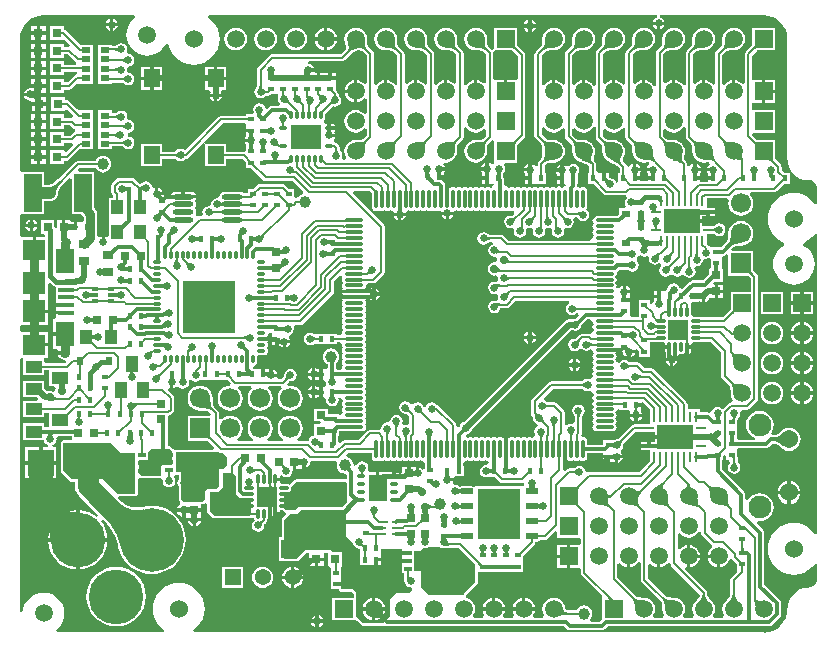
<source format=gtl>
G04 Layer_Physical_Order=1*
G04 Layer_Color=1327800*
%FSLAX44Y44*%
%MOMM*%
G71*
G01*
G75*
%ADD10R,0.4500X0.5000*%
%ADD11R,0.5000X0.4500*%
%ADD12R,1.2000X1.6000*%
%ADD13R,1.0000X1.4000*%
%ADD14R,1.1000X1.2500*%
%ADD15R,0.8000X0.6500*%
%ADD16R,0.6500X0.8000*%
%ADD17R,0.6500X0.4000*%
%ADD18R,0.4500X0.4000*%
%ADD19O,0.8000X0.2800*%
%ADD20O,0.2800X0.8000*%
%ADD21R,4.5000X4.5000*%
%ADD22R,0.8000X0.8000*%
%ADD23C,1.0000*%
%ADD24R,1.4000X1.0000*%
%ADD25O,0.7000X0.3000*%
%ADD26O,0.3000X0.7000*%
%ADD27R,2.5500X2.0500*%
%ADD28R,0.9000X0.8000*%
%ADD29R,1.6000X2.1000*%
%ADD30R,1.3500X0.4000*%
%ADD31R,1.9000X1.8000*%
%ADD32R,1.9000X1.9000*%
G04:AMPARAMS|DCode=33|XSize=0.28mm|YSize=0.85mm|CornerRadius=0.098mm|HoleSize=0mm|Usage=FLASHONLY|Rotation=0.000|XOffset=0mm|YOffset=0mm|HoleType=Round|Shape=RoundedRectangle|*
%AMROUNDEDRECTD33*
21,1,0.2800,0.6540,0,0,0.0*
21,1,0.0840,0.8500,0,0,0.0*
1,1,0.1960,0.0420,-0.3270*
1,1,0.1960,-0.0420,-0.3270*
1,1,0.1960,-0.0420,0.3270*
1,1,0.1960,0.0420,0.3270*
%
%ADD33ROUNDEDRECTD33*%
G04:AMPARAMS|DCode=34|XSize=0.28mm|YSize=0.85mm|CornerRadius=0.098mm|HoleSize=0mm|Usage=FLASHONLY|Rotation=90.000|XOffset=0mm|YOffset=0mm|HoleType=Round|Shape=RoundedRectangle|*
%AMROUNDEDRECTD34*
21,1,0.2800,0.6540,0,0,90.0*
21,1,0.0840,0.8500,0,0,90.0*
1,1,0.1960,0.3270,0.0420*
1,1,0.1960,0.3270,-0.0420*
1,1,0.1960,-0.3270,-0.0420*
1,1,0.1960,-0.3270,0.0420*
%
%ADD34ROUNDEDRECTD34*%
%ADD35R,1.7000X1.7000*%
%ADD36R,1.7000X1.7000*%
%ADD37C,1.5000*%
%ADD38R,1.5000X3.2000*%
%ADD39R,0.8000X0.9000*%
%ADD40R,0.8500X0.2800*%
%ADD41R,0.2800X0.8500*%
%ADD42R,3.0500X2.0500*%
%ADD43R,1.4000X1.5000*%
%ADD44R,0.6858X0.5588*%
%ADD45R,0.8000X0.5000*%
%ADD46R,1.6000X1.2000*%
%ADD47R,0.5588X0.6858*%
%ADD48R,1.6000X2.2500*%
G04:AMPARAMS|DCode=49|XSize=0.3mm|YSize=0.65mm|CornerRadius=0.045mm|HoleSize=0mm|Usage=FLASHONLY|Rotation=90.000|XOffset=0mm|YOffset=0mm|HoleType=Round|Shape=RoundedRectangle|*
%AMROUNDEDRECTD49*
21,1,0.3000,0.5600,0,0,90.0*
21,1,0.2100,0.6500,0,0,90.0*
1,1,0.0900,0.2800,0.1050*
1,1,0.0900,0.2800,-0.1050*
1,1,0.0900,-0.2800,-0.1050*
1,1,0.0900,-0.2800,0.1050*
%
%ADD49ROUNDEDRECTD49*%
%ADD50R,1.0000X1.2000*%
%ADD51R,0.5000X0.3000*%
%ADD52O,1.8000X0.4500*%
%ADD53R,3.7000X0.9800*%
%ADD54R,0.7500X0.2800*%
%ADD55R,3.6000X4.3000*%
G04:AMPARAMS|DCode=56|XSize=0.45mm|YSize=1.05mm|CornerRadius=0.0675mm|HoleSize=0mm|Usage=FLASHONLY|Rotation=90.000|XOffset=0mm|YOffset=0mm|HoleType=Round|Shape=RoundedRectangle|*
%AMROUNDEDRECTD56*
21,1,0.4500,0.9150,0,0,90.0*
21,1,0.3150,1.0500,0,0,90.0*
1,1,0.1350,0.4575,0.1575*
1,1,0.1350,0.4575,-0.1575*
1,1,0.1350,-0.4575,-0.1575*
1,1,0.1350,-0.4575,0.1575*
%
%ADD56ROUNDEDRECTD56*%
%ADD57R,2.2000X2.2000*%
%ADD58O,1.6500X0.3000*%
%ADD59O,0.3000X1.6500*%
%ADD60C,0.2000*%
%ADD61C,0.3000*%
%ADD62C,0.7500*%
%ADD63C,0.5000*%
%ADD64C,0.4000*%
%ADD65C,1.0000*%
%ADD66C,2.0000*%
%ADD67C,1.8000*%
%ADD68R,1.3800X1.7000*%
%ADD69C,1.5000*%
%ADD70R,1.5000X1.5000*%
%ADD71C,1.7000*%
%ADD72R,1.7000X1.7000*%
%ADD73R,1.7000X1.7000*%
%ADD74C,4.6200*%
%ADD75C,5.3800*%
%ADD76R,1.5000X1.5000*%
%ADD77C,1.5400*%
%ADD78C,1.9300*%
%ADD79C,1.3700*%
%ADD80R,1.3700X1.3700*%
%ADD81C,1.5240*%
%ADD82C,0.6400*%
%ADD83C,0.7400*%
%ADD84C,0.7000*%
%ADD85C,0.8000*%
G36*
X487331Y251204D02*
X487581Y250994D01*
X487836Y250808D01*
X488097Y250646D01*
X488362Y250510D01*
X488632Y250398D01*
X488906Y250312D01*
X489186Y250250D01*
X489470Y250212D01*
X489760Y250200D01*
Y248200D01*
X489470Y248188D01*
X489186Y248150D01*
X488906Y248088D01*
X488632Y248002D01*
X488362Y247890D01*
X488097Y247754D01*
X487836Y247592D01*
X487581Y247406D01*
X487331Y247196D01*
X487085Y246960D01*
Y251440D01*
X487331Y251204D01*
D02*
G37*
G36*
X127581Y246443D02*
X127513Y246615D01*
X127413Y246769D01*
X127284Y246905D01*
X127124Y247023D01*
X126934Y247123D01*
X126714Y247205D01*
X126463Y247268D01*
X126183Y247314D01*
X125871Y247341D01*
X125530Y247350D01*
X125903Y250350D01*
X129585Y250368D01*
X127581Y246443D01*
D02*
G37*
G36*
X195960Y248509D02*
X195995Y248296D01*
X196055Y248079D01*
X196140Y247858D01*
X196249Y247634D01*
X196383Y247406D01*
X196542Y247174D01*
X196726Y246938D01*
X196934Y246698D01*
X197167Y246454D01*
X195046Y244333D01*
X194802Y244566D01*
X194326Y244958D01*
X194094Y245117D01*
X193866Y245251D01*
X193642Y245360D01*
X193421Y245445D01*
X193204Y245505D01*
X192991Y245540D01*
X192782Y245550D01*
X195950Y248718D01*
X195960Y248509D01*
D02*
G37*
G36*
X253531Y256004D02*
X253781Y255794D01*
X254036Y255608D01*
X254297Y255446D01*
X254562Y255310D01*
X254832Y255198D01*
X255106Y255112D01*
X255386Y255050D01*
X255670Y255012D01*
X255960Y255000D01*
Y253000D01*
X255670Y252988D01*
X255386Y252950D01*
X255106Y252888D01*
X254832Y252802D01*
X254562Y252690D01*
X254297Y252554D01*
X254036Y252392D01*
X253781Y252206D01*
X253531Y251996D01*
X253285Y251760D01*
Y256240D01*
X253531Y256004D01*
D02*
G37*
G36*
X226610Y249942D02*
X226551Y250000D01*
X226458Y250053D01*
X226332Y250099D01*
X226171Y250139D01*
X225978Y250173D01*
X225489Y250222D01*
X224866Y250247D01*
X224503Y250250D01*
Y253250D01*
X224866Y253253D01*
X225978Y253327D01*
X226171Y253361D01*
X226332Y253401D01*
X226458Y253447D01*
X226551Y253500D01*
X226610Y253558D01*
Y249942D01*
D02*
G37*
G36*
X479214Y251800D02*
X479018Y251587D01*
X478843Y251359D01*
X478690Y251118D01*
X478557Y250862D01*
X478445Y250592D01*
X478354Y250308D01*
X478284Y250010D01*
X478235Y249698D01*
X478207Y249372D01*
X478200Y249032D01*
X475032Y252200D01*
X475372Y252207D01*
X475698Y252235D01*
X476010Y252284D01*
X476308Y252354D01*
X476592Y252445D01*
X476862Y252557D01*
X477118Y252690D01*
X477359Y252843D01*
X477587Y253018D01*
X477800Y253214D01*
X479214Y251800D01*
D02*
G37*
G36*
X598941Y242733D02*
Y222600D01*
X598941Y222600D01*
X599174Y221430D01*
X599837Y220437D01*
X606101Y214173D01*
X606121Y214149D01*
X606264Y213918D01*
X606422Y213571D01*
X606580Y213109D01*
X606725Y212532D01*
X606849Y211847D01*
X606945Y211078D01*
X607056Y209159D01*
X607060Y208318D01*
X607018Y208000D01*
X607345Y205520D01*
X608302Y203209D01*
X609031Y202259D01*
X608045Y200259D01*
X607432D01*
X606261Y200026D01*
X605269Y199363D01*
X605269Y199363D01*
X600574Y194668D01*
X599749Y194749D01*
X598029Y195898D01*
X596000Y196302D01*
X593971Y195898D01*
X592251Y194749D01*
X591102Y193029D01*
X591031Y192673D01*
X589454Y191746D01*
X588781Y191614D01*
X587750Y191819D01*
X580900D01*
Y194500D01*
X570559D01*
Y198500D01*
X570326Y199671D01*
X569663Y200663D01*
X569663Y200663D01*
X542163Y228163D01*
X541171Y228826D01*
X540000Y229059D01*
X540000Y229059D01*
X534267D01*
X530163Y233163D01*
X529170Y233826D01*
X528000Y234059D01*
X528000Y234059D01*
X521748D01*
X521740Y234060D01*
X521635Y234083D01*
X521530Y234116D01*
X521419Y234162D01*
X521302Y234223D01*
X521175Y234301D01*
X521040Y234400D01*
X520909Y234510D01*
X520749Y234749D01*
X519029Y235898D01*
X517000Y236302D01*
X514971Y235898D01*
X513251Y234749D01*
X512519Y233654D01*
X510967Y234093D01*
X510563Y234327D01*
X510317Y235566D01*
X509559Y236700D01*
X510317Y237834D01*
X510589Y239200D01*
X510317Y240566D01*
X509559Y241700D01*
X510317Y242834D01*
X510500Y243755D01*
X512500Y243558D01*
Y243000D01*
X515748D01*
X516102Y241221D01*
X517251Y239501D01*
X518971Y238352D01*
X519500Y238246D01*
Y243250D01*
X521000D01*
Y244750D01*
X526392D01*
X527884Y245548D01*
X529500Y243932D01*
Y239000D01*
X538500D01*
Y246500D01*
X538500Y247500D01*
X538500D01*
Y248500D01*
X538500Y248500D01*
Y251120D01*
X543694D01*
X544698Y250920D01*
X549824D01*
X551348Y250509D01*
X551759Y248985D01*
Y248629D01*
X555218D01*
Y245629D01*
X551759D01*
Y243859D01*
X551991Y242696D01*
X552649Y241710D01*
X552697Y239354D01*
X552102Y238464D01*
X551996Y237935D01*
X553885D01*
X553718Y241013D01*
X556718Y241543D01*
X556726Y241199D01*
X556752Y240888D01*
X556796Y240610D01*
X556857Y240365D01*
X556935Y240152D01*
X557031Y239973D01*
X557144Y239826D01*
X557274Y239711D01*
X557422Y239630D01*
X557588Y239581D01*
X554938Y237935D01*
X559439D01*
X557855Y239519D01*
X557883Y239527D01*
X557934Y239559D01*
X558008Y239617D01*
X558223Y239806D01*
X559157Y240714D01*
X561278Y238592D01*
X560675Y237935D01*
X562004D01*
X561898Y238464D01*
X562661Y240454D01*
X563635Y241052D01*
X564798Y240820D01*
X565638D01*
X566800Y241052D01*
X567718Y241665D01*
X568635Y241052D01*
X568718Y241035D01*
Y247129D01*
X570218D01*
Y248629D01*
X573676D01*
Y248985D01*
X574087Y250509D01*
X575611Y250920D01*
X580738D01*
X581900Y251152D01*
X582152Y251320D01*
X590354D01*
X598941Y242733D01*
D02*
G37*
G36*
X117714Y242300D02*
X117518Y242087D01*
X117344Y241859D01*
X117190Y241618D01*
X117057Y241362D01*
X116945Y241092D01*
X116854Y240808D01*
X116784Y240510D01*
X116735Y240198D01*
X116707Y239872D01*
X116700Y239532D01*
X113532Y242700D01*
X113872Y242707D01*
X114198Y242735D01*
X114510Y242784D01*
X114808Y242854D01*
X115092Y242945D01*
X115362Y243057D01*
X115618Y243190D01*
X115859Y243344D01*
X116087Y243518D01*
X116300Y243714D01*
X117714Y242300D01*
D02*
G37*
G36*
X32924Y299308D02*
X32924Y299308D01*
X34247Y298424D01*
X35625Y298150D01*
Y291692D01*
Y285192D01*
Y284192D01*
X44375D01*
Y281192D01*
X35625D01*
Y278692D01*
Y277692D01*
X44375D01*
Y274692D01*
X35625D01*
Y272692D01*
X35625Y272192D01*
X34418Y270692D01*
X33125D01*
Y259692D01*
X43125D01*
Y256692D01*
X33125D01*
Y245692D01*
X36389D01*
X37525Y243692D01*
X37487Y243500D01*
X43000D01*
Y240500D01*
X37487D01*
X37631Y239776D01*
X38891Y237890D01*
X40776Y236631D01*
X43000Y236188D01*
X43119Y236212D01*
X44262Y234400D01*
X43635Y233559D01*
X27414D01*
X26000Y234973D01*
X26000Y237500D01*
X27713Y238192D01*
X29125D01*
Y247692D01*
X17625D01*
Y249192D01*
X16125D01*
Y260192D01*
X7373D01*
X6125Y260192D01*
X5373Y261881D01*
Y264003D01*
X6125Y265692D01*
X7373Y265692D01*
X16125D01*
Y277192D01*
X17625D01*
Y278692D01*
X29125D01*
Y287692D01*
X29125Y289192D01*
X29125Y290692D01*
Y300494D01*
X30973Y301260D01*
X32924Y299308D01*
D02*
G37*
G36*
X150529Y243882D02*
X150367Y243907D01*
X150199Y243906D01*
X150026Y243881D01*
X149848Y243830D01*
X149664Y243755D01*
X149476Y243654D01*
X149282Y243529D01*
X149082Y243379D01*
X148877Y243203D01*
X148667Y243003D01*
X147253Y244417D01*
X147453Y244627D01*
X147628Y244832D01*
X147779Y245032D01*
X147904Y245226D01*
X148005Y245415D01*
X148080Y245598D01*
X148131Y245776D01*
X148156Y245949D01*
X148157Y246117D01*
X148132Y246279D01*
X150529Y243882D01*
D02*
G37*
G36*
X518948Y247434D02*
X519424Y247042D01*
X519656Y246883D01*
X519884Y246749D01*
X520108Y246640D01*
X520329Y246555D01*
X520546Y246495D01*
X520759Y246460D01*
X520968Y246450D01*
X517800Y243282D01*
X517790Y243491D01*
X517755Y243704D01*
X517695Y243921D01*
X517610Y244142D01*
X517501Y244366D01*
X517367Y244594D01*
X517208Y244826D01*
X517024Y245062D01*
X516816Y245302D01*
X516583Y245546D01*
X518704Y247667D01*
X518948Y247434D01*
D02*
G37*
G36*
X170059Y245350D02*
X169934Y245174D01*
X169823Y244979D01*
X169726Y244763D01*
X169645Y244527D01*
X169578Y244270D01*
X169527Y243994D01*
X169490Y243697D01*
X169467Y243380D01*
X169460Y243043D01*
X166460D01*
X166453Y243380D01*
X166393Y243994D01*
X166342Y244270D01*
X166275Y244527D01*
X166194Y244763D01*
X166097Y244979D01*
X165986Y245174D01*
X165861Y245350D01*
X165720Y245505D01*
X170200D01*
X170059Y245350D01*
D02*
G37*
G36*
X489951Y269200D02*
X490223Y267834D01*
X490981Y266700D01*
X490223Y265566D01*
X489951Y264200D01*
X490223Y262834D01*
X490981Y261700D01*
X490223Y260566D01*
X490037Y259630D01*
X489503Y259130D01*
X488792Y258650D01*
X488088Y258316D01*
X487368Y258459D01*
X487368Y258459D01*
X481400D01*
X481400Y258459D01*
X480229Y258226D01*
X479237Y257563D01*
X479237Y257563D01*
X476195Y254520D01*
X476188Y254515D01*
X476097Y254457D01*
X475999Y254407D01*
X475889Y254361D01*
X475763Y254321D01*
X475619Y254286D01*
X475453Y254261D01*
X475282Y254246D01*
X475000Y254302D01*
X472971Y253898D01*
X471251Y252749D01*
X470102Y251029D01*
X469698Y249000D01*
X470102Y246971D01*
X471251Y245251D01*
X472971Y244102D01*
X475000Y243698D01*
X477029Y244102D01*
X478749Y245251D01*
X478764Y245274D01*
X481051Y245451D01*
X482771Y244302D01*
X484800Y243898D01*
X486829Y244302D01*
X488102Y245152D01*
X489801Y244312D01*
X489957Y244170D01*
X490223Y242834D01*
X490981Y241700D01*
X490223Y240566D01*
X489951Y239200D01*
X490223Y237834D01*
X490981Y236700D01*
X490223Y235566D01*
X489951Y234200D01*
X490223Y232834D01*
X490981Y231700D01*
X490223Y230566D01*
X489951Y229200D01*
X490223Y227834D01*
X490981Y226700D01*
X490223Y225566D01*
X489951Y224200D01*
X490223Y222834D01*
X490557Y222334D01*
X489759Y220650D01*
X488028Y219898D01*
X485999Y220301D01*
X483970Y219898D01*
X482250Y218749D01*
X482090Y218510D01*
X481959Y218399D01*
X481824Y218300D01*
X481697Y218222D01*
X481580Y218162D01*
X481469Y218116D01*
X481364Y218083D01*
X481260Y218060D01*
X481251Y218058D01*
X455000D01*
X455000Y218058D01*
X453829Y217826D01*
X452837Y217162D01*
X452837Y217162D01*
X438837Y203163D01*
X438174Y202171D01*
X437941Y201000D01*
X437941Y201000D01*
Y191000D01*
X437941Y191000D01*
X438174Y189830D01*
X438837Y188837D01*
X439480Y188195D01*
X439485Y188188D01*
X439543Y188097D01*
X439593Y187999D01*
X439639Y187889D01*
X439679Y187763D01*
X439714Y187619D01*
X439740Y187453D01*
X439754Y187282D01*
X439698Y187000D01*
X440102Y184971D01*
X441251Y183251D01*
X442971Y182102D01*
X443142Y182068D01*
X443547Y179948D01*
X442501Y179249D01*
X441352Y177529D01*
X440948Y175500D01*
X441352Y173471D01*
X441726Y172911D01*
X440815Y171002D01*
X438846Y170273D01*
X438136Y170747D01*
X436770Y171019D01*
X435404Y170747D01*
X434270Y169989D01*
X433136Y170747D01*
X431770Y171019D01*
X430404Y170747D01*
X429270Y169989D01*
X428136Y170747D01*
X426770Y171019D01*
X425404Y170747D01*
X424270Y169989D01*
X423136Y170747D01*
X421770Y171019D01*
X420404Y170747D01*
X419270Y169989D01*
X418270Y170657D01*
Y167797D01*
X418201Y167450D01*
Y160700D01*
X415339D01*
Y167450D01*
X415270Y167797D01*
Y170657D01*
X414270Y169989D01*
X413136Y170747D01*
X411770Y171019D01*
X410404Y170747D01*
X409270Y169989D01*
X408136Y170747D01*
X406770Y171019D01*
X405404Y170747D01*
X404270Y169989D01*
X403136Y170747D01*
X401770Y171019D01*
X400404Y170747D01*
X399270Y169989D01*
X398136Y170747D01*
X396770Y171019D01*
X395404Y170747D01*
X394270Y169989D01*
X393136Y170747D01*
X391770Y171019D01*
X390404Y170747D01*
X389270Y169989D01*
X388136Y170747D01*
X386770Y171019D01*
X385404Y170747D01*
X384270Y169989D01*
X383691Y170375D01*
X383157Y172313D01*
X383163Y172781D01*
X383795Y173656D01*
X384779Y173852D01*
X386499Y175001D01*
X387648Y176721D01*
X387757Y177269D01*
X471900Y261412D01*
X473007D01*
X473471Y261102D01*
X475500Y260698D01*
X477529Y261102D01*
X479249Y262251D01*
X480398Y263971D01*
X480648Y265224D01*
X480698Y265363D01*
X480713Y265459D01*
X480717Y265471D01*
X480731Y265511D01*
X480763Y265580D01*
X480816Y265675D01*
X480892Y265793D01*
X480979Y265913D01*
X481093Y266046D01*
X485678Y270631D01*
X488197D01*
X489951Y269200D01*
D02*
G37*
G36*
X229253Y260358D02*
X229134Y260527D01*
X228991Y260679D01*
X228823Y260813D01*
X228631Y260929D01*
X228415Y261027D01*
X228174Y261107D01*
X227910Y261170D01*
X227620Y261214D01*
X227307Y261241D01*
X226968Y261250D01*
X227805Y264250D01*
X228146Y264255D01*
X229048Y264324D01*
X229308Y264366D01*
X229767Y264477D01*
X229966Y264546D01*
X230145Y264625D01*
X230303Y264713D01*
X229253Y260358D01*
D02*
G37*
G36*
X609404Y256687D02*
X609373Y256747D01*
X609318Y256800D01*
X609239Y256847D01*
X609135Y256887D01*
X609007Y256922D01*
X608854Y256950D01*
X608677Y256972D01*
X608250Y256997D01*
X608000Y257000D01*
Y259000D01*
X608208Y259003D01*
X608561Y259030D01*
X608705Y259054D01*
X608827Y259085D01*
X608929Y259122D01*
X609008Y259166D01*
X609067Y259217D01*
X609104Y259274D01*
X609119Y259338D01*
X609404Y256687D01*
D02*
G37*
G36*
X129034Y263494D02*
X128871Y263571D01*
X128700Y263616D01*
X128521Y263628D01*
X128335Y263607D01*
X128142Y263553D01*
X127941Y263466D01*
X127732Y263346D01*
X127516Y263194D01*
X127292Y263008D01*
X127061Y262789D01*
X125151Y265123D01*
X127804Y267694D01*
X129034Y263494D01*
D02*
G37*
G36*
X542127Y266601D02*
X542378Y266390D01*
X542633Y266204D01*
X542893Y266043D01*
X543158Y265907D01*
X543428Y265795D01*
X543703Y265708D01*
X543982Y265646D01*
X544267Y265609D01*
X544556Y265597D01*
Y263597D01*
X544267Y263584D01*
X543982Y263547D01*
X543703Y263485D01*
X543428Y263398D01*
X543158Y263286D01*
X542893Y263150D01*
X542633Y262989D01*
X542378Y262803D01*
X542127Y262592D01*
X541882Y262356D01*
Y266837D01*
X542127Y266601D01*
D02*
G37*
G36*
X565924Y261507D02*
X565952Y261180D01*
X566002Y260868D01*
X566072Y260571D01*
X566153Y260315D01*
X566409Y260233D01*
X566707Y260163D01*
X567019Y260114D01*
X567345Y260086D01*
X567686Y260079D01*
X566814Y259207D01*
X566932Y259079D01*
X565518Y257665D01*
X565389Y257782D01*
X564518Y256911D01*
X564511Y257251D01*
X564483Y257577D01*
X564434Y257889D01*
X564364Y258187D01*
X564282Y258443D01*
X564026Y258525D01*
X563728Y258595D01*
X563416Y258644D01*
X563090Y258672D01*
X562750Y258679D01*
X563621Y259550D01*
X563503Y259679D01*
X564918Y261093D01*
X565046Y260975D01*
X565918Y261847D01*
X565924Y261507D01*
D02*
G37*
G36*
X69265Y253310D02*
X69110Y253451D01*
X68934Y253576D01*
X68739Y253687D01*
X68523Y253784D01*
X68287Y253865D01*
X68031Y253932D01*
X67754Y253983D01*
X67457Y254020D01*
X67140Y254043D01*
X66803Y254050D01*
Y257050D01*
X67140Y257057D01*
X67754Y257117D01*
X68031Y257168D01*
X68287Y257235D01*
X68523Y257316D01*
X68739Y257413D01*
X68934Y257524D01*
X69110Y257649D01*
X69265Y257790D01*
Y253310D01*
D02*
G37*
G36*
X197714Y252760D02*
X197468Y252995D01*
X197218Y253206D01*
X196963Y253392D01*
X196703Y253554D01*
X196438Y253690D01*
X196168Y253802D01*
X195893Y253888D01*
X195614Y253950D01*
X195329Y253988D01*
X195040Y254000D01*
X195040Y256000D01*
X195329Y256012D01*
X195614Y256050D01*
X195893Y256112D01*
X196168Y256198D01*
X196438Y256310D01*
X196703Y256446D01*
X196963Y256607D01*
X197219Y256793D01*
X197469Y257004D01*
X197715Y257240D01*
X197714Y252760D01*
D02*
G37*
G36*
X62991Y255513D02*
X63055Y255435D01*
X63309Y255156D01*
X65089Y253345D01*
X63675Y251931D01*
X61469Y254050D01*
X62970Y255551D01*
X62991Y255513D01*
D02*
G37*
G36*
X128413Y259721D02*
X128607Y259562D01*
X128795Y259433D01*
X128976Y259336D01*
X129150Y259270D01*
X129317Y259234D01*
X129477Y259229D01*
X129630Y259255D01*
X129776Y259311D01*
X129915Y259399D01*
X129107Y255202D01*
X126266Y257613D01*
X128211Y259911D01*
X128413Y259721D01*
D02*
G37*
G36*
X521715Y254760D02*
X521560Y254901D01*
X521384Y255026D01*
X521189Y255137D01*
X520973Y255234D01*
X520737Y255315D01*
X520480Y255382D01*
X520204Y255433D01*
X519907Y255470D01*
X519590Y255493D01*
X519253Y255500D01*
Y258500D01*
X519590Y258507D01*
X520204Y258567D01*
X520480Y258618D01*
X520737Y258685D01*
X520973Y258766D01*
X521189Y258863D01*
X521384Y258974D01*
X521560Y259099D01*
X521715Y259240D01*
Y254760D01*
D02*
G37*
G36*
X525143Y256006D02*
X525113Y255905D01*
X525086Y255768D01*
X525064Y255592D01*
X525028Y255130D01*
X525000Y253757D01*
X523000D01*
X522998Y254156D01*
X522887Y255905D01*
X522857Y256006D01*
X522824Y256069D01*
X525176D01*
X525143Y256006D01*
D02*
G37*
G36*
X609253Y242222D02*
X609721Y241934D01*
X610274Y241681D01*
X610913Y241463D01*
X611636Y241281D01*
X612444Y241134D01*
X613337Y241023D01*
X615377Y240905D01*
X616525Y240900D01*
X609100Y233475D01*
X609095Y234623D01*
X608977Y236663D01*
X608866Y237556D01*
X608719Y238364D01*
X608537Y239088D01*
X608319Y239726D01*
X608066Y240279D01*
X607778Y240747D01*
X607455Y241131D01*
X608869Y242545D01*
X609253Y242222D01*
D02*
G37*
G36*
X33870Y205747D02*
X34078Y205443D01*
X34302Y205175D01*
X34541Y204943D01*
X34797Y204747D01*
X35068Y204586D01*
X35354Y204461D01*
X35657Y204371D01*
X35975Y204318D01*
X36309Y204300D01*
X36146Y202300D01*
X35774Y202288D01*
X35396Y202253D01*
X35011Y202195D01*
X34621Y202114D01*
X34225Y202009D01*
X33414Y201730D01*
X32999Y201555D01*
X32152Y201136D01*
X33678Y206087D01*
X33870Y205747D01*
D02*
G37*
G36*
X104509Y198095D02*
X101901Y195457D01*
X101395Y199625D01*
X101588Y199473D01*
X101785Y199361D01*
X101987Y199291D01*
X102193Y199261D01*
X102403Y199271D01*
X102618Y199322D01*
X102837Y199414D01*
X103060Y199547D01*
X103288Y199720D01*
X103520Y199934D01*
X104509Y198095D01*
D02*
G37*
G36*
X449781Y199254D02*
X450031Y199044D01*
X450286Y198858D01*
X450547Y198696D01*
X450812Y198560D01*
X451082Y198448D01*
X451356Y198362D01*
X451636Y198300D01*
X451920Y198262D01*
X452210Y198250D01*
Y196250D01*
X451920Y196238D01*
X451636Y196200D01*
X451356Y196138D01*
X451082Y196052D01*
X450812Y195940D01*
X450547Y195804D01*
X450286Y195642D01*
X450031Y195456D01*
X449781Y195246D01*
X449535Y195010D01*
Y199490D01*
X449781Y199254D01*
D02*
G37*
G36*
X43590Y212642D02*
X38410D01*
X38427Y212681D01*
X38442Y212763D01*
X38456Y212887D01*
X38486Y213515D01*
X38500Y214948D01*
X43500D01*
X43590Y212642D01*
D02*
G37*
G36*
X609253Y216822D02*
X609721Y216534D01*
X610274Y216281D01*
X610913Y216063D01*
X611636Y215881D01*
X612444Y215734D01*
X613337Y215623D01*
X615377Y215505D01*
X616525Y215500D01*
X609100Y208075D01*
X609095Y209223D01*
X608977Y211263D01*
X608866Y212156D01*
X608719Y212964D01*
X608537Y213687D01*
X608319Y214326D01*
X608066Y214879D01*
X607778Y215347D01*
X607455Y215731D01*
X608869Y217145D01*
X609253Y216822D01*
D02*
G37*
G36*
X271257Y206660D02*
X271317Y206046D01*
X271368Y205770D01*
X271435Y205513D01*
X271516Y205277D01*
X271613Y205061D01*
X271724Y204866D01*
X271849Y204690D01*
X271990Y204535D01*
X267510D01*
X267651Y204690D01*
X267776Y204866D01*
X267887Y205061D01*
X267984Y205277D01*
X268065Y205513D01*
X268132Y205770D01*
X268183Y206046D01*
X268220Y206343D01*
X268243Y206660D01*
X268250Y206997D01*
X271250D01*
X271257Y206660D01*
D02*
G37*
G36*
X334957Y195378D02*
X334985Y195052D01*
X335034Y194740D01*
X335104Y194442D01*
X335195Y194158D01*
X335307Y193888D01*
X335440Y193633D01*
X335593Y193391D01*
X335768Y193163D01*
X335964Y192950D01*
X334550Y191536D01*
X334337Y191732D01*
X334109Y191907D01*
X333867Y192060D01*
X333612Y192193D01*
X333342Y192305D01*
X333058Y192396D01*
X332760Y192466D01*
X332448Y192515D01*
X332122Y192543D01*
X331782Y192550D01*
X334950Y195718D01*
X334957Y195378D01*
D02*
G37*
G36*
X527762Y193920D02*
X527800Y193636D01*
X527862Y193356D01*
X527948Y193081D01*
X528060Y192812D01*
X528196Y192547D01*
X528358Y192286D01*
X528544Y192031D01*
X528754Y191781D01*
X528990Y191535D01*
X524510D01*
X524746Y191781D01*
X524956Y192031D01*
X525142Y192286D01*
X525304Y192547D01*
X525440Y192812D01*
X525552Y193081D01*
X525638Y193356D01*
X525700Y193636D01*
X525738Y193920D01*
X525750Y194210D01*
X527750D01*
X527762Y193920D01*
D02*
G37*
G36*
X345207Y194628D02*
X345235Y194302D01*
X345284Y193990D01*
X345354Y193692D01*
X345445Y193408D01*
X345557Y193138D01*
X345690Y192882D01*
X345844Y192641D01*
X346018Y192413D01*
X346214Y192200D01*
X344800Y190786D01*
X344587Y190982D01*
X344359Y191157D01*
X344118Y191310D01*
X343862Y191443D01*
X343592Y191555D01*
X343308Y191646D01*
X343010Y191716D01*
X342698Y191765D01*
X342372Y191793D01*
X342032Y191800D01*
X345200Y194968D01*
X345207Y194628D01*
D02*
G37*
G36*
X166430Y202549D02*
X166782Y199105D01*
X166963Y198168D01*
X167176Y197337D01*
X167422Y196611D01*
X167699Y195990D01*
X168009Y195474D01*
X168350Y195064D01*
X166988Y193598D01*
X166557Y193958D01*
X166028Y194273D01*
X165401Y194543D01*
X164677Y194770D01*
X163854Y194951D01*
X162934Y195089D01*
X161916Y195181D01*
X159586Y195233D01*
X158274Y195192D01*
X166376Y203908D01*
X166430Y202549D01*
D02*
G37*
G36*
X82191Y195629D02*
X81994Y195360D01*
X81819Y195089D01*
X81668Y194815D01*
X81540Y194540D01*
X81436Y194263D01*
X81355Y193984D01*
X81297Y193703D01*
X81262Y193419D01*
X81250Y193134D01*
X79250Y192969D01*
X79237Y193262D01*
X79198Y193547D01*
X79133Y193825D01*
X79041Y194094D01*
X78924Y194356D01*
X78780Y194610D01*
X78611Y194856D01*
X78415Y195094D01*
X78193Y195324D01*
X77945Y195547D01*
X82412Y195897D01*
X82191Y195629D01*
D02*
G37*
G36*
X101254Y194719D02*
X101044Y194469D01*
X100858Y194214D01*
X100696Y193953D01*
X100560Y193688D01*
X100448Y193419D01*
X100362Y193144D01*
X100300Y192864D01*
X100262Y192580D01*
X100250Y192290D01*
X98250D01*
X98238Y192580D01*
X98200Y192864D01*
X98138Y193144D01*
X98052Y193419D01*
X97940Y193688D01*
X97804Y193953D01*
X97642Y194214D01*
X97456Y194469D01*
X97246Y194719D01*
X97010Y194965D01*
X101490D01*
X101254Y194719D01*
D02*
G37*
G36*
X69968Y226800D02*
X69891Y226787D01*
X69793Y226748D01*
X69676Y226681D01*
X69538Y226588D01*
X69380Y226467D01*
X69005Y226146D01*
X68290Y225462D01*
X65462Y228290D01*
X65717Y228549D01*
X66588Y229538D01*
X66681Y229676D01*
X66748Y229793D01*
X66787Y229891D01*
X66800Y229968D01*
X69968Y226800D01*
D02*
G37*
G36*
X101012Y226670D02*
X101050Y226386D01*
X101112Y226106D01*
X101198Y225832D01*
X101310Y225562D01*
X101446Y225297D01*
X101608Y225036D01*
X101794Y224781D01*
X102004Y224531D01*
X102240Y224285D01*
X97760D01*
X97996Y224531D01*
X98206Y224781D01*
X98392Y225036D01*
X98554Y225297D01*
X98690Y225562D01*
X98802Y225832D01*
X98888Y226106D01*
X98950Y226386D01*
X98988Y226670D01*
X99000Y226960D01*
X101000D01*
X101012Y226670D01*
D02*
G37*
G36*
X124464Y223050D02*
X124268Y222837D01*
X124094Y222609D01*
X123940Y222368D01*
X123807Y222112D01*
X123695Y221842D01*
X123604Y221558D01*
X123534Y221260D01*
X123485Y220948D01*
X123457Y220622D01*
X123450Y220282D01*
X120282Y223450D01*
X120622Y223457D01*
X120948Y223485D01*
X121260Y223534D01*
X121558Y223604D01*
X121842Y223695D01*
X122112Y223807D01*
X122367Y223940D01*
X122609Y224093D01*
X122837Y224268D01*
X123050Y224464D01*
X124464Y223050D01*
D02*
G37*
G36*
X74538Y231710D02*
X74283Y231451D01*
X73412Y230462D01*
X73319Y230324D01*
X73252Y230207D01*
X73213Y230109D01*
X73200Y230032D01*
X70032Y233200D01*
X70109Y233213D01*
X70207Y233252D01*
X70324Y233319D01*
X70462Y233412D01*
X70620Y233533D01*
X70995Y233854D01*
X71710Y234538D01*
X74538Y231710D01*
D02*
G37*
G36*
X119313Y232821D02*
X120267Y232504D01*
X120568Y232426D01*
X121144Y232313D01*
X121420Y232278D01*
X121945Y232250D01*
X122860Y230250D01*
X122556Y230236D01*
X122271Y230193D01*
X122007Y230122D01*
X121763Y230023D01*
X121540Y229895D01*
X121337Y229739D01*
X121155Y229555D01*
X120992Y229342D01*
X120850Y229100D01*
X120729Y228831D01*
X118979Y232955D01*
X119313Y232821D01*
D02*
G37*
G36*
X519531Y233004D02*
X519781Y232794D01*
X520037Y232608D01*
X520297Y232446D01*
X520562Y232310D01*
X520831Y232198D01*
X521106Y232112D01*
X521386Y232050D01*
X521670Y232012D01*
X521960Y232000D01*
Y230000D01*
X521670Y229988D01*
X521386Y229950D01*
X521106Y229888D01*
X520831Y229802D01*
X520562Y229690D01*
X520297Y229554D01*
X520037Y229392D01*
X519781Y229206D01*
X519531Y228996D01*
X519285Y228760D01*
Y233240D01*
X519531Y233004D01*
D02*
G37*
G36*
X144667Y221569D02*
X144726Y220956D01*
X144778Y220679D01*
X144845Y220423D01*
X144926Y220187D01*
X145022Y219971D01*
X145133Y219776D01*
X145259Y219600D01*
X145400Y219445D01*
X140920D01*
X141060Y219600D01*
X141186Y219776D01*
X141297Y219971D01*
X141393Y220187D01*
X141475Y220423D01*
X141542Y220679D01*
X141593Y220956D01*
X141630Y221253D01*
X141652Y221569D01*
X141660Y221907D01*
X144660D01*
X144667Y221569D01*
D02*
G37*
G36*
X234218Y220050D02*
X233878Y220043D01*
X233552Y220015D01*
X233240Y219966D01*
X232942Y219896D01*
X232658Y219805D01*
X232388Y219693D01*
X232132Y219560D01*
X231891Y219407D01*
X231663Y219232D01*
X231450Y219036D01*
X230036Y220450D01*
X230232Y220663D01*
X230406Y220891D01*
X230560Y221133D01*
X230693Y221388D01*
X230805Y221658D01*
X230896Y221942D01*
X230966Y222240D01*
X231015Y222552D01*
X231043Y222878D01*
X231050Y223218D01*
X234218Y220050D01*
D02*
G37*
G36*
X483714Y212760D02*
X483468Y212995D01*
X483218Y213206D01*
X482963Y213392D01*
X482702Y213553D01*
X482437Y213690D01*
X482168Y213801D01*
X481893Y213888D01*
X481613Y213950D01*
X481329Y213987D01*
X481039Y214000D01*
Y216000D01*
X481329Y216012D01*
X481613Y216049D01*
X481893Y216111D01*
X482168Y216198D01*
X482437Y216310D01*
X482702Y216446D01*
X482963Y216607D01*
X483218Y216793D01*
X483468Y217004D01*
X483714Y217240D01*
Y212760D01*
D02*
G37*
G36*
X528531Y224004D02*
X528781Y223794D01*
X529036Y223608D01*
X529297Y223446D01*
X529562Y223310D01*
X529832Y223198D01*
X530106Y223112D01*
X530386Y223050D01*
X530670Y223012D01*
X530960Y223000D01*
Y221000D01*
X530670Y220988D01*
X530386Y220950D01*
X530106Y220888D01*
X529832Y220802D01*
X529562Y220690D01*
X529297Y220554D01*
X529036Y220392D01*
X528781Y220206D01*
X528531Y219996D01*
X528285Y219760D01*
Y224240D01*
X528531Y224004D01*
D02*
G37*
G36*
X135167Y221750D02*
X135226Y221136D01*
X135278Y220860D01*
X135345Y220603D01*
X135426Y220367D01*
X135522Y220152D01*
X135633Y219956D01*
X135759Y219781D01*
X135900Y219625D01*
X131420D01*
X131560Y219781D01*
X131686Y219956D01*
X131797Y220152D01*
X131894Y220367D01*
X131975Y220603D01*
X132042Y220860D01*
X132093Y221136D01*
X132130Y221433D01*
X132153Y221750D01*
X132160Y222087D01*
X135160D01*
X135167Y221750D01*
D02*
G37*
G36*
X271257Y221660D02*
X271317Y221046D01*
X271368Y220770D01*
X271435Y220513D01*
X271516Y220277D01*
X271613Y220061D01*
X271724Y219866D01*
X271849Y219690D01*
X271990Y219535D01*
X267510D01*
X267651Y219690D01*
X267776Y219866D01*
X267887Y220061D01*
X267984Y220277D01*
X268065Y220513D01*
X268132Y220770D01*
X268183Y221046D01*
X268220Y221343D01*
X268243Y221660D01*
X268250Y221997D01*
X271250D01*
X271257Y221660D01*
D02*
G37*
G36*
X277699Y306892D02*
X278239Y305590D01*
X278223Y305566D01*
X277951Y304200D01*
X278223Y302834D01*
X278981Y301700D01*
X278223Y300566D01*
X277951Y299200D01*
X278223Y297834D01*
X278981Y296700D01*
X278313Y295700D01*
X281173D01*
X281520Y295631D01*
X288270D01*
Y292700D01*
X278313D01*
X278981Y291700D01*
X278313Y290700D01*
X288270D01*
Y287769D01*
X281520D01*
X281173Y287700D01*
X278313D01*
X278981Y286700D01*
X278223Y285566D01*
X277951Y284200D01*
X278223Y282834D01*
X278981Y281700D01*
X278223Y280566D01*
X277951Y279200D01*
X278223Y277834D01*
X278981Y276700D01*
X278223Y275566D01*
X277951Y274200D01*
X278223Y272834D01*
X278981Y271700D01*
X278223Y270566D01*
X277951Y269200D01*
X278223Y267834D01*
X278981Y266700D01*
X278223Y265566D01*
X277951Y264200D01*
X278223Y262834D01*
X278981Y261700D01*
X278223Y260566D01*
X277951Y259200D01*
X277980Y259059D01*
X276519Y257059D01*
X274000D01*
Y258500D01*
X265000Y258500D01*
X263500Y258500D01*
X256000D01*
X256000Y258500D01*
Y258500D01*
X254000Y258249D01*
X253029Y258898D01*
X251000Y259302D01*
X248971Y258898D01*
X247251Y257749D01*
X246102Y256029D01*
X245698Y254000D01*
X246102Y251971D01*
X247251Y250251D01*
X248971Y249102D01*
X251000Y248698D01*
X253029Y249102D01*
X254000Y249751D01*
X256000Y249500D01*
X256000Y249500D01*
X265000Y249500D01*
X266500Y249500D01*
X274000D01*
Y250941D01*
X276259D01*
X277951Y249200D01*
X278223Y247834D01*
X278981Y246700D01*
X278223Y245566D01*
X277951Y244200D01*
X278223Y242834D01*
X278981Y241700D01*
X278223Y240566D01*
X277951Y239200D01*
X278223Y237834D01*
X278981Y236700D01*
X278223Y235566D01*
X277951Y234200D01*
X278223Y232834D01*
X278981Y231700D01*
X278223Y230566D01*
X277951Y229200D01*
X276197Y227769D01*
X274000D01*
Y228500D01*
X273319D01*
Y233586D01*
X273710Y233887D01*
X274832Y235349D01*
X275537Y237052D01*
X275778Y238879D01*
X275537Y240707D01*
X274832Y242409D01*
X273710Y243871D01*
X272248Y244994D01*
X270545Y245699D01*
X268717Y245940D01*
X266890Y245699D01*
X265187Y244994D01*
X263725Y243871D01*
X262603Y242409D01*
X261898Y240707D01*
X261657Y238879D01*
X261898Y237052D01*
X262603Y235349D01*
X263725Y233887D01*
X265187Y232765D01*
X266181Y232353D01*
Y229269D01*
X264500Y228500D01*
X263500Y228500D01*
X261750D01*
Y224000D01*
Y219500D01*
X262857D01*
X264498Y217500D01*
X264448Y217250D01*
X264823Y215366D01*
X264636Y214926D01*
X263596Y213500D01*
X261750D01*
Y209000D01*
Y204500D01*
X262857D01*
X264498Y202500D01*
X264448Y202250D01*
X264852Y200221D01*
X266001Y198501D01*
X267721Y197352D01*
X269750Y196948D01*
X271779Y197352D01*
X273499Y198501D01*
X274648Y200221D01*
X275052Y202250D01*
X274777Y203631D01*
X275008Y204020D01*
X276077Y204247D01*
X278223Y202834D01*
X278981Y201700D01*
X278223Y200566D01*
X277951Y199200D01*
X278223Y197834D01*
X278981Y196700D01*
X278223Y195566D01*
X277951Y194200D01*
X278223Y192834D01*
X278981Y191700D01*
X278223Y190566D01*
X275999Y189544D01*
X275500Y189781D01*
Y190000D01*
X266500D01*
X266000Y191793D01*
Y195000D01*
X254000D01*
Y184500D01*
X259649D01*
X260559Y183459D01*
X259669Y181500D01*
X254000D01*
Y172103D01*
X252971Y171898D01*
X251251Y170749D01*
X250102Y169029D01*
X249948Y168258D01*
X248800Y167491D01*
X248800Y167491D01*
X240467D01*
X239869Y169491D01*
X241568Y170794D01*
X243251Y172987D01*
X244309Y175541D01*
X244670Y178282D01*
X244309Y181024D01*
X243251Y183578D01*
X241568Y185771D01*
X239374Y187454D01*
X236820Y188512D01*
X234079Y188873D01*
X231338Y188512D01*
X228784Y187454D01*
X226590Y185771D01*
X224907Y183578D01*
X223849Y181024D01*
X223489Y178282D01*
X223849Y175541D01*
X224907Y172987D01*
X226590Y170794D01*
X228289Y169491D01*
X227691Y167491D01*
X215068D01*
X214470Y169491D01*
X216168Y170794D01*
X217851Y172987D01*
X218909Y175541D01*
X219270Y178282D01*
X218909Y181024D01*
X217851Y183578D01*
X216168Y185771D01*
X213974Y187454D01*
X211420Y188512D01*
X208679Y188873D01*
X205938Y188512D01*
X203384Y187454D01*
X201190Y185771D01*
X199507Y183578D01*
X198449Y181024D01*
X198088Y178282D01*
X198449Y175541D01*
X199507Y172987D01*
X201190Y170794D01*
X202889Y169491D01*
X202291Y167491D01*
X189667D01*
X189069Y169491D01*
X190768Y170794D01*
X192451Y172987D01*
X193509Y175541D01*
X193870Y178282D01*
X193509Y181024D01*
X192451Y183578D01*
X190768Y185771D01*
X188574Y187454D01*
X186020Y188512D01*
X183279Y188873D01*
X180538Y188512D01*
X177984Y187454D01*
X176059Y185977D01*
X175012Y186234D01*
X174059Y186800D01*
Y191000D01*
X173826Y192171D01*
X173163Y193163D01*
X169720Y196606D01*
X169676Y196658D01*
X169511Y196934D01*
X169323Y197354D01*
X169133Y197917D01*
X168953Y198616D01*
X168801Y199404D01*
X168465Y202693D01*
X168436Y203425D01*
X168470Y203682D01*
X168109Y206423D01*
X167051Y208978D01*
X165368Y211171D01*
X163174Y212854D01*
X160620Y213912D01*
X157879Y214273D01*
X155138Y213912D01*
X152584Y212854D01*
X150390Y211171D01*
X148707Y208978D01*
X147649Y206423D01*
X147289Y203682D01*
X147649Y200941D01*
X148707Y198387D01*
X150390Y196194D01*
X152584Y194511D01*
X155138Y193453D01*
X157879Y193092D01*
X158350Y193154D01*
X159595Y193193D01*
X161801Y193144D01*
X162691Y193063D01*
X163484Y192945D01*
X164152Y192797D01*
X164691Y192629D01*
X165098Y192453D01*
X165374Y192289D01*
X165443Y192231D01*
X166892Y190782D01*
X166063Y188782D01*
X147379D01*
Y167782D01*
X163476D01*
X163520Y167774D01*
X163564Y167782D01*
X163978D01*
X164468Y167367D01*
X169949Y161887D01*
X169184Y160039D01*
X142000D01*
X141220Y159884D01*
X141183Y159860D01*
X136920D01*
X136720Y159820D01*
X135117Y160767D01*
X133442Y162442D01*
X133442Y162442D01*
X132780Y162884D01*
X132000Y163039D01*
X130319D01*
Y169500D01*
X131000D01*
Y178500D01*
X130319D01*
Y180500D01*
X131000D01*
Y188941D01*
X131000Y188941D01*
X132170Y189174D01*
X133163Y189837D01*
X135163Y191837D01*
X135826Y192829D01*
X136059Y194000D01*
Y204000D01*
X135826Y205170D01*
X135163Y206163D01*
X130729Y210597D01*
X131607Y212336D01*
X131733Y212422D01*
X132160Y212337D01*
Y217340D01*
X135160D01*
Y212337D01*
X135689Y212442D01*
X137409Y213591D01*
X138644D01*
X139607Y213280D01*
X141131Y212262D01*
X143160Y211858D01*
X145189Y212262D01*
X146909Y213411D01*
X148058Y215131D01*
X148462Y217160D01*
X148058Y219189D01*
X148097Y219249D01*
X150482Y219277D01*
X150486Y219273D01*
X150501Y219251D01*
X152221Y218102D01*
X154250Y217698D01*
X156279Y218102D01*
X157999Y219251D01*
X158165Y219500D01*
X166500D01*
Y219500D01*
X167500D01*
Y219500D01*
X176000D01*
Y219500D01*
X177000D01*
Y219500D01*
X180674D01*
X183976Y216199D01*
X183464Y214784D01*
X183097Y214249D01*
X180538Y213912D01*
X177984Y212854D01*
X175790Y211171D01*
X174107Y208978D01*
X173049Y206423D01*
X172689Y203682D01*
X173049Y200941D01*
X174107Y198387D01*
X175790Y196194D01*
X177984Y194511D01*
X180538Y193453D01*
X183279Y193092D01*
X186020Y193453D01*
X188574Y194511D01*
X190768Y196194D01*
X192451Y198387D01*
X193509Y200941D01*
X193870Y203682D01*
X193509Y206423D01*
X192451Y208978D01*
X190768Y211171D01*
X190025Y211741D01*
X190704Y213741D01*
X201255D01*
X201933Y211741D01*
X201190Y211171D01*
X199507Y208978D01*
X198449Y206423D01*
X198088Y203682D01*
X198449Y200941D01*
X199507Y198387D01*
X201190Y196194D01*
X203384Y194511D01*
X205938Y193453D01*
X208679Y193092D01*
X211420Y193453D01*
X213974Y194511D01*
X216168Y196194D01*
X217851Y198387D01*
X218909Y200941D01*
X219270Y203682D01*
X218909Y206423D01*
X217851Y208978D01*
X216168Y211171D01*
X215425Y211741D01*
X216104Y213741D01*
X226654D01*
X227333Y211741D01*
X226590Y211171D01*
X224907Y208978D01*
X223849Y206423D01*
X223489Y203682D01*
X223849Y200941D01*
X224907Y198387D01*
X226590Y196194D01*
X228784Y194511D01*
X231338Y193453D01*
X234079Y193092D01*
X236820Y193453D01*
X239374Y194511D01*
X241568Y196194D01*
X243251Y198387D01*
X244309Y200941D01*
X244670Y203682D01*
X244309Y206423D01*
X243251Y208978D01*
X241568Y211171D01*
X239374Y212854D01*
X236820Y213912D01*
X234079Y214273D01*
X232177Y214023D01*
X231243Y215917D01*
X233055Y217730D01*
X233062Y217735D01*
X233153Y217792D01*
X233251Y217843D01*
X233361Y217889D01*
X233487Y217929D01*
X233631Y217964D01*
X233797Y217990D01*
X233968Y218004D01*
X234250Y217948D01*
X236279Y218352D01*
X237999Y219501D01*
X239148Y221221D01*
X239552Y223250D01*
X239148Y225279D01*
X237999Y226999D01*
X236279Y228148D01*
X234250Y228552D01*
X232221Y228148D01*
X230501Y226999D01*
X229352Y225279D01*
X228948Y223250D01*
X229004Y222968D01*
X228990Y222797D01*
X228964Y222631D01*
X228930Y222487D01*
X228889Y222361D01*
X228843Y222251D01*
X228793Y222153D01*
X228735Y222062D01*
X228730Y222055D01*
X226533Y219859D01*
X224377D01*
X223309Y221500D01*
X218000D01*
Y223000D01*
X216500D01*
Y225753D01*
X215129Y221586D01*
X215026Y221760D01*
X214897Y221915D01*
X214741Y222052D01*
X214560Y222171D01*
X214352Y222272D01*
X214118Y222354D01*
X213857Y222418D01*
X213571Y222463D01*
X213258Y222491D01*
X212919Y222500D01*
X214083Y225500D01*
X214428Y225503D01*
X215587Y225585D01*
X215821Y225623D01*
X216220Y225719D01*
X216386Y225777D01*
X216500Y225829D01*
Y228373D01*
X215590Y228500D01*
Y228500D01*
X215590Y228500D01*
X212840D01*
Y224000D01*
X209840D01*
Y228500D01*
X207090D01*
Y228500D01*
X206090D01*
Y228500D01*
X203270D01*
X202803Y229431D01*
X203934Y231477D01*
X204287Y231547D01*
X205411Y232299D01*
X206163Y233423D01*
X206427Y234750D01*
Y238430D01*
X206781Y240029D01*
X208380Y240383D01*
X212060D01*
X213387Y240647D01*
X214511Y241399D01*
X215263Y242523D01*
X215527Y243850D01*
X215263Y245177D01*
X214511Y246301D01*
Y246399D01*
X215263Y247523D01*
X215527Y248850D01*
X215263Y250177D01*
X214511Y251301D01*
Y251399D01*
X215147Y252350D01*
X209460D01*
Y255350D01*
X215147D01*
X214511Y256301D01*
Y256399D01*
X215263Y257523D01*
X215382Y258125D01*
X217331Y259250D01*
X218500Y258695D01*
X218500Y256500D01*
Y254750D01*
X223000D01*
Y253250D01*
X224500D01*
Y249000D01*
X224834D01*
X225501Y248001D01*
X227221Y246852D01*
X227750Y246747D01*
Y251750D01*
X229250D01*
Y253250D01*
X234254D01*
X234148Y253779D01*
X233377Y254932D01*
X233902Y256905D01*
X234028Y257101D01*
X235749Y258251D01*
X236898Y259970D01*
X237301Y261999D01*
X236945Y263791D01*
X237089Y264302D01*
X238125Y265791D01*
X242589D01*
X242589Y265791D01*
X243759Y266024D01*
X244751Y266687D01*
X270163Y292099D01*
X270826Y293091D01*
X271059Y294261D01*
Y302894D01*
X275471Y307305D01*
X277699Y306892D01*
D02*
G37*
G36*
X138972Y320710D02*
X139010Y320426D01*
X139072Y320146D01*
X139158Y319872D01*
X139270Y319602D01*
X139406Y319337D01*
X139568Y319076D01*
X139754Y318821D01*
X139964Y318571D01*
X140200Y318325D01*
X135720D01*
X135956Y318571D01*
X136166Y318821D01*
X136352Y319076D01*
X136514Y319337D01*
X136650Y319602D01*
X136762Y319872D01*
X136848Y320146D01*
X136910Y320426D01*
X136948Y320710D01*
X136960Y321000D01*
X138960D01*
X138972Y320710D01*
D02*
G37*
G36*
X418353Y321509D02*
X418470Y321234D01*
X418614Y320992D01*
X418785Y320782D01*
X418982Y320604D01*
X419206Y320459D01*
X419456Y320345D01*
X419733Y320265D01*
X420037Y320216D01*
X420367Y320200D01*
X419062Y318200D01*
X418770Y318195D01*
X418171Y318151D01*
X417552Y318065D01*
X416913Y317936D01*
X416253Y317764D01*
X415916Y317661D01*
X418262Y321816D01*
X418353Y321509D01*
D02*
G37*
G36*
X147093Y318827D02*
X147324Y318653D01*
X147566Y318505D01*
X147820Y318382D01*
X148087Y318284D01*
X148366Y318212D01*
X148658Y318165D01*
X148961Y318143D01*
X149277Y318147D01*
X149606Y318176D01*
X146817Y314669D01*
X146772Y315016D01*
X146711Y315347D01*
X146633Y315662D01*
X146539Y315963D01*
X146429Y316248D01*
X146302Y316517D01*
X146159Y316772D01*
X145999Y317010D01*
X145824Y317234D01*
X145632Y317442D01*
X146876Y319026D01*
X147093Y318827D01*
D02*
G37*
G36*
X579230Y325453D02*
X579267Y325168D01*
X579329Y324889D01*
X579416Y324614D01*
X579528Y324344D01*
X579664Y324079D01*
X579825Y323819D01*
X580011Y323564D01*
X580222Y323313D01*
X580457Y323068D01*
X575978D01*
X576213Y323313D01*
X576424Y323564D01*
X576610Y323819D01*
X576771Y324079D01*
X576908Y324344D01*
X577019Y324614D01*
X577106Y324889D01*
X577168Y325168D01*
X577205Y325453D01*
X577217Y325742D01*
X579217D01*
X579230Y325453D01*
D02*
G37*
G36*
X546818Y325404D02*
X546617Y325183D01*
X546444Y324952D01*
X546301Y324710D01*
X546187Y324459D01*
X546102Y324197D01*
X546046Y323926D01*
X546019Y323644D01*
X546022Y323352D01*
X546053Y323050D01*
X546114Y322738D01*
X542324Y325128D01*
X542671Y325210D01*
X543315Y325410D01*
X543613Y325528D01*
X543895Y325657D01*
X544161Y325798D01*
X544411Y325951D01*
X544645Y326115D01*
X544863Y326291D01*
X545064Y326479D01*
X546818Y325404D01*
D02*
G37*
G36*
X557213Y324799D02*
X557017Y324586D01*
X556842Y324358D01*
X556688Y324117D01*
X556556Y323861D01*
X556444Y323591D01*
X556353Y323308D01*
X556283Y323010D01*
X556234Y322698D01*
X556206Y322372D01*
X556199Y322031D01*
X553031Y325199D01*
X553371Y325206D01*
X553697Y325234D01*
X554009Y325283D01*
X554307Y325353D01*
X554591Y325444D01*
X554861Y325556D01*
X555116Y325689D01*
X555358Y325843D01*
X555586Y326018D01*
X555799Y326213D01*
X557213Y324799D01*
D02*
G37*
G36*
X566213Y314799D02*
X566017Y314586D01*
X565842Y314359D01*
X565689Y314117D01*
X565555Y313861D01*
X565444Y313591D01*
X565353Y313308D01*
X565283Y313010D01*
X565234Y312698D01*
X565206Y312372D01*
X565199Y312031D01*
X562031Y315199D01*
X562371Y315206D01*
X562697Y315234D01*
X563009Y315283D01*
X563307Y315353D01*
X563591Y315444D01*
X563861Y315556D01*
X564116Y315689D01*
X564358Y315843D01*
X564585Y316018D01*
X564799Y316213D01*
X566213Y314799D01*
D02*
G37*
G36*
X556213D02*
X556017Y314586D01*
X555842Y314359D01*
X555689Y314117D01*
X555556Y313861D01*
X555444Y313591D01*
X555353Y313308D01*
X555283Y313010D01*
X555234Y312698D01*
X555206Y312372D01*
X555199Y312031D01*
X552031Y315199D01*
X552371Y315206D01*
X552697Y315234D01*
X553009Y315283D01*
X553307Y315353D01*
X553591Y315444D01*
X553861Y315556D01*
X554116Y315689D01*
X554358Y315843D01*
X554585Y316018D01*
X554799Y316213D01*
X556213Y314799D01*
D02*
G37*
G36*
X94218Y315164D02*
X94286Y315025D01*
X94389Y314902D01*
X94527Y314795D01*
X94699Y314705D01*
X94906Y314631D01*
X95148Y314574D01*
X95424Y314533D01*
X95735Y314508D01*
X96081Y314500D01*
X95418Y311500D01*
X91704Y311878D01*
X94184Y315320D01*
X94218Y315164D01*
D02*
G37*
G36*
X229968Y315800D02*
X229759Y315790D01*
X229546Y315755D01*
X229329Y315695D01*
X229108Y315610D01*
X228884Y315501D01*
X228656Y315367D01*
X228424Y315208D01*
X228188Y315024D01*
X227948Y314816D01*
X227704Y314583D01*
X225583Y316704D01*
X225816Y316948D01*
X226208Y317424D01*
X226367Y317656D01*
X226501Y317884D01*
X226610Y318108D01*
X226695Y318329D01*
X226755Y318546D01*
X226790Y318759D01*
X226800Y318968D01*
X229968Y315800D01*
D02*
G37*
G36*
X521465Y314010D02*
X521310Y314151D01*
X521134Y314276D01*
X520939Y314387D01*
X520723Y314484D01*
X520487Y314565D01*
X520230Y314632D01*
X519954Y314683D01*
X519657Y314720D01*
X519340Y314743D01*
X519003Y314750D01*
Y317750D01*
X519340Y317757D01*
X519954Y317817D01*
X520230Y317868D01*
X520487Y317935D01*
X520723Y318016D01*
X520939Y318113D01*
X521134Y318224D01*
X521310Y318349D01*
X521465Y318490D01*
Y314010D01*
D02*
G37*
G36*
X573012Y315670D02*
X573050Y315386D01*
X573112Y315106D01*
X573198Y314832D01*
X573310Y314562D01*
X573446Y314297D01*
X573608Y314036D01*
X573794Y313781D01*
X574004Y313531D01*
X574240Y313285D01*
X569760D01*
X569996Y313531D01*
X570206Y313781D01*
X570392Y314036D01*
X570554Y314297D01*
X570690Y314562D01*
X570802Y314832D01*
X570888Y315106D01*
X570950Y315386D01*
X570988Y315670D01*
X571000Y315960D01*
X573000D01*
X573012Y315670D01*
D02*
G37*
G36*
X153020Y340519D02*
X153196Y340394D01*
X153391Y340283D01*
X153607Y340186D01*
X153843Y340105D01*
X154100Y340038D01*
X154376Y339987D01*
X154673Y339950D01*
X154990Y339927D01*
X155327Y339920D01*
Y336920D01*
X154990Y336913D01*
X154376Y336853D01*
X154100Y336802D01*
X153843Y336735D01*
X153607Y336654D01*
X153391Y336557D01*
X153196Y336446D01*
X153020Y336321D01*
X152865Y336180D01*
Y340660D01*
X153020Y340519D01*
D02*
G37*
G36*
X205855Y335900D02*
X205700Y336041D01*
X205524Y336166D01*
X205329Y336277D01*
X205113Y336374D01*
X204877Y336455D01*
X204620Y336522D01*
X204344Y336573D01*
X204047Y336610D01*
X203730Y336633D01*
X203393Y336640D01*
Y339640D01*
X203730Y339647D01*
X204344Y339707D01*
X204620Y339758D01*
X204877Y339825D01*
X205113Y339906D01*
X205329Y340003D01*
X205524Y340114D01*
X205700Y340239D01*
X205855Y340380D01*
Y335900D01*
D02*
G37*
G36*
X265131Y337789D02*
X265306Y337664D01*
X265501Y337553D01*
X265717Y337456D01*
X265953Y337375D01*
X266210Y337308D01*
X266486Y337257D01*
X266783Y337220D01*
X267100Y337197D01*
X267437Y337190D01*
Y334190D01*
X267100Y334183D01*
X266486Y334123D01*
X266210Y334072D01*
X265953Y334005D01*
X265717Y333924D01*
X265501Y333827D01*
X265306Y333716D01*
X265131Y333591D01*
X264975Y333450D01*
Y337930D01*
X265131Y337789D01*
D02*
G37*
G36*
X44743Y341425D02*
X44841Y339961D01*
X44878Y339796D01*
X44920Y339674D01*
X44968Y339594D01*
X45021Y339556D01*
X40505Y337214D01*
X39740Y341475D01*
X44740Y341845D01*
X44743Y341425D01*
D02*
G37*
G36*
X400531Y341004D02*
X400781Y340794D01*
X401036Y340608D01*
X401297Y340446D01*
X401562Y340310D01*
X401832Y340198D01*
X402106Y340112D01*
X402386Y340050D01*
X402670Y340012D01*
X402960Y340000D01*
Y338000D01*
X402670Y337988D01*
X402386Y337950D01*
X402106Y337888D01*
X401832Y337802D01*
X401562Y337690D01*
X401297Y337554D01*
X401036Y337392D01*
X400781Y337206D01*
X400531Y336996D01*
X400285Y336760D01*
Y341240D01*
X400531Y341004D01*
D02*
G37*
G36*
X173135Y336180D02*
X172980Y336321D01*
X172804Y336446D01*
X172609Y336557D01*
X172393Y336654D01*
X172157Y336735D01*
X171901Y336802D01*
X171624Y336853D01*
X171327Y336890D01*
X171010Y336913D01*
X170673Y336920D01*
Y339920D01*
X171010Y339927D01*
X171624Y339987D01*
X171901Y340038D01*
X172157Y340105D01*
X172393Y340186D01*
X172609Y340283D01*
X172804Y340394D01*
X172980Y340519D01*
X173135Y340660D01*
Y336180D01*
D02*
G37*
G36*
X230136Y325918D02*
X226427Y325710D01*
X225893Y328710D01*
X226236Y328719D01*
X226547Y328745D01*
X226825Y328788D01*
X227070Y328849D01*
X227283Y328927D01*
X227462Y329023D01*
X227609Y329136D01*
X227723Y329266D01*
X227804Y329414D01*
X227852Y329579D01*
X230136Y325918D01*
D02*
G37*
G36*
X264630Y328289D02*
X264806Y328164D01*
X265001Y328053D01*
X265217Y327956D01*
X265453Y327875D01*
X265709Y327808D01*
X265986Y327757D01*
X266283Y327720D01*
X266600Y327697D01*
X266937Y327690D01*
Y324690D01*
X266600Y324683D01*
X265986Y324623D01*
X265709Y324572D01*
X265453Y324505D01*
X265217Y324424D01*
X265001Y324327D01*
X264806Y324216D01*
X264630Y324091D01*
X264475Y323950D01*
Y328430D01*
X264630Y328289D01*
D02*
G37*
G36*
X521465Y323510D02*
X521310Y323651D01*
X521134Y323776D01*
X520939Y323887D01*
X520723Y323984D01*
X520487Y324065D01*
X520230Y324132D01*
X519954Y324183D01*
X519657Y324220D01*
X519340Y324243D01*
X519003Y324250D01*
Y327250D01*
X519340Y327257D01*
X519954Y327317D01*
X520230Y327368D01*
X520487Y327435D01*
X520723Y327516D01*
X520939Y327613D01*
X521134Y327724D01*
X521310Y327849D01*
X521465Y327990D01*
Y323510D01*
D02*
G37*
G36*
X615615Y334780D02*
X614410Y334770D01*
X612244Y334618D01*
X611284Y334476D01*
X610405Y334290D01*
X609609Y334059D01*
X608894Y333785D01*
X608260Y333466D01*
X607708Y333103D01*
X607238Y332696D01*
X605117Y334818D01*
X605524Y335288D01*
X605887Y335839D01*
X606206Y336473D01*
X606480Y337188D01*
X606711Y337985D01*
X606897Y338863D01*
X607039Y339823D01*
X607137Y340865D01*
X607201Y343194D01*
X615615Y334780D01*
D02*
G37*
G36*
X532913Y339206D02*
X533443Y338795D01*
X534006Y338433D01*
X534599Y338119D01*
X535225Y337854D01*
X535882Y337636D01*
X536571Y337467D01*
X537292Y337346D01*
X538044Y337274D01*
X538828Y337250D01*
X540000Y333250D01*
X539240Y333210D01*
X538560Y333090D01*
X537960Y332890D01*
X537440Y332610D01*
X537000Y332250D01*
X536640Y331810D01*
X536360Y331290D01*
X536160Y330690D01*
X536040Y330010D01*
X536000Y329250D01*
X532000Y330422D01*
X531976Y331206D01*
X531968Y331285D01*
X531760D01*
X531806Y331349D01*
X531846Y331446D01*
X531882Y331576D01*
X531914Y331739D01*
X531920Y331787D01*
X531903Y331958D01*
X531783Y332679D01*
X531614Y333368D01*
X531396Y334025D01*
X531131Y334651D01*
X530817Y335244D01*
X530455Y335807D01*
X530045Y336337D01*
X529586Y336836D01*
X532414Y339664D01*
X532913Y339206D01*
D02*
G37*
G36*
X410084Y329643D02*
X410211Y329402D01*
X410359Y329190D01*
X410531Y329007D01*
X410724Y328851D01*
X410941Y328724D01*
X411180Y328625D01*
X411441Y328554D01*
X411725Y328512D01*
X412031Y328498D01*
X410953Y326498D01*
X410682Y326492D01*
X410128Y326446D01*
X409845Y326405D01*
X409266Y326289D01*
X408670Y326127D01*
X408057Y325919D01*
X409981Y329911D01*
X410084Y329643D01*
D02*
G37*
G36*
X531971Y324102D02*
X534000Y323698D01*
X536029Y324102D01*
X536084Y324139D01*
X537884Y322936D01*
X537698Y322000D01*
X538102Y319971D01*
X539251Y318251D01*
X540971Y317102D01*
X543000Y316698D01*
X545029Y317102D01*
X546749Y318251D01*
X547769Y317442D01*
X548250Y315748D01*
X547101Y314028D01*
X546697Y311999D01*
X547101Y309970D01*
X548250Y308250D01*
X549970Y307101D01*
X551999Y306698D01*
X554028Y307101D01*
X555748Y308250D01*
X555796Y308323D01*
X558202D01*
X558250Y308250D01*
X559970Y307101D01*
X561999Y306698D01*
X564028Y307101D01*
X565480Y308072D01*
X565788Y308242D01*
X567868Y307824D01*
X568251Y307251D01*
X569971Y306102D01*
X572000Y305698D01*
X574029Y306102D01*
X575749Y307251D01*
X576898Y308971D01*
X577302Y311000D01*
X576898Y313029D01*
X576378Y313807D01*
X577581Y315607D01*
X578218Y315481D01*
X580246Y315884D01*
X581967Y317034D01*
X583116Y318754D01*
X583428Y320326D01*
X583578Y320816D01*
X585351Y321827D01*
X586000Y321698D01*
X588029Y322102D01*
X588500Y322416D01*
X590500Y321347D01*
Y314000D01*
X589000Y313000D01*
X589000D01*
Y308532D01*
X584037Y303569D01*
X575000D01*
X573634Y303297D01*
X572477Y302523D01*
X565998Y296045D01*
X563828Y296703D01*
X563644Y297628D01*
X562495Y299348D01*
X560774Y300498D01*
X558745Y300901D01*
X556717Y300498D01*
X554996Y299348D01*
X553847Y297628D01*
X553444Y295599D01*
X553134Y295385D01*
X551500Y294500D01*
X550500D01*
Y294500D01*
X549500Y294500D01*
X547750D01*
Y290000D01*
X546250D01*
Y288500D01*
X542000D01*
Y286249D01*
X541352Y285279D01*
X541200Y284517D01*
X539016Y283494D01*
X538500Y283803D01*
Y287000D01*
X529500D01*
Y279500D01*
X529500Y278500D01*
X529500D01*
Y277500D01*
X529500Y277500D01*
Y272259D01*
X523193D01*
X521500Y273000D01*
X521500Y282000D01*
X521500Y283500D01*
Y285250D01*
X517000D01*
Y288250D01*
X521500D01*
Y291000D01*
X521500Y291000D01*
X521723Y291709D01*
X521898Y291971D01*
X522004Y292500D01*
X517000D01*
Y294000D01*
X515500D01*
Y299004D01*
X514971Y298898D01*
X513251Y297749D01*
X513002Y297376D01*
X510606Y297390D01*
X510356Y297774D01*
X510345Y297975D01*
X510589Y299200D01*
X510317Y300566D01*
X509559Y301700D01*
X510317Y302834D01*
X510589Y304200D01*
X510317Y305566D01*
X509559Y306700D01*
X510317Y307834D01*
X510589Y309200D01*
X510472Y310699D01*
X511259Y311372D01*
X512500Y312000D01*
X520751D01*
X521721Y311352D01*
X523750Y310948D01*
X525779Y311352D01*
X527499Y312501D01*
X528648Y314221D01*
X529052Y316250D01*
X528648Y318279D01*
X527685Y319720D01*
X527497Y320626D01*
Y321374D01*
X527685Y322280D01*
X528648Y323721D01*
X528715Y324055D01*
X528966Y324251D01*
X530905Y324814D01*
X531971Y324102D01*
D02*
G37*
G36*
X547757Y287660D02*
X547817Y287046D01*
X547868Y286770D01*
X547935Y286513D01*
X548016Y286277D01*
X548113Y286061D01*
X548224Y285866D01*
X548349Y285690D01*
X548490Y285535D01*
X544010D01*
X544151Y285690D01*
X544276Y285866D01*
X544387Y286061D01*
X544484Y286277D01*
X544565Y286513D01*
X544632Y286770D01*
X544683Y287046D01*
X544720Y287343D01*
X544743Y287660D01*
X544750Y287997D01*
X547750D01*
X547757Y287660D01*
D02*
G37*
G36*
X605200Y325119D02*
Y307379D01*
X621297D01*
X621341Y307370D01*
X621385Y307379D01*
X621799D01*
X622289Y306964D01*
X624041Y305212D01*
Y293700D01*
X607100D01*
Y279603D01*
X607091Y279559D01*
X607100Y279515D01*
Y279101D01*
X606685Y278611D01*
X600512Y272438D01*
X582152D01*
X581900Y272606D01*
X580738Y272837D01*
X575611D01*
X574087Y273248D01*
X573676Y274773D01*
Y279899D01*
X573445Y281061D01*
X573276Y281313D01*
Y282782D01*
X573134Y283500D01*
X573970Y285023D01*
X574334Y285443D01*
X574415Y285500D01*
X579000D01*
X579000Y285500D01*
X581000Y285751D01*
X581971Y285102D01*
X582500Y284996D01*
Y290000D01*
X585500D01*
Y284996D01*
X586029Y285102D01*
X587749Y286251D01*
X588898Y287971D01*
X589103Y289000D01*
X593500D01*
Y294250D01*
Y299500D01*
X593380D01*
X592522Y301437D01*
X593370Y302500D01*
X601000D01*
Y313000D01*
X601000D01*
X599500Y314000D01*
Y322500D01*
X599500Y322500D01*
X600237Y324195D01*
X601537Y324453D01*
X602694Y325227D01*
X603352Y325885D01*
X605200Y325119D01*
D02*
G37*
G36*
X407948Y284168D02*
X408185Y284128D01*
X408774Y284062D01*
X409945Y283999D01*
X411462Y283978D01*
X411941Y281978D01*
X411629Y281964D01*
X411346Y281924D01*
X411091Y281856D01*
X410865Y281761D01*
X410666Y281639D01*
X410497Y281490D01*
X410355Y281314D01*
X410242Y281111D01*
X410157Y280881D01*
X410101Y280624D01*
X407749Y284213D01*
X407948Y284168D01*
D02*
G37*
G36*
X234715Y286760D02*
X234560Y286901D01*
X234384Y287026D01*
X234189Y287137D01*
X233973Y287234D01*
X233737Y287315D01*
X233480Y287382D01*
X233204Y287433D01*
X232907Y287470D01*
X232590Y287493D01*
X232253Y287500D01*
Y290500D01*
X232590Y290507D01*
X233204Y290567D01*
X233480Y290618D01*
X233737Y290685D01*
X233973Y290766D01*
X234189Y290863D01*
X234384Y290974D01*
X234560Y291099D01*
X234715Y291240D01*
Y286760D01*
D02*
G37*
G36*
X201537Y290982D02*
X201708Y290849D01*
X201899Y290732D01*
X202111Y290631D01*
X202344Y290545D01*
X202598Y290475D01*
X202873Y290420D01*
X203168Y290381D01*
X203484Y290358D01*
X203821Y290350D01*
X203662Y287350D01*
X203325Y287343D01*
X202709Y287288D01*
X202431Y287239D01*
X202173Y287176D01*
X201934Y287100D01*
X201715Y287010D01*
X201516Y286905D01*
X201337Y286787D01*
X201178Y286655D01*
X201388Y291130D01*
X201537Y290982D01*
D02*
G37*
G36*
X565251Y288500D02*
X565213Y288479D01*
X565135Y288415D01*
X564856Y288161D01*
X563045Y286381D01*
X561631Y287795D01*
X563750Y290001D01*
X565251Y288500D01*
D02*
G37*
G36*
X129705Y273475D02*
X129582Y273563D01*
X129447Y273616D01*
X129299Y273635D01*
X129138Y273618D01*
X128965Y273567D01*
X128779Y273481D01*
X128581Y273360D01*
X128370Y273205D01*
X128147Y273014D01*
X127911Y272789D01*
X126238Y275359D01*
X129199Y277643D01*
X129705Y273475D01*
D02*
G37*
G36*
X480013Y267892D02*
X479778Y267648D01*
X479377Y267176D01*
X479210Y266947D01*
X479066Y266723D01*
X478944Y266504D01*
X478845Y266291D01*
X478769Y266082D01*
X478715Y265877D01*
X478684Y265678D01*
X475885Y269177D01*
X476096Y269165D01*
X476310Y269180D01*
X476528Y269223D01*
X476750Y269293D01*
X476976Y269389D01*
X477205Y269513D01*
X477438Y269665D01*
X477675Y269843D01*
X477915Y270048D01*
X478159Y270281D01*
X480013Y267892D01*
D02*
G37*
G36*
X64530Y272189D02*
X64706Y272064D01*
X64901Y271953D01*
X65117Y271856D01*
X65353Y271775D01*
X65609Y271708D01*
X65886Y271657D01*
X66183Y271620D01*
X66500Y271597D01*
X66837Y271590D01*
Y268590D01*
X66500Y268583D01*
X65886Y268523D01*
X65609Y268472D01*
X65353Y268405D01*
X65117Y268324D01*
X64901Y268227D01*
X64706Y268116D01*
X64530Y267991D01*
X64375Y267850D01*
Y272330D01*
X64530Y272189D01*
D02*
G37*
G36*
X475453Y281266D02*
X475679Y281042D01*
X475914Y280845D01*
X476157Y280674D01*
X476408Y280529D01*
X476668Y280410D01*
X476937Y280318D01*
X477213Y280253D01*
X477499Y280213D01*
X477793Y280200D01*
X477594Y278200D01*
X477310Y278188D01*
X477027Y278154D01*
X476746Y278097D01*
X476466Y278017D01*
X476187Y277914D01*
X475910Y277788D01*
X475634Y277639D01*
X475360Y277468D01*
X475087Y277273D01*
X474815Y277056D01*
X475235Y281516D01*
X475453Y281266D01*
D02*
G37*
G36*
X611959Y276730D02*
X611803Y276844D01*
X611620Y276900D01*
X611407D01*
X611167Y276844D01*
X610898Y276730D01*
X610601Y276561D01*
X610276Y276334D01*
X609922Y276052D01*
X609131Y275316D01*
X607716Y276730D01*
X608112Y277141D01*
X608735Y277876D01*
X608961Y278201D01*
X609131Y278498D01*
X609244Y278767D01*
X609300Y279007D01*
Y279219D01*
X609244Y279403D01*
X609131Y279559D01*
X611959Y276730D01*
D02*
G37*
G36*
X554158Y275567D02*
X554116Y275579D01*
X554016Y275590D01*
X553639Y275607D01*
X551100Y275629D01*
Y277629D01*
X554158Y277690D01*
Y275567D01*
D02*
G37*
G36*
X624056Y312083D02*
X624000Y311899D01*
Y311686D01*
X624056Y311446D01*
X624170Y311177D01*
X624339Y310880D01*
X624566Y310555D01*
X624848Y310202D01*
X625584Y309410D01*
X624170Y307995D01*
X623759Y308391D01*
X623024Y309014D01*
X622699Y309240D01*
X622402Y309410D01*
X622133Y309523D01*
X621893Y309579D01*
X621680D01*
X621497Y309523D01*
X621341Y309410D01*
X624170Y312238D01*
X624056Y312083D01*
D02*
G37*
G36*
X417531Y307304D02*
X417781Y307094D01*
X418036Y306908D01*
X418297Y306746D01*
X418562Y306610D01*
X418831Y306498D01*
X419106Y306412D01*
X419386Y306350D01*
X419670Y306312D01*
X419960Y306300D01*
Y304300D01*
X419670Y304288D01*
X419386Y304250D01*
X419106Y304188D01*
X418831Y304102D01*
X418562Y303990D01*
X418297Y303854D01*
X418036Y303692D01*
X417781Y303506D01*
X417531Y303296D01*
X417285Y303060D01*
Y307540D01*
X417531Y307304D01*
D02*
G37*
G36*
X93974Y305240D02*
X94103Y305085D01*
X94258Y304948D01*
X94440Y304829D01*
X94648Y304728D01*
X94882Y304646D01*
X95142Y304582D01*
X95429Y304537D01*
X95742Y304509D01*
X96080Y304500D01*
X94918Y301500D01*
X94572Y301497D01*
X93413Y301414D01*
X93180Y301377D01*
X92781Y301281D01*
X92615Y301223D01*
X92471Y301158D01*
X93870Y305414D01*
X93974Y305240D01*
D02*
G37*
G36*
X410561Y313817D02*
X410686Y313540D01*
X410837Y313297D01*
X411013Y313085D01*
X411215Y312906D01*
X411442Y312760D01*
X411695Y312646D01*
X411973Y312565D01*
X412277Y312516D01*
X412606Y312500D01*
X411384Y310500D01*
X411099Y310494D01*
X410508Y310446D01*
X410200Y310404D01*
X409231Y310206D01*
X408892Y310117D01*
X408192Y309901D01*
X410461Y314125D01*
X410561Y313817D01*
D02*
G37*
G36*
X302544Y308879D02*
X302230Y308937D01*
X301926Y308966D01*
X301633Y308966D01*
X301351Y308937D01*
X301078Y308880D01*
X300816Y308794D01*
X300564Y308679D01*
X300323Y308535D01*
X300092Y308363D01*
X299871Y308162D01*
X298780Y309899D01*
X298968Y310101D01*
X299144Y310319D01*
X299308Y310554D01*
X299460Y310804D01*
X299599Y311071D01*
X299727Y311353D01*
X299842Y311652D01*
X300037Y312297D01*
X300115Y312644D01*
X302544Y308879D01*
D02*
G37*
G36*
X75440Y313099D02*
X75616Y312974D01*
X75811Y312863D01*
X76027Y312766D01*
X76263Y312685D01*
X76519Y312618D01*
X76796Y312567D01*
X77093Y312530D01*
X77410Y312507D01*
X77747Y312500D01*
Y309500D01*
X77410Y309493D01*
X76796Y309433D01*
X76519Y309382D01*
X76263Y309315D01*
X76027Y309234D01*
X75811Y309137D01*
X75616Y309026D01*
X75440Y308901D01*
X75285Y308760D01*
Y313240D01*
X75440Y313099D01*
D02*
G37*
G36*
X419214Y291978D02*
X419018Y291765D01*
X418843Y291537D01*
X418690Y291296D01*
X418557Y291040D01*
X418445Y290770D01*
X418354Y290486D01*
X418284Y290188D01*
X418235Y289876D01*
X418207Y289550D01*
X418200Y289210D01*
X415032Y292378D01*
X415372Y292385D01*
X415698Y292413D01*
X416010Y292462D01*
X416308Y292532D01*
X416592Y292623D01*
X416862Y292735D01*
X417118Y292868D01*
X417359Y293021D01*
X417587Y293196D01*
X417800Y293392D01*
X419214Y291978D01*
D02*
G37*
G36*
X63310Y293229D02*
X63486Y293104D01*
X63681Y292993D01*
X63897Y292896D01*
X64133Y292815D01*
X64390Y292748D01*
X64666Y292697D01*
X64963Y292660D01*
X65279Y292637D01*
X65617Y292630D01*
Y289630D01*
X65279Y289623D01*
X64666Y289563D01*
X64390Y289512D01*
X64133Y289445D01*
X63897Y289364D01*
X63681Y289267D01*
X63486Y289156D01*
X63310Y289031D01*
X63155Y288890D01*
Y293370D01*
X63310Y293229D01*
D02*
G37*
G36*
X88626Y288855D02*
X88475Y289002D01*
X88304Y289134D01*
X88112Y289250D01*
X87899Y289351D01*
X87666Y289436D01*
X87412Y289506D01*
X87137Y289560D01*
X86841Y289599D01*
X86525Y289622D01*
X86188Y289630D01*
X86326Y292630D01*
X86664Y292637D01*
X87279Y292693D01*
X87556Y292742D01*
X87815Y292805D01*
X88053Y292882D01*
X88271Y292973D01*
X88470Y293079D01*
X88649Y293198D01*
X88808Y293331D01*
X88626Y288855D01*
D02*
G37*
G36*
X407948Y300290D02*
X408185Y300250D01*
X408774Y300184D01*
X409945Y300121D01*
X411462Y300100D01*
X411941Y298100D01*
X411629Y298086D01*
X411346Y298046D01*
X411091Y297978D01*
X410865Y297883D01*
X410666Y297761D01*
X410497Y297612D01*
X410355Y297436D01*
X410242Y297233D01*
X410157Y297003D01*
X410101Y296746D01*
X407749Y300335D01*
X407948Y300290D01*
D02*
G37*
G36*
X127565Y296610D02*
X127410Y296751D01*
X127234Y296876D01*
X127039Y296987D01*
X126823Y297084D01*
X126587Y297165D01*
X126330Y297232D01*
X126054Y297283D01*
X125757Y297320D01*
X125440Y297343D01*
X125103Y297350D01*
Y300350D01*
X125440Y300357D01*
X126054Y300417D01*
X126330Y300468D01*
X126587Y300535D01*
X126823Y300616D01*
X127039Y300713D01*
X127234Y300824D01*
X127410Y300949D01*
X127565Y301090D01*
Y296610D01*
D02*
G37*
G36*
X519099Y291560D02*
X518974Y291384D01*
X518863Y291189D01*
X518766Y290973D01*
X518685Y290737D01*
X518618Y290480D01*
X518567Y290204D01*
X518530Y289907D01*
X518507Y289590D01*
X518500Y289253D01*
X515500D01*
X515493Y289590D01*
X515433Y290204D01*
X515382Y290480D01*
X515315Y290737D01*
X515234Y290973D01*
X515137Y291189D01*
X515026Y291384D01*
X514901Y291560D01*
X514760Y291715D01*
X519240D01*
X519099Y291560D01*
D02*
G37*
G36*
X480204Y190469D02*
X479994Y190219D01*
X479808Y189964D01*
X479646Y189703D01*
X479510Y189438D01*
X479398Y189168D01*
X479312Y188894D01*
X479250Y188614D01*
X479212Y188330D01*
X479200Y188040D01*
X477200D01*
X477188Y188330D01*
X477150Y188614D01*
X477088Y188894D01*
X477002Y189168D01*
X476890Y189438D01*
X476754Y189703D01*
X476592Y189964D01*
X476406Y190219D01*
X476196Y190469D01*
X475960Y190715D01*
X480440D01*
X480204Y190469D01*
D02*
G37*
G36*
X146486Y111760D02*
X146555Y111758D01*
X148695Y111750D01*
X149157Y106750D01*
X148735Y106748D01*
X146859Y106624D01*
X146811Y106594D01*
X146461Y111763D01*
X146486Y111760D01*
D02*
G37*
G36*
X350599Y109106D02*
X350499Y108944D01*
X350410Y108752D01*
X350333Y108528D01*
X350269Y108275D01*
X350215Y107990D01*
X350174Y107675D01*
X350127Y106953D01*
X350121Y106546D01*
X346121D01*
X346115Y106953D01*
X346027Y107990D01*
X345974Y108275D01*
X345909Y108528D01*
X345832Y108752D01*
X345743Y108944D01*
X345643Y109106D01*
X345531Y109237D01*
X350711D01*
X350599Y109106D01*
D02*
G37*
G36*
X307004Y106469D02*
X306794Y106219D01*
X306608Y105964D01*
X306446Y105703D01*
X306310Y105438D01*
X306198Y105169D01*
X306112Y104894D01*
X306050Y104614D01*
X306012Y104330D01*
X306000Y104040D01*
X304000D01*
X303988Y104330D01*
X303950Y104614D01*
X303888Y104894D01*
X303802Y105169D01*
X303690Y105438D01*
X303554Y105703D01*
X303392Y105964D01*
X303206Y106219D01*
X302996Y106469D01*
X302760Y106715D01*
X307240D01*
X307004Y106469D01*
D02*
G37*
G36*
X376598Y114072D02*
X376849Y113861D01*
X377104Y113675D01*
X377364Y113514D01*
X377629Y113378D01*
X377899Y113266D01*
X378174Y113179D01*
X378453Y113117D01*
X378738Y113080D01*
X379027Y113068D01*
Y111068D01*
X378738Y111055D01*
X378453Y111018D01*
X378174Y110956D01*
X377899Y110869D01*
X377629Y110758D01*
X377364Y110621D01*
X377104Y110460D01*
X376849Y110274D01*
X376598Y110063D01*
X376353Y109828D01*
Y114308D01*
X376598Y114072D01*
D02*
G37*
G36*
X282000Y132000D02*
Y115768D01*
X278232Y112000D01*
X241000D01*
X238000Y109000D01*
X231000D01*
X229000Y111000D01*
X228890Y122780D01*
X230432Y124322D01*
X232160D01*
X233323Y124553D01*
X234308Y125212D01*
X234967Y126197D01*
X235198Y127360D01*
Y128200D01*
X235051Y128941D01*
X239110Y133000D01*
X281000D01*
X282000Y132000D01*
D02*
G37*
G36*
X338286Y109741D02*
X338251Y109648D01*
X338221Y109520D01*
X338194Y109359D01*
X338154Y108935D01*
X338123Y108047D01*
X338121Y107684D01*
X334121Y107490D01*
X334118Y107852D01*
X334023Y109170D01*
X333987Y109335D01*
X333946Y109467D01*
X333900Y109566D01*
X333848Y109632D01*
X338325Y109801D01*
X338286Y109741D01*
D02*
G37*
G36*
X366194Y100651D02*
X366154Y100554D01*
X366118Y100424D01*
X366086Y100261D01*
X366060Y100064D01*
X366022Y99571D01*
X366000Y98582D01*
X362000D01*
X361998Y98945D01*
X361914Y100261D01*
X361882Y100424D01*
X361846Y100554D01*
X361806Y100651D01*
X361760Y100715D01*
X366240D01*
X366194Y100651D01*
D02*
G37*
G36*
X348122Y100467D02*
X347983Y100440D01*
X347800Y100357D01*
X347574Y100219D01*
X347305Y100026D01*
X346635Y99473D01*
X345305Y98231D01*
X344775Y97707D01*
X343361Y99121D01*
X343885Y99651D01*
X345872Y101921D01*
X346011Y102147D01*
X346093Y102329D01*
X346121Y102469D01*
X348122Y100467D01*
D02*
G37*
G36*
X377163Y101372D02*
X377413Y101161D01*
X377669Y100975D01*
X377929Y100814D01*
X378194Y100678D01*
X378464Y100566D01*
X378739Y100479D01*
X379018Y100417D01*
X379303Y100380D01*
X379592Y100368D01*
Y98368D01*
X379303Y98355D01*
X379018Y98318D01*
X378739Y98256D01*
X378464Y98169D01*
X378194Y98058D01*
X377929Y97921D01*
X377669Y97760D01*
X377413Y97574D01*
X377163Y97363D01*
X376918Y97128D01*
Y101608D01*
X377163Y101372D01*
D02*
G37*
G36*
X188000Y138000D02*
Y123000D01*
X192000Y119000D01*
X201000D01*
Y106000D01*
X199000Y104000D01*
X170000D01*
X167000Y107000D01*
X166000Y108000D01*
Y124000D01*
X173000D01*
X177000Y128000D01*
Y140000D01*
X186000D01*
X188000Y138000D01*
D02*
G37*
G36*
X155590Y103642D02*
X150410D01*
X150427Y103681D01*
X150442Y103763D01*
X150456Y103887D01*
X150486Y104515D01*
X150500Y105948D01*
X155500D01*
X155590Y103642D01*
D02*
G37*
G36*
X336386Y100485D02*
X336340Y100463D01*
X336261Y100406D01*
X336149Y100312D01*
X335367Y99581D01*
X334432Y98657D01*
X332310Y100778D01*
X334139Y102732D01*
X336386Y100485D01*
D02*
G37*
G36*
X477256Y115853D02*
X477200Y115669D01*
Y115457D01*
X477256Y115217D01*
X477369Y114948D01*
X477539Y114651D01*
X477766Y114326D01*
X478048Y113972D01*
X478784Y113181D01*
X477369Y111766D01*
X476959Y112162D01*
X476224Y112785D01*
X475899Y113011D01*
X475602Y113181D01*
X475333Y113294D01*
X475093Y113350D01*
X474880D01*
X474697Y113294D01*
X474541Y113181D01*
X477369Y116009D01*
X477256Y115853D01*
D02*
G37*
G36*
X604405Y119427D02*
X604523Y117387D01*
X604634Y116494D01*
X604781Y115686D01*
X604963Y114963D01*
X605181Y114324D01*
X605434Y113771D01*
X605722Y113303D01*
X606045Y112919D01*
X604631Y111505D01*
X604247Y111828D01*
X603779Y112116D01*
X603226Y112369D01*
X602588Y112587D01*
X601864Y112769D01*
X601056Y112916D01*
X600163Y113027D01*
X598123Y113145D01*
X596975Y113150D01*
X604400Y120575D01*
X604405Y119427D01*
D02*
G37*
G36*
X553605D02*
X553723Y117387D01*
X553834Y116494D01*
X553981Y115686D01*
X554163Y114963D01*
X554381Y114324D01*
X554634Y113771D01*
X554922Y113303D01*
X555245Y112919D01*
X553831Y111505D01*
X553447Y111828D01*
X552979Y112116D01*
X552426Y112369D01*
X551787Y112587D01*
X551064Y112769D01*
X550256Y112916D01*
X549363Y113027D01*
X547323Y113145D01*
X546175Y113150D01*
X553600Y120575D01*
X553605Y119427D01*
D02*
G37*
G36*
X589553Y129472D02*
X590021Y129184D01*
X590574Y128931D01*
X591213Y128713D01*
X591936Y128531D01*
X592744Y128384D01*
X593637Y128273D01*
X595677Y128155D01*
X596825Y128150D01*
X589400Y120725D01*
X589395Y121873D01*
X589277Y123913D01*
X589166Y124806D01*
X589019Y125614D01*
X588837Y126337D01*
X588619Y126976D01*
X588366Y127529D01*
X588078Y127997D01*
X587755Y128381D01*
X589169Y129795D01*
X589553Y129472D01*
D02*
G37*
G36*
X174559Y157606D02*
X175730Y157373D01*
X175730Y157373D01*
X177627D01*
X181000Y154000D01*
Y148000D01*
Y147000D01*
X178000Y144000D01*
X174000D01*
Y129000D01*
X172000Y127000D01*
X164000D01*
X162000Y125000D01*
Y118000D01*
X160000Y116000D01*
X144000D01*
X142000Y118000D01*
Y158000D01*
X173969D01*
X174559Y157606D01*
D02*
G37*
G36*
X351075Y114167D02*
X351388Y113897D01*
X351701Y113658D01*
X352014Y113451D01*
X352328Y113277D01*
X352642Y113133D01*
X352957Y113022D01*
X353272Y112942D01*
X353587Y112895D01*
X353903Y112879D01*
Y110879D01*
X353587Y110863D01*
X353272Y110815D01*
X352957Y110736D01*
X352642Y110625D01*
X352328Y110481D01*
X352014Y110307D01*
X351701Y110100D01*
X351388Y109861D01*
X351075Y109591D01*
X350763Y109289D01*
Y110720D01*
X350098Y110675D01*
X349840Y110613D01*
X349652Y110543D01*
X349534Y110464D01*
Y113294D01*
X349652Y113215D01*
X349840Y113145D01*
X350098Y113082D01*
X350425Y113028D01*
X350763Y112996D01*
Y114469D01*
X351075Y114167D01*
D02*
G37*
G36*
X222640Y110862D02*
X219640Y110504D01*
X219632Y110792D01*
X219607Y111051D01*
X219566Y111281D01*
X219509Y111483D01*
X219435Y111657D01*
X219345Y111802D01*
X219238Y111918D01*
X219115Y112006D01*
X218976Y112065D01*
X218820Y112096D01*
X222262Y114576D01*
X222640Y110862D01*
D02*
G37*
G36*
X218753Y112104D02*
X218636Y112099D01*
X218532Y112056D01*
X218440Y111974D01*
X218361Y111854D01*
X218293Y111695D01*
X218238Y111497D01*
X218195Y111261D01*
X218165Y110986D01*
X218146Y110673D01*
X218140Y110320D01*
X215140Y111362D01*
X215951Y115016D01*
X218753Y112104D01*
D02*
G37*
G36*
X445782Y109828D02*
X445627Y109968D01*
X445452Y110094D01*
X445256Y110205D01*
X445040Y110301D01*
X444804Y110383D01*
X444548Y110449D01*
X444272Y110501D01*
X443975Y110538D01*
X443658Y110560D01*
X443321Y110568D01*
Y113568D01*
X443658Y113575D01*
X444272Y113634D01*
X444548Y113686D01*
X444804Y113753D01*
X445040Y113834D01*
X445256Y113930D01*
X445452Y114041D01*
X445627Y114167D01*
X445782Y114308D01*
Y109828D01*
D02*
G37*
G36*
X525713Y126338D02*
X526425Y125956D01*
X527103Y125670D01*
X527750Y125480D01*
X528363Y125386D01*
X528945Y125388D01*
X529493Y125486D01*
X530009Y125681D01*
X530493Y125971D01*
X530944Y126358D01*
X531381Y123967D01*
X531257Y123815D01*
X531069Y123541D01*
X529669Y121228D01*
X528245Y118737D01*
X528323Y117387D01*
X528434Y116494D01*
X528581Y115686D01*
X528763Y114963D01*
X528981Y114324D01*
X529234Y113771D01*
X529522Y113303D01*
X529845Y112919D01*
X528431Y111505D01*
X528047Y111828D01*
X527579Y112116D01*
X527026Y112369D01*
X526387Y112587D01*
X525664Y112769D01*
X524856Y112916D01*
X523963Y113027D01*
X521923Y113145D01*
X520775Y113150D01*
X526738Y119114D01*
X524969Y126816D01*
X525713Y126338D01*
D02*
G37*
G36*
X502189Y123723D02*
X502501Y123288D01*
X502837Y122904D01*
X503196Y122571D01*
X503579Y122290D01*
X503986Y122059D01*
X504416Y121880D01*
X504871Y121752D01*
X505349Y121676D01*
X505851Y121650D01*
Y119650D01*
X505349Y119624D01*
X504871Y119548D01*
X504416Y119420D01*
X503986Y119241D01*
X503579Y119010D01*
X503196Y118729D01*
X502863Y118421D01*
X502923Y117387D01*
X503034Y116494D01*
X503181Y115686D01*
X503363Y114963D01*
X503581Y114324D01*
X503834Y113771D01*
X504122Y113303D01*
X504445Y112919D01*
X503031Y111505D01*
X502647Y111828D01*
X502179Y112116D01*
X501626Y112369D01*
X500988Y112587D01*
X500264Y112769D01*
X499456Y112916D01*
X498563Y113027D01*
X496523Y113145D01*
X495375Y113150D01*
X501902Y119677D01*
Y124209D01*
X502189Y123723D01*
D02*
G37*
G36*
X578988Y119329D02*
X579080Y117300D01*
X579182Y116411D01*
X579322Y115605D01*
X579499Y114884D01*
X579713Y114246D01*
X579964Y113692D01*
X580253Y113221D01*
X580580Y112835D01*
X579145Y111441D01*
X578765Y111761D01*
X578299Y112048D01*
X577747Y112302D01*
X577108Y112523D01*
X576384Y112710D01*
X575573Y112865D01*
X574676Y112986D01*
X572624Y113128D01*
X571469Y113150D01*
X578998Y120469D01*
X578988Y119329D01*
D02*
G37*
G36*
X211214Y98800D02*
X211018Y98587D01*
X210843Y98359D01*
X210690Y98118D01*
X210557Y97862D01*
X210445Y97592D01*
X210354Y97308D01*
X210284Y97010D01*
X210235Y96698D01*
X210207Y96372D01*
X210200Y96032D01*
X207032Y99200D01*
X207372Y99207D01*
X207698Y99235D01*
X208010Y99284D01*
X208308Y99354D01*
X208592Y99445D01*
X208862Y99557D01*
X209118Y99690D01*
X209359Y99844D01*
X209587Y100018D01*
X209800Y100214D01*
X211214Y98800D01*
D02*
G37*
G36*
X334762Y53548D02*
X334799Y53264D01*
X334861Y53014D01*
X334948Y52797D01*
X335059Y52614D01*
X335195Y52464D01*
X335356Y52348D01*
X335541Y52265D01*
X335751Y52216D01*
X335986Y52200D01*
X332839Y49497D01*
X332750Y53195D01*
X334750Y53866D01*
X334762Y53548D01*
D02*
G37*
G36*
X506419Y34009D02*
X506706Y33764D01*
X506992Y33547D01*
X507276Y33359D01*
X507560Y33200D01*
X507842Y33070D01*
X508123Y32969D01*
X508403Y32897D01*
X508682Y32854D01*
X508959Y32839D01*
X503302D01*
X503562Y32854D01*
X503764Y32897D01*
X503909Y32969D01*
X503996Y33070D01*
X504024Y33200D01*
X503996Y33359D01*
X503909Y33547D01*
X503764Y33764D01*
X503562Y34009D01*
X503302Y34284D01*
X506130D01*
X506419Y34009D01*
D02*
G37*
G36*
X610643Y36833D02*
X610770Y36298D01*
X610983Y35728D01*
X611280Y35123D01*
X611662Y34483D01*
X612130Y33808D01*
X612682Y33098D01*
X614043Y31572D01*
X614850Y30756D01*
X604350D01*
X605158Y31572D01*
X606517Y33098D01*
X607070Y33808D01*
X607537Y34483D01*
X607920Y35123D01*
X608218Y35728D01*
X608430Y36298D01*
X608558Y36833D01*
X608600Y37333D01*
X610600D01*
X610643Y36833D01*
D02*
G37*
G36*
X397001Y62750D02*
X395500Y61249D01*
X395479Y61287D01*
X395415Y61365D01*
X395161Y61644D01*
X393381Y63455D01*
X394795Y64869D01*
X397001Y62750D01*
D02*
G37*
G36*
X547600Y60465D02*
X548580Y60595D01*
X550891Y61552D01*
X552875Y63075D01*
X553941Y64464D01*
X555494Y64104D01*
X555975Y63829D01*
X556174Y62829D01*
X556837Y61837D01*
X581141Y37533D01*
Y37189D01*
X581139Y37158D01*
X581076Y36893D01*
X580942Y36537D01*
X580727Y36098D01*
X580422Y35588D01*
X580026Y35015D01*
X579550Y34403D01*
X578271Y32968D01*
X577679Y32371D01*
X577425Y32175D01*
X575902Y30191D01*
X574944Y27880D01*
X574618Y25400D01*
X574944Y22920D01*
X575902Y20609D01*
X576393Y19969D01*
X575407Y17969D01*
X567593D01*
X566607Y19969D01*
X567098Y20609D01*
X568055Y22920D01*
X568382Y25400D01*
X568055Y27880D01*
X567098Y30191D01*
X565575Y32175D01*
X563591Y33698D01*
X561280Y34655D01*
X558800Y34982D01*
X558482Y34940D01*
X557641Y34944D01*
X555722Y35055D01*
X554953Y35151D01*
X554267Y35275D01*
X553691Y35420D01*
X553229Y35578D01*
X552882Y35736D01*
X552651Y35879D01*
X552627Y35899D01*
X537059Y51467D01*
Y62742D01*
X539059Y63421D01*
X539324Y63075D01*
X541309Y61552D01*
X543620Y60595D01*
X544600Y60465D01*
Y69850D01*
X547600D01*
Y60465D01*
D02*
G37*
G36*
X522200D02*
X523180Y60595D01*
X525491Y61552D01*
X527475Y63075D01*
X528941Y64985D01*
X529140Y65003D01*
X530941Y64432D01*
Y50200D01*
X530941Y50200D01*
X531174Y49029D01*
X531837Y48037D01*
X548301Y31573D01*
X548321Y31549D01*
X548464Y31318D01*
X548622Y30971D01*
X548779Y30509D01*
X548925Y29932D01*
X549049Y29247D01*
X549145Y28478D01*
X549256Y26559D01*
X549260Y25718D01*
X549218Y25400D01*
X549544Y22920D01*
X550502Y20609D01*
X550993Y19969D01*
X550007Y17969D01*
X542193D01*
X541207Y19969D01*
X541698Y20609D01*
X542655Y22920D01*
X542982Y25400D01*
X542655Y27880D01*
X541698Y30191D01*
X540175Y32175D01*
X538191Y33698D01*
X535880Y34655D01*
X533400Y34982D01*
X533082Y34940D01*
X532241Y34944D01*
X530322Y35055D01*
X529553Y35151D01*
X528867Y35275D01*
X528291Y35420D01*
X527829Y35578D01*
X527482Y35736D01*
X527251Y35879D01*
X527227Y35899D01*
X511059Y52067D01*
Y63524D01*
X513059Y64203D01*
X513924Y63075D01*
X515909Y61552D01*
X518220Y60595D01*
X519200Y60465D01*
Y69850D01*
X522200D01*
Y60465D01*
D02*
G37*
G36*
X526053Y34222D02*
X526521Y33934D01*
X527074Y33681D01*
X527713Y33463D01*
X528436Y33281D01*
X529244Y33134D01*
X530137Y33023D01*
X532177Y32905D01*
X533325Y32900D01*
X525900Y25475D01*
X525895Y26623D01*
X525777Y28663D01*
X525666Y29556D01*
X525519Y30364D01*
X525337Y31088D01*
X525119Y31726D01*
X524866Y32279D01*
X524578Y32747D01*
X524255Y33131D01*
X525669Y34545D01*
X526053Y34222D01*
D02*
G37*
G36*
X464752Y26090D02*
X465009Y25311D01*
X465308Y24624D01*
X465648Y24028D01*
X466030Y23524D01*
X466454Y23112D01*
X466919Y22791D01*
X467426Y22562D01*
X467975Y22425D01*
X468565Y22379D01*
X467271Y20379D01*
X467070Y20357D01*
X466737Y20292D01*
X464951Y19838D01*
X459347Y18214D01*
X464536Y26960D01*
X464752Y26090D01*
D02*
G37*
G36*
X281000Y108102D02*
Y87000D01*
X286934Y81066D01*
X287102Y80221D01*
X288251Y78501D01*
X289971Y77352D01*
X290816Y77184D01*
X292000Y76000D01*
X293000D01*
Y72500D01*
X293000D01*
Y71500D01*
X293000D01*
Y62500D01*
X302000Y62500D01*
X303500Y62500D01*
X305250D01*
Y67000D01*
X306750D01*
Y68500D01*
X311000D01*
Y72000D01*
X311000Y73500D01*
Y76000D01*
X328500D01*
Y74000D01*
X333750D01*
Y71000D01*
X328500D01*
Y68500D01*
Y67500D01*
X333750D01*
Y64500D01*
X328500D01*
Y62000D01*
Y55500D01*
X330691D01*
Y51250D01*
X330691Y51250D01*
X330766Y50874D01*
X330799Y49507D01*
X330698Y49000D01*
X331102Y46971D01*
X332251Y45251D01*
X333971Y44102D01*
X336000Y43698D01*
X336901Y42959D01*
X336959Y40959D01*
X335000Y39000D01*
X324000D01*
X319000Y34000D01*
Y19000D01*
X313000Y13000D01*
X296000D01*
X290000Y19000D01*
Y39000D01*
X287000Y42000D01*
X279500D01*
X277500Y42000D01*
Y44750D01*
X273000D01*
Y47750D01*
X277500D01*
Y50500D01*
X277500D01*
Y51500D01*
X277500Y51500D01*
Y60000D01*
X278340Y61360D01*
X278340D01*
Y73360D01*
X270640D01*
X269000Y75000D01*
X247000D01*
X240000Y68000D01*
X229000D01*
Y84000D01*
Y101000D01*
X234000Y106000D01*
X240000D01*
X243000Y109000D01*
X280102Y109000D01*
X281000Y108102D01*
D02*
G37*
G36*
X585243Y36833D02*
X585370Y36298D01*
X585583Y35728D01*
X585880Y35123D01*
X586263Y34483D01*
X586730Y33808D01*
X587282Y33098D01*
X588643Y31572D01*
X589450Y30756D01*
X578950D01*
X579757Y31572D01*
X581118Y33098D01*
X581670Y33808D01*
X582137Y34483D01*
X582520Y35123D01*
X582817Y35728D01*
X583030Y36298D01*
X583158Y36833D01*
X583200Y37333D01*
X585200D01*
X585243Y36833D01*
D02*
G37*
G36*
X628584Y33267D02*
X628982Y32981D01*
X629401Y32747D01*
X629841Y32567D01*
X630302Y32440D01*
X630783Y32367D01*
X631286Y32347D01*
X631810Y32380D01*
X632354Y32466D01*
X632920Y32606D01*
X627794Y27480D01*
X627934Y28046D01*
X628020Y28590D01*
X628053Y29114D01*
X628033Y29617D01*
X627960Y30098D01*
X627833Y30559D01*
X627653Y30999D01*
X627419Y31418D01*
X627133Y31816D01*
X626793Y32193D01*
X628207Y33607D01*
X628584Y33267D01*
D02*
G37*
G36*
X551453Y34222D02*
X551921Y33934D01*
X552474Y33681D01*
X553112Y33463D01*
X553836Y33281D01*
X554644Y33134D01*
X555537Y33023D01*
X557577Y32905D01*
X558725Y32900D01*
X551300Y25475D01*
X551295Y26623D01*
X551177Y28663D01*
X551066Y29556D01*
X550919Y30364D01*
X550737Y31088D01*
X550519Y31726D01*
X550266Y32279D01*
X549978Y32747D01*
X549655Y33131D01*
X551069Y34545D01*
X551453Y34222D01*
D02*
G37*
G36*
X460400Y90461D02*
Y85750D01*
X479400D01*
X479941Y83974D01*
Y81126D01*
X479400Y79350D01*
X477941Y79350D01*
X471400D01*
Y69850D01*
Y60350D01*
X477941D01*
X479400Y60350D01*
X479941Y58574D01*
Y56000D01*
X479941Y56000D01*
X480174Y54830D01*
X480837Y53837D01*
X497927Y36747D01*
X498500Y34900D01*
X498500D01*
X498500Y34900D01*
Y16547D01*
X496522Y14569D01*
X488876D01*
X488256Y15799D01*
X488100Y16569D01*
X489082Y17849D01*
X489787Y19552D01*
X490028Y21379D01*
X489787Y23207D01*
X489082Y24909D01*
X487960Y26372D01*
X486498Y27494D01*
X484795Y28199D01*
X482968Y28440D01*
X481140Y28199D01*
X479437Y27494D01*
X477975Y26372D01*
X476853Y24909D01*
X476658Y24438D01*
X468391D01*
X468304Y24445D01*
X468099Y24496D01*
X467926Y24574D01*
X467753Y24694D01*
X467562Y24879D01*
X467353Y25155D01*
X467133Y25539D01*
X466916Y26039D01*
X466712Y26656D01*
X466515Y27451D01*
X466512Y27457D01*
X466512Y27465D01*
X466510Y27469D01*
X466455Y27880D01*
X465498Y30191D01*
X463975Y32175D01*
X461991Y33698D01*
X459680Y34655D01*
X457200Y34982D01*
X454720Y34655D01*
X452409Y33698D01*
X450424Y32175D01*
X448902Y30191D01*
X447944Y27880D01*
X447618Y25400D01*
X447944Y22920D01*
X448902Y20609D01*
X449393Y19969D01*
X448407Y17969D01*
X440593D01*
X439607Y19969D01*
X440098Y20609D01*
X441055Y22920D01*
X441185Y23900D01*
X422416D01*
X422545Y22920D01*
X423502Y20609D01*
X423993Y19969D01*
X423007Y17969D01*
X415193D01*
X414207Y19969D01*
X414698Y20609D01*
X415656Y22920D01*
X415784Y23900D01*
X397015D01*
X397145Y22920D01*
X398102Y20609D01*
X398593Y19969D01*
X397607Y17969D01*
X389793D01*
X388807Y19969D01*
X389298Y20609D01*
X390256Y22920D01*
X390582Y25400D01*
X390256Y27880D01*
X389298Y30191D01*
X387775Y32175D01*
X385791Y33698D01*
X384058Y34416D01*
X383239Y35675D01*
X382987Y36738D01*
X383039Y37000D01*
Y37155D01*
X392442Y46558D01*
X392884Y47220D01*
X393039Y48000D01*
Y57000D01*
X401500D01*
Y57000D01*
X402500D01*
Y57000D01*
X411500D01*
Y57000D01*
X412500D01*
Y57000D01*
X421500D01*
Y57000D01*
X422500D01*
Y57000D01*
X431500D01*
Y65500D01*
X431500D01*
Y66500D01*
X431500D01*
Y70174D01*
X440784Y79458D01*
X440784Y79458D01*
X441447Y80450D01*
X441680Y81621D01*
Y82365D01*
X443196D01*
X444240Y82573D01*
X445125Y83164D01*
X445422Y83609D01*
X449668D01*
X449668Y83609D01*
X450838Y83842D01*
X451830Y84505D01*
X458552Y91227D01*
X460400Y90461D01*
D02*
G37*
G36*
X367226Y82070D02*
X367298Y81845D01*
X367399Y81647D01*
X367532Y81475D01*
X367694Y81330D01*
X367887Y81211D01*
X368110Y81119D01*
X368363Y81053D01*
X368646Y81013D01*
X368960Y81000D01*
X368418Y79000D01*
X364704Y78878D01*
X367184Y82320D01*
X367226Y82070D01*
D02*
G37*
G36*
X295207Y81878D02*
X295235Y81552D01*
X295284Y81240D01*
X295354Y80942D01*
X295445Y80658D01*
X295557Y80388D01*
X295690Y80133D01*
X295844Y79891D01*
X296018Y79663D01*
X296214Y79450D01*
X294800Y78036D01*
X294587Y78232D01*
X294359Y78407D01*
X294118Y78560D01*
X293862Y78693D01*
X293592Y78805D01*
X293308Y78896D01*
X293010Y78966D01*
X292698Y79015D01*
X292372Y79043D01*
X292032Y79050D01*
X295200Y82218D01*
X295207Y81878D01*
D02*
G37*
G36*
X581789Y90066D02*
X581941Y90000D01*
X582174Y88829D01*
X582837Y87837D01*
X590837Y79837D01*
X590837Y79837D01*
X590962Y79754D01*
X591161Y77449D01*
X591146Y77409D01*
X590125Y76625D01*
X588602Y74641D01*
X587645Y72330D01*
X587515Y71350D01*
X596900D01*
Y69850D01*
X598400D01*
Y60465D01*
X599380Y60595D01*
X601691Y61552D01*
X603675Y63075D01*
X605198Y65059D01*
X606156Y67370D01*
X606203Y67735D01*
X607816Y68017D01*
X608251Y67964D01*
X608837Y67087D01*
X612500Y63424D01*
Y59000D01*
X612500D01*
X612674Y57000D01*
X607437Y51763D01*
X606774Y50771D01*
X606541Y49600D01*
X606541Y49600D01*
Y37189D01*
X606539Y37158D01*
X606475Y36893D01*
X606343Y36537D01*
X606127Y36098D01*
X605822Y35588D01*
X605426Y35015D01*
X604950Y34403D01*
X603671Y32968D01*
X603079Y32371D01*
X602825Y32175D01*
X601302Y30191D01*
X600345Y27880D01*
X600018Y25400D01*
X600345Y22920D01*
X601302Y20609D01*
X601793Y19969D01*
X600807Y17969D01*
X592993D01*
X592007Y19969D01*
X592498Y20609D01*
X593456Y22920D01*
X593782Y25400D01*
X593456Y27880D01*
X592498Y30191D01*
X590975Y32175D01*
X590721Y32371D01*
X590129Y32968D01*
X588850Y34403D01*
X588374Y35015D01*
X587978Y35588D01*
X587673Y36098D01*
X587458Y36537D01*
X587324Y36893D01*
X587261Y37158D01*
X587259Y37189D01*
Y38800D01*
X587026Y39971D01*
X586363Y40963D01*
X568653Y58673D01*
X569641Y60513D01*
X570000Y60465D01*
Y69850D01*
Y79234D01*
X569020Y79106D01*
X566709Y78148D01*
X564725Y76625D01*
X564059Y75758D01*
X562059Y76437D01*
Y88663D01*
X564059Y89342D01*
X564725Y88475D01*
X566709Y86952D01*
X569020Y85995D01*
X571500Y85668D01*
X573980Y85995D01*
X576291Y86952D01*
X578275Y88475D01*
X579798Y90459D01*
X581789Y90066D01*
D02*
G37*
G36*
X365507Y86410D02*
X365567Y85796D01*
X365618Y85520D01*
X365685Y85263D01*
X365766Y85027D01*
X365863Y84811D01*
X365974Y84616D01*
X366099Y84440D01*
X366240Y84285D01*
X361760D01*
X361901Y84440D01*
X362026Y84616D01*
X362137Y84811D01*
X362234Y85027D01*
X362315Y85263D01*
X362382Y85520D01*
X362433Y85796D01*
X362470Y86093D01*
X362493Y86410D01*
X362500Y86747D01*
X365500D01*
X365507Y86410D01*
D02*
G37*
G36*
X350123Y86055D02*
X350207Y84739D01*
X350239Y84576D01*
X350275Y84446D01*
X350316Y84349D01*
X350361Y84285D01*
X345881D01*
X345927Y84349D01*
X345967Y84446D01*
X346003Y84576D01*
X346035Y84739D01*
X346061Y84936D01*
X346100Y85429D01*
X346121Y86418D01*
X350121D01*
X350123Y86055D01*
D02*
G37*
G36*
X419004Y74469D02*
X418794Y74219D01*
X418608Y73964D01*
X418446Y73703D01*
X418310Y73438D01*
X418198Y73169D01*
X418112Y72894D01*
X418050Y72614D01*
X418012Y72330D01*
X418000Y72040D01*
X416000D01*
X415988Y72330D01*
X415950Y72614D01*
X415888Y72894D01*
X415802Y73169D01*
X415690Y73438D01*
X415554Y73703D01*
X415392Y73964D01*
X415206Y74219D01*
X414996Y74469D01*
X414760Y74715D01*
X419240D01*
X419004Y74469D01*
D02*
G37*
G36*
X409004D02*
X408794Y74219D01*
X408608Y73964D01*
X408446Y73703D01*
X408310Y73438D01*
X408198Y73169D01*
X408112Y72894D01*
X408050Y72614D01*
X408012Y72330D01*
X408000Y72040D01*
X406000D01*
X405988Y72330D01*
X405950Y72614D01*
X405888Y72894D01*
X405802Y73169D01*
X405690Y73438D01*
X405554Y73703D01*
X405392Y73964D01*
X405206Y74219D01*
X404996Y74469D01*
X404760Y74715D01*
X409240D01*
X409004Y74469D01*
D02*
G37*
G36*
X399004D02*
X398794Y74219D01*
X398608Y73964D01*
X398446Y73703D01*
X398310Y73438D01*
X398198Y73169D01*
X398112Y72894D01*
X398050Y72614D01*
X398012Y72330D01*
X398000Y72040D01*
X396000D01*
X395988Y72330D01*
X395950Y72614D01*
X395888Y72894D01*
X395802Y73169D01*
X395690Y73438D01*
X395554Y73703D01*
X395392Y73964D01*
X395206Y74219D01*
X394996Y74469D01*
X394760Y74715D01*
X399240D01*
X399004Y74469D01*
D02*
G37*
G36*
X90443Y114441D02*
X92403Y112952D01*
X94429Y111710D01*
X96521Y110715D01*
X98679Y109969D01*
X100902Y109470D01*
X103191Y109219D01*
X105547Y109215D01*
X107968Y109459D01*
X110455Y109951D01*
X90586Y77959D01*
X89916Y80668D01*
X88249Y85767D01*
X87253Y88157D01*
X86149Y90441D01*
X84936Y92619D01*
X83616Y94691D01*
X82186Y96657D01*
X80649Y98516D01*
X79003Y100269D01*
X88549Y116179D01*
X90443Y114441D01*
D02*
G37*
G36*
X361971Y77102D02*
X364000Y76698D01*
X364740Y76845D01*
X364771Y76840D01*
X367853Y76941D01*
X376983D01*
X391000Y62924D01*
Y48000D01*
X381000Y38000D01*
Y37000D01*
X352000D01*
X345000Y44000D01*
X345000Y75609D01*
X347000Y76921D01*
X348121Y76698D01*
X350150Y77102D01*
X351494Y78000D01*
X360627D01*
X361971Y77102D01*
D02*
G37*
G36*
X618061Y73810D02*
X615939D01*
X615950Y73852D01*
X615961Y73952D01*
X615978Y74329D01*
X616000Y76868D01*
X618000D01*
X618061Y73810D01*
D02*
G37*
G36*
X376588Y126916D02*
X376755Y126780D01*
X376944Y126660D01*
X377154Y126556D01*
X377385Y126468D01*
X377637Y126396D01*
X377911Y126340D01*
X378205Y126300D01*
X378521Y126276D01*
X378858Y126268D01*
X378610Y123268D01*
X378273Y123261D01*
X377657Y123208D01*
X377378Y123161D01*
X377119Y123101D01*
X376879Y123027D01*
X376659Y122941D01*
X376459Y122840D01*
X376278Y122727D01*
X376117Y122600D01*
X376442Y127068D01*
X376588Y126916D01*
D02*
G37*
G36*
X481259Y211940D02*
X481364Y211917D01*
X481469Y211883D01*
X481580Y211838D01*
X481697Y211777D01*
X481824Y211699D01*
X481959Y211600D01*
X482090Y211490D01*
X482250Y211251D01*
X483970Y210101D01*
X485999Y209698D01*
X488028Y210101D01*
X488101Y210150D01*
X489220Y209576D01*
X489990Y209007D01*
X490223Y207834D01*
X490981Y206700D01*
X490223Y205566D01*
X489951Y204200D01*
X490223Y202834D01*
X490981Y201700D01*
X490223Y200566D01*
X489951Y199200D01*
X490223Y197834D01*
X490981Y196700D01*
X490223Y195566D01*
X489951Y194200D01*
X490223Y192834D01*
X490981Y191700D01*
X490223Y190566D01*
X489951Y189200D01*
X490223Y187834D01*
X490981Y186700D01*
X490223Y185566D01*
X489951Y184200D01*
X490223Y182834D01*
X490981Y181700D01*
X490223Y180566D01*
X489951Y179200D01*
X490223Y177834D01*
X490997Y176677D01*
X492154Y175903D01*
X493520Y175631D01*
X507020D01*
X508386Y175903D01*
X509543Y176677D01*
X510317Y177834D01*
X510589Y179200D01*
X510317Y180566D01*
X509559Y181700D01*
X510317Y182834D01*
X510589Y184200D01*
X510317Y185566D01*
X509559Y186700D01*
X510317Y187834D01*
X510589Y189200D01*
X510317Y190566D01*
X509559Y191700D01*
X510317Y192834D01*
X510318Y192839D01*
X512475Y194189D01*
X513000Y194004D01*
Y193500D01*
X520930D01*
X522147Y191845D01*
X522108Y191662D01*
X521852Y191279D01*
X521746Y190750D01*
X531754D01*
X531648Y191279D01*
X531392Y191662D01*
X531000Y193500D01*
X531000Y193500D01*
X531000Y193500D01*
Y196500D01*
X526750D01*
Y199500D01*
X531000D01*
Y199893D01*
X533000Y200390D01*
X539100Y194290D01*
Y182000D01*
X537141Y181900D01*
X531500D01*
Y181559D01*
X525500D01*
X524329Y181326D01*
X523337Y180663D01*
X511945Y169270D01*
X511938Y169265D01*
X511847Y169207D01*
X511749Y169157D01*
X511639Y169111D01*
X511513Y169070D01*
X511368Y169037D01*
X511203Y169010D01*
X511032Y168996D01*
X510750Y169052D01*
X508721Y168648D01*
X507751Y168000D01*
X499250D01*
Y164297D01*
X499222Y164269D01*
X485339D01*
Y167450D01*
X485067Y168816D01*
X484293Y169973D01*
X483136Y170747D01*
X481770Y171019D01*
X480755Y172856D01*
X481026Y173261D01*
X481259Y174432D01*
Y188252D01*
X481260Y188260D01*
X481283Y188365D01*
X481316Y188470D01*
X481362Y188580D01*
X481423Y188698D01*
X481501Y188825D01*
X481600Y188960D01*
X481710Y189091D01*
X481949Y189251D01*
X483098Y190971D01*
X483502Y193000D01*
X483098Y195029D01*
X481949Y196749D01*
X480229Y197898D01*
X478200Y198302D01*
X476171Y197898D01*
X474451Y196749D01*
X473302Y195029D01*
X472898Y193000D01*
X473302Y190971D01*
X474451Y189251D01*
X474690Y189091D01*
X474800Y188960D01*
X474899Y188825D01*
X474977Y188698D01*
X475038Y188580D01*
X475084Y188470D01*
X475117Y188365D01*
X475140Y188261D01*
X475141Y188252D01*
Y183377D01*
X473141Y182075D01*
X472000Y182302D01*
X469971Y181898D01*
X468509Y180921D01*
X467433Y181215D01*
X466509Y181742D01*
Y191550D01*
X466276Y192721D01*
X465613Y193713D01*
X459913Y199413D01*
X458921Y200076D01*
X457750Y200309D01*
X457750Y200309D01*
X451998D01*
X451990Y200310D01*
X451885Y200333D01*
X451780Y200366D01*
X451670Y200412D01*
X451552Y200473D01*
X451426Y200551D01*
X451290Y200650D01*
X451159Y200760D01*
X450999Y200999D01*
X449279Y202148D01*
X448640Y204314D01*
X456267Y211941D01*
X481251D01*
X481259Y211940D01*
D02*
G37*
G36*
X166236Y172486D02*
X166179Y172302D01*
Y172090D01*
X166236Y171849D01*
X166349Y171581D01*
X166518Y171284D01*
X166745Y170958D01*
X167027Y170605D01*
X167763Y169813D01*
X166349Y168399D01*
X165938Y168795D01*
X165203Y169417D01*
X164878Y169643D01*
X164581Y169813D01*
X164312Y169926D01*
X164072Y169983D01*
X163860D01*
X163676Y169926D01*
X163520Y169813D01*
X166349Y172641D01*
X166236Y172486D01*
D02*
G37*
G36*
X531500Y175100D02*
X542750D01*
Y172500D01*
X560000D01*
Y169500D01*
X559002D01*
X560001Y168500D01*
X559894Y168465D01*
X559724Y168360D01*
X559492Y168184D01*
X558839Y167622D01*
X556111Y164990D01*
X553990Y167111D01*
X556145Y169500D01*
X542750D01*
Y166900D01*
X539250D01*
Y163500D01*
X537750D01*
Y162000D01*
X531500D01*
Y160100D01*
X537141D01*
X539100Y160000D01*
Y150426D01*
X529733Y141059D01*
X487250D01*
X486263Y140862D01*
X485892Y140936D01*
X484162Y141951D01*
X483898Y143279D01*
X482749Y144999D01*
X481029Y146148D01*
X479000Y146552D01*
X476971Y146148D01*
X475251Y144999D01*
X475091Y144760D01*
X474960Y144649D01*
X474824Y144551D01*
X474698Y144473D01*
X474580Y144412D01*
X474470Y144366D01*
X474365Y144333D01*
X474261Y144310D01*
X474252Y144309D01*
X470250D01*
X470250Y144309D01*
X469080Y144076D01*
X468087Y143413D01*
X466725Y142051D01*
X465326Y142581D01*
X464829Y142983D01*
Y148815D01*
X465270Y149171D01*
Y153603D01*
X465339Y153950D01*
Y160700D01*
X468201D01*
Y153950D01*
X468270Y153603D01*
Y150743D01*
X469270Y151411D01*
X470404Y150653D01*
X471770Y150381D01*
X473136Y150653D01*
X474270Y151411D01*
X475404Y150653D01*
X476770Y150381D01*
X478136Y150653D01*
X479270Y151411D01*
X480404Y150653D01*
X481770Y150381D01*
X483136Y150653D01*
X484293Y151427D01*
X485067Y152584D01*
X485339Y153950D01*
Y157131D01*
X499250D01*
Y155750D01*
X503750D01*
Y154250D01*
X505250D01*
Y150000D01*
X507501D01*
X508471Y149352D01*
X509000Y149247D01*
Y154250D01*
X510500D01*
Y155750D01*
X515504D01*
X515398Y156279D01*
X514512Y157605D01*
X514378Y159546D01*
X514608Y160164D01*
X515648Y161721D01*
X516052Y163750D01*
X515996Y164032D01*
X516010Y164203D01*
X516036Y164368D01*
X516071Y164513D01*
X516111Y164639D01*
X516157Y164749D01*
X516208Y164847D01*
X516265Y164937D01*
X516270Y164945D01*
X526767Y175441D01*
X531500D01*
Y175100D01*
D02*
G37*
G36*
X448630Y173320D02*
X448290Y172744D01*
X448152Y172458D01*
X448035Y172173D01*
X447940Y171889D01*
X447865Y171606D01*
X447812Y171324D01*
X447781Y171044D01*
X447770Y170764D01*
X445770Y170416D01*
X445756Y170713D01*
X445716Y170998D01*
X445648Y171273D01*
X445553Y171536D01*
X445430Y171788D01*
X445281Y172029D01*
X445104Y172258D01*
X444900Y172477D01*
X444669Y172685D01*
X444411Y172881D01*
X448832Y173609D01*
X448630Y173320D01*
D02*
G37*
G36*
X353869Y172330D02*
X353744Y172154D01*
X353633Y171959D01*
X353536Y171743D01*
X353455Y171507D01*
X353388Y171250D01*
X353337Y170974D01*
X353300Y170677D01*
X353277Y170360D01*
X353270Y170023D01*
X350270D01*
X350263Y170360D01*
X350203Y170974D01*
X350152Y171250D01*
X350085Y171507D01*
X350004Y171743D01*
X349907Y171959D01*
X349796Y172154D01*
X349671Y172330D01*
X349530Y172485D01*
X354010D01*
X353869Y172330D01*
D02*
G37*
G36*
X100252Y171305D02*
X100336Y169989D01*
X100368Y169826D01*
X100404Y169696D01*
X100444Y169599D01*
X100490Y169535D01*
X96010D01*
X96056Y169599D01*
X96096Y169696D01*
X96132Y169826D01*
X96164Y169989D01*
X96190Y170186D01*
X96228Y170679D01*
X96250Y171668D01*
X100250D01*
X100252Y171305D01*
D02*
G37*
G36*
X547952Y161951D02*
X547899Y161961D01*
X547805Y161969D01*
X547019Y161992D01*
X545580Y162000D01*
X543114Y165000D01*
X543497Y165012D01*
X543846Y165050D01*
X544159Y165112D01*
X544438Y165200D01*
X544682Y165313D01*
X544891Y165450D01*
X545064Y165613D01*
X545204Y165800D01*
X545308Y166013D01*
X545377Y166251D01*
X547952Y161951D01*
D02*
G37*
G36*
X508465Y161510D02*
X508310Y161651D01*
X508134Y161776D01*
X507939Y161887D01*
X507723Y161984D01*
X507487Y162065D01*
X507230Y162132D01*
X506954Y162183D01*
X506657Y162220D01*
X506340Y162243D01*
X506003Y162250D01*
Y165250D01*
X506340Y165257D01*
X506954Y165317D01*
X507230Y165368D01*
X507487Y165435D01*
X507723Y165516D01*
X507939Y165613D01*
X508134Y165724D01*
X508310Y165849D01*
X508465Y165990D01*
Y161510D01*
D02*
G37*
G36*
X599619Y157455D02*
X597500Y155249D01*
X595999Y156750D01*
X596037Y156771D01*
X596115Y156835D01*
X596394Y157089D01*
X598205Y158869D01*
X599619Y157455D01*
D02*
G37*
G36*
X514964Y166550D02*
X514768Y166337D01*
X514594Y166109D01*
X514440Y165868D01*
X514307Y165612D01*
X514195Y165342D01*
X514104Y165058D01*
X514034Y164760D01*
X513985Y164448D01*
X513957Y164122D01*
X513950Y163782D01*
X513099Y164633D01*
X512250Y163749D01*
X510749Y165250D01*
X510787Y165271D01*
X510865Y165335D01*
X511144Y165589D01*
X511647Y166084D01*
X510782Y166950D01*
X511122Y166957D01*
X511448Y166985D01*
X511760Y167034D01*
X512058Y167104D01*
X512342Y167195D01*
X512612Y167307D01*
X512868Y167440D01*
X513109Y167593D01*
X513337Y167768D01*
X513550Y167964D01*
X514964Y166550D01*
D02*
G37*
G36*
X651091Y163520D02*
X650338Y164259D01*
X648889Y165504D01*
X648193Y166010D01*
X647516Y166437D01*
X646858Y166788D01*
X646220Y167060D01*
X645600Y167254D01*
X644999Y167371D01*
X644417Y167410D01*
Y170410D01*
X644999Y170449D01*
X645600Y170566D01*
X646220Y170760D01*
X646858Y171032D01*
X647516Y171383D01*
X648193Y171810D01*
X648889Y172316D01*
X649604Y172900D01*
X651091Y174300D01*
Y163520D01*
D02*
G37*
G36*
X260507Y165865D02*
X258684Y163445D01*
X258436Y163680D01*
X258197Y163881D01*
X257967Y164047D01*
X257747Y164179D01*
X257535Y164276D01*
X257334Y164338D01*
X257141Y164365D01*
X256957Y164358D01*
X256784Y164316D01*
X256619Y164240D01*
X257858Y168439D01*
X260507Y165865D01*
D02*
G37*
G36*
X56262Y187920D02*
X56300Y187636D01*
X56362Y187356D01*
X56448Y187082D01*
X56560Y186812D01*
X56696Y186547D01*
X56858Y186287D01*
X57044Y186031D01*
X57254Y185781D01*
X57490Y185535D01*
X53010D01*
X53246Y185781D01*
X53456Y186031D01*
X53642Y186287D01*
X53804Y186547D01*
X53940Y186812D01*
X54052Y187082D01*
X54138Y187356D01*
X54200Y187636D01*
X54238Y187920D01*
X54250Y188210D01*
X56250D01*
X56262Y187920D01*
D02*
G37*
G36*
X448207Y186628D02*
X448235Y186302D01*
X448284Y185990D01*
X448354Y185692D01*
X448445Y185408D01*
X448557Y185138D01*
X448690Y184883D01*
X448843Y184641D01*
X449018Y184413D01*
X449214Y184200D01*
X447800Y182786D01*
X447587Y182982D01*
X447359Y183157D01*
X447118Y183310D01*
X446862Y183443D01*
X446592Y183555D01*
X446308Y183646D01*
X446010Y183716D01*
X445698Y183765D01*
X445372Y183793D01*
X445032Y183800D01*
X448200Y186968D01*
X448207Y186628D01*
D02*
G37*
G36*
X459254Y182719D02*
X459044Y182469D01*
X458858Y182214D01*
X458696Y181953D01*
X458560Y181688D01*
X458448Y181418D01*
X458362Y181144D01*
X458300Y180864D01*
X458262Y180580D01*
X458250Y180290D01*
X456250D01*
X456238Y180580D01*
X456200Y180864D01*
X456138Y181144D01*
X456052Y181418D01*
X455940Y181688D01*
X455804Y181953D01*
X455642Y182214D01*
X455456Y182469D01*
X455246Y182719D01*
X455010Y182965D01*
X459490D01*
X459254Y182719D01*
D02*
G37*
G36*
X442413Y191018D02*
X442641Y190844D01*
X442882Y190690D01*
X443138Y190557D01*
X443408Y190445D01*
X443692Y190354D01*
X443990Y190284D01*
X444302Y190235D01*
X444628Y190207D01*
X444968Y190200D01*
X441800Y187032D01*
X441793Y187372D01*
X441765Y187698D01*
X441716Y188010D01*
X441646Y188308D01*
X441555Y188592D01*
X441443Y188862D01*
X441310Y189118D01*
X441157Y189359D01*
X440982Y189587D01*
X440786Y189800D01*
X442200Y191214D01*
X442413Y191018D01*
D02*
G37*
G36*
X598099Y188560D02*
X597974Y188384D01*
X597863Y188189D01*
X597766Y187973D01*
X597685Y187737D01*
X597618Y187481D01*
X597567Y187204D01*
X597530Y186907D01*
X597507Y186590D01*
X597500Y186253D01*
X594500D01*
X594493Y186590D01*
X594433Y187204D01*
X594382Y187481D01*
X594315Y187737D01*
X594234Y187973D01*
X594137Y188189D01*
X594026Y188384D01*
X593901Y188560D01*
X593760Y188715D01*
X598240D01*
X598099Y188560D01*
D02*
G37*
G36*
X612004Y188469D02*
X611794Y188219D01*
X611608Y187964D01*
X611446Y187703D01*
X611310Y187438D01*
X611198Y187169D01*
X611112Y186894D01*
X611050Y186614D01*
X611012Y186330D01*
X611000Y186040D01*
X609000D01*
X608988Y186330D01*
X608950Y186614D01*
X608888Y186894D01*
X608802Y187169D01*
X608690Y187438D01*
X608554Y187703D01*
X608392Y187964D01*
X608206Y188219D01*
X607996Y188469D01*
X607760Y188715D01*
X612240D01*
X612004Y188469D01*
D02*
G37*
G36*
X474004Y174469D02*
X473794Y174219D01*
X473608Y173964D01*
X473446Y173703D01*
X473310Y173438D01*
X473198Y173169D01*
X473112Y172894D01*
X473050Y172614D01*
X473012Y172330D01*
X473000Y172040D01*
X471000D01*
X470988Y172330D01*
X470950Y172614D01*
X470888Y172894D01*
X470802Y173169D01*
X470690Y173438D01*
X470554Y173703D01*
X470392Y173964D01*
X470206Y174219D01*
X469996Y174469D01*
X469760Y174715D01*
X474240D01*
X474004Y174469D01*
D02*
G37*
G36*
X35500Y174000D02*
X34930Y173970D01*
X34420Y173880D01*
X33970Y173730D01*
X33580Y173520D01*
X33250Y173250D01*
X32980Y172920D01*
X32770Y172530D01*
X32683Y172270D01*
X32685Y172263D01*
X32766Y172027D01*
X32863Y171811D01*
X32974Y171616D01*
X33099Y171440D01*
X33240Y171285D01*
X32515D01*
X32500Y171000D01*
X29500D01*
X29485Y171285D01*
X28760D01*
X28901Y171440D01*
X29026Y171616D01*
X29137Y171811D01*
X29234Y172027D01*
X29315Y172263D01*
X29317Y172270D01*
X29230Y172530D01*
X29020Y172920D01*
X28750Y173250D01*
X28420Y173520D01*
X28030Y173730D01*
X27580Y173880D01*
X27070Y173970D01*
X26500Y174000D01*
X31000Y177000D01*
X35500Y174000D01*
D02*
G37*
G36*
X333774Y173199D02*
X333564Y172949D01*
X333378Y172694D01*
X333216Y172433D01*
X333080Y172168D01*
X332968Y171898D01*
X332882Y171624D01*
X332820Y171344D01*
X332782Y171060D01*
X332770Y170770D01*
X330770D01*
X330758Y171060D01*
X330720Y171344D01*
X330658Y171624D01*
X330572Y171898D01*
X330460Y172168D01*
X330324Y172433D01*
X330162Y172694D01*
X329976Y172949D01*
X329766Y173199D01*
X329530Y173445D01*
X334010D01*
X333774Y173199D01*
D02*
G37*
G36*
X326004Y181719D02*
X325794Y181469D01*
X325608Y181214D01*
X325446Y180953D01*
X325310Y180688D01*
X325198Y180418D01*
X325112Y180144D01*
X325050Y179864D01*
X325012Y179580D01*
X325000Y179290D01*
X323000D01*
X322988Y179580D01*
X322950Y179864D01*
X322888Y180144D01*
X322802Y180418D01*
X322690Y180688D01*
X322554Y180953D01*
X322392Y181214D01*
X322206Y181469D01*
X321996Y181719D01*
X321760Y181965D01*
X326240D01*
X326004Y181719D01*
D02*
G37*
G36*
X382752Y176250D02*
X382644Y176215D01*
X382474Y176110D01*
X382294Y175974D01*
X382718Y175550D01*
X382509Y175540D01*
X382296Y175505D01*
X382079Y175445D01*
X381858Y175360D01*
X381634Y175251D01*
X381406Y175117D01*
X381174Y174958D01*
X381101Y174902D01*
X378861Y172740D01*
X376740Y174861D01*
X379262Y177657D01*
X379360Y177858D01*
X379445Y178079D01*
X379505Y178296D01*
X379540Y178509D01*
X379550Y178718D01*
X379902Y178366D01*
X380250Y178752D01*
X382752Y176250D01*
D02*
G37*
G36*
X318504Y175469D02*
X318294Y175219D01*
X318108Y174964D01*
X317946Y174703D01*
X317810Y174438D01*
X317698Y174168D01*
X317612Y173894D01*
X317550Y173614D01*
X317512Y173330D01*
X317500Y173040D01*
X315500D01*
X315488Y173330D01*
X315450Y173614D01*
X315388Y173894D01*
X315302Y174168D01*
X315190Y174438D01*
X315054Y174703D01*
X314892Y174964D01*
X314706Y175219D01*
X314496Y175469D01*
X314260Y175715D01*
X318740D01*
X318504Y175469D01*
D02*
G37*
G36*
X508215Y152010D02*
X508060Y152151D01*
X507884Y152276D01*
X507688Y152387D01*
X507473Y152484D01*
X507237Y152565D01*
X506980Y152632D01*
X506704Y152683D01*
X506407Y152720D01*
X506090Y152743D01*
X505753Y152750D01*
Y155750D01*
X506090Y155757D01*
X506704Y155817D01*
X506980Y155868D01*
X507237Y155935D01*
X507473Y156016D01*
X507688Y156113D01*
X507884Y156224D01*
X508060Y156349D01*
X508215Y156490D01*
Y152010D01*
D02*
G37*
G36*
X385404Y150653D02*
X386770Y150381D01*
X388136Y150653D01*
X389270Y151411D01*
X390404Y150653D01*
X391770Y150381D01*
X393136Y150653D01*
X394270Y151411D01*
X395404Y150653D01*
X396770Y150381D01*
X398136Y150653D01*
X399270Y151411D01*
X400404Y150653D01*
X401770Y150381D01*
X402161Y149902D01*
X401950Y148737D01*
X400060Y147242D01*
X398031Y146838D01*
X396311Y145689D01*
X395162Y143969D01*
X394758Y141940D01*
X395162Y139911D01*
X396311Y138191D01*
X398031Y137042D01*
X400060Y136638D01*
X402089Y137042D01*
X402590Y137370D01*
X402590Y137370D01*
X407014D01*
X411547Y132837D01*
X411547Y132837D01*
X412539Y132174D01*
X413710Y131941D01*
X413710Y131941D01*
X430250D01*
X430250Y131941D01*
X431391Y132168D01*
X432127Y131716D01*
X432330Y129788D01*
X431121Y129218D01*
Y129218D01*
X431121Y129218D01*
X391898D01*
X391121Y129218D01*
X389358Y128885D01*
X389121Y128886D01*
X388196Y129070D01*
X379046D01*
X378002Y128862D01*
X377775Y128710D01*
X377749Y128749D01*
X376029Y129898D01*
X374000Y130302D01*
X372774Y130058D01*
X371566Y131850D01*
X372148Y132721D01*
X372253Y133250D01*
X367250D01*
Y136250D01*
X372934D01*
X373889Y137500D01*
X373889Y137500D01*
X381000D01*
Y146500D01*
X380339D01*
Y148627D01*
X381770Y150381D01*
X383136Y150653D01*
X384270Y151411D01*
X385404Y150653D01*
D02*
G37*
G36*
X354176Y133806D02*
X354633Y133433D01*
X354838Y133301D01*
X355029Y133206D01*
X355204Y133147D01*
X355363Y133125D01*
X355507Y133138D01*
X355636Y133189D01*
X355750Y133275D01*
X355401Y129133D01*
X352382Y131347D01*
X353924Y134047D01*
X354176Y133806D01*
D02*
G37*
G36*
X478784Y128119D02*
X478385Y127707D01*
X477756Y126968D01*
X477527Y126641D01*
X477354Y126344D01*
X477238Y126076D01*
X477178Y125836D01*
X477175Y125626D01*
X477229Y125444D01*
X477339Y125291D01*
X474541Y128089D01*
X474694Y127979D01*
X474876Y127925D01*
X475086Y127928D01*
X475326Y127988D01*
X475594Y128104D01*
X475891Y128277D01*
X476218Y128506D01*
X476573Y128792D01*
X477369Y129534D01*
X478784Y128119D01*
D02*
G37*
G36*
X368757Y139160D02*
X368817Y138546D01*
X368868Y138270D01*
X368935Y138013D01*
X369016Y137777D01*
X369113Y137561D01*
X369224Y137366D01*
X369349Y137191D01*
X369490Y137035D01*
X365010D01*
X365151Y137191D01*
X365276Y137366D01*
X365387Y137561D01*
X365484Y137777D01*
X365565Y138013D01*
X365632Y138270D01*
X365683Y138546D01*
X365720Y138843D01*
X365743Y139160D01*
X365750Y139497D01*
X368750D01*
X368757Y139160D01*
D02*
G37*
G36*
X132482Y138140D02*
X132520Y137856D01*
X132582Y137576D01*
X132668Y137302D01*
X132780Y137032D01*
X132916Y136767D01*
X133078Y136507D01*
X133264Y136251D01*
X133474Y136001D01*
X133710Y135755D01*
X129230D01*
X129466Y136001D01*
X129676Y136251D01*
X129862Y136507D01*
X130024Y136767D01*
X130160Y137032D01*
X130272Y137302D01*
X130358Y137576D01*
X130420Y137856D01*
X130458Y138140D01*
X130470Y138430D01*
X132470D01*
X132482Y138140D01*
D02*
G37*
G36*
X217690Y133928D02*
X217679Y133828D01*
X217662Y133451D01*
X217640Y130912D01*
X215640D01*
X215579Y133970D01*
X217701D01*
X217690Y133928D01*
D02*
G37*
G36*
X217587Y129473D02*
X218220Y128919D01*
X218403Y128784D01*
X218571Y128673D01*
X218725Y128588D01*
X218865Y128527D01*
X218991Y128491D01*
X219102Y128480D01*
X216425Y126973D01*
X216477Y127078D01*
X216507Y127189D01*
X216514Y127306D01*
X216499Y127429D01*
X216461Y127558D01*
X216400Y127693D01*
X216317Y127834D01*
X216212Y127981D01*
X216084Y128134D01*
X215933Y128293D01*
X217347Y129707D01*
X217587Y129473D01*
D02*
G37*
G36*
X550625Y131211D02*
X550228Y130753D01*
X549935Y130281D01*
X549749Y129794D01*
X549667Y129293D01*
X549690Y128776D01*
X549819Y128245D01*
X550053Y127698D01*
X550392Y127137D01*
X550836Y126562D01*
X551385Y125971D01*
X541689Y126716D01*
X548625Y132039D01*
X550625Y131211D01*
D02*
G37*
G36*
X91000Y157000D02*
X103000Y145000D01*
Y123000D01*
X88000D01*
X77000Y134000D01*
X76000Y135000D01*
X49000D01*
X42000Y142000D01*
Y166000D01*
X82000D01*
X91000Y157000D01*
D02*
G37*
G36*
X201120Y129894D02*
X200967Y129733D01*
X200832Y129553D01*
X200715Y129355D01*
X200615Y129139D01*
X200534Y128904D01*
X200471Y128651D01*
X200426Y128379D01*
X200399Y128089D01*
X200390Y127780D01*
X198390D01*
X198381Y128089D01*
X198354Y128379D01*
X198309Y128651D01*
X198246Y128904D01*
X198165Y129139D01*
X198065Y129355D01*
X197948Y129553D01*
X197813Y129733D01*
X197660Y129894D01*
X197488Y130036D01*
X201292D01*
X201120Y129894D01*
D02*
G37*
G36*
X572517Y130078D02*
X572570Y129686D01*
X572657Y129324D01*
X572779Y128992D01*
X572935Y128690D01*
X573127Y128418D01*
X573353Y128176D01*
X573615Y127965D01*
X573911Y127783D01*
X574242Y127631D01*
X568758D01*
X569089Y127783D01*
X569385Y127965D01*
X569647Y128176D01*
X569873Y128418D01*
X570065Y128690D01*
X570221Y128992D01*
X570343Y129324D01*
X570430Y129686D01*
X570483Y130078D01*
X570500Y130500D01*
X572500D01*
X572517Y130078D01*
D02*
G37*
G36*
X440816Y129272D02*
X440775Y129175D01*
X440739Y129045D01*
X440708Y128882D01*
X440681Y128685D01*
X440643Y128192D01*
X440621Y127203D01*
X436621D01*
X436619Y127566D01*
X436535Y128882D01*
X436503Y129045D01*
X436468Y129175D01*
X436427Y129272D01*
X436381Y129336D01*
X440861D01*
X440816Y129272D01*
D02*
G37*
G36*
X303201Y153950D02*
X303473Y152584D01*
X304247Y151427D01*
X305404Y150653D01*
X306770Y150381D01*
X308136Y150653D01*
X309270Y151411D01*
X310404Y150653D01*
X311770Y150381D01*
X313136Y150653D01*
X314270Y151411D01*
X315404Y150653D01*
X316770Y150381D01*
X318136Y150653D01*
X319270Y151411D01*
X320404Y150653D01*
X321770Y150381D01*
X323136Y150653D01*
X324270Y151411D01*
X325404Y150653D01*
X326770Y150381D01*
X328136Y150653D01*
X329270Y151411D01*
X330404Y150653D01*
X331770Y150381D01*
X333136Y150653D01*
X334270Y151411D01*
X335404Y150653D01*
X336770Y150381D01*
X338136Y150653D01*
X339270Y151411D01*
X340404Y150653D01*
X341770Y150381D01*
X343136Y150653D01*
X344270Y151411D01*
X345404Y150653D01*
X346770Y150381D01*
X347966Y148916D01*
X348120Y146980D01*
X348120Y146980D01*
X348120Y146980D01*
Y144316D01*
X348038Y143906D01*
X347608Y143660D01*
X346077Y143241D01*
X345716Y143782D01*
X343996Y144931D01*
X343467Y145036D01*
Y140033D01*
X340467D01*
Y145283D01*
X336379D01*
Y140033D01*
X333379D01*
Y145283D01*
X328879D01*
Y140834D01*
X327024Y139606D01*
X326879Y139623D01*
X326437Y140284D01*
X325627Y140825D01*
X324671Y141016D01*
X323371D01*
Y137468D01*
X320371D01*
Y141016D01*
X319071D01*
X318259Y140854D01*
X318121Y140968D01*
Y140968D01*
X309621D01*
Y127718D01*
X306621D01*
Y140968D01*
X300965D01*
X299896Y142968D01*
X299898Y142971D01*
X300302Y145000D01*
X299898Y147029D01*
X298749Y148749D01*
X297029Y149898D01*
X295000Y150302D01*
X292971Y149898D01*
X291251Y148749D01*
X290392Y147464D01*
X288758Y146831D01*
X288001Y146719D01*
X287778Y146879D01*
X287537Y148707D01*
X286832Y150409D01*
X285710Y151872D01*
X284248Y152994D01*
X282545Y153699D01*
X281934Y153779D01*
X281217Y155891D01*
X282967Y157641D01*
X303201D01*
Y153950D01*
D02*
G37*
G36*
X229093Y146584D02*
X229307Y146408D01*
X229537Y146242D01*
X229784Y146084D01*
X230046Y145936D01*
X230620Y145668D01*
X230932Y145547D01*
X231603Y145334D01*
X227684Y143165D01*
X227759Y143466D01*
X227804Y143759D01*
X227818Y144044D01*
X227801Y144319D01*
X227753Y144586D01*
X227674Y144844D01*
X227564Y145092D01*
X227423Y145333D01*
X227252Y145564D01*
X227049Y145787D01*
X228895Y146769D01*
X229093Y146584D01*
D02*
G37*
G36*
X202531Y144754D02*
X202781Y144544D01*
X203036Y144358D01*
X203297Y144196D01*
X203562Y144060D01*
X203832Y143948D01*
X204106Y143862D01*
X204386Y143800D01*
X204670Y143762D01*
X204960Y143750D01*
Y141750D01*
X204670Y141738D01*
X204386Y141700D01*
X204106Y141638D01*
X203832Y141552D01*
X203562Y141440D01*
X203297Y141304D01*
X203036Y141142D01*
X202781Y140956D01*
X202531Y140746D01*
X202285Y140510D01*
Y144990D01*
X202531Y144754D01*
D02*
G37*
G36*
X195220Y151909D02*
X195172Y151926D01*
X195066Y151942D01*
X194902Y151956D01*
X193667Y151992D01*
X192132Y152000D01*
Y154000D01*
X195220Y154091D01*
Y151909D01*
D02*
G37*
G36*
X611012Y149670D02*
X611050Y149386D01*
X611112Y149106D01*
X611198Y148832D01*
X611310Y148562D01*
X611446Y148297D01*
X611608Y148036D01*
X611794Y147781D01*
X612004Y147531D01*
X612240Y147285D01*
X607760D01*
X607996Y147531D01*
X608206Y147781D01*
X608392Y148036D01*
X608554Y148297D01*
X608690Y148562D01*
X608802Y148832D01*
X608888Y149106D01*
X608950Y149386D01*
X608988Y149670D01*
X609000Y149960D01*
X611000D01*
X611012Y149670D01*
D02*
G37*
G36*
X273995Y148941D02*
X273898Y148707D01*
X273657Y146879D01*
X273898Y145052D01*
X274603Y143349D01*
X275725Y141887D01*
X277188Y140765D01*
X278890Y140059D01*
X280718Y139819D01*
X280928Y139846D01*
X282431Y138528D01*
Y136327D01*
X281000Y135039D01*
X239110D01*
X239110Y135039D01*
X238330Y134884D01*
X237668Y134442D01*
X237668Y134442D01*
X233869Y130642D01*
X233323Y131007D01*
X232160Y131238D01*
X227034D01*
X225509Y131649D01*
X225098Y133174D01*
Y133530D01*
X221640D01*
Y136530D01*
X225098D01*
Y137748D01*
X226885Y138455D01*
X227021Y138488D01*
X228721Y137352D01*
X230750Y136948D01*
X232779Y137352D01*
X234499Y138501D01*
X235648Y140221D01*
X236052Y142250D01*
X236011Y142454D01*
X236250Y142745D01*
Y150000D01*
X239250D01*
Y144000D01*
X243000D01*
X243000Y144000D01*
Y144000D01*
X244500Y144673D01*
Y150000D01*
X247500D01*
Y144997D01*
X248029Y145102D01*
X249749Y146251D01*
X250898Y147971D01*
X251302Y150000D01*
X252074Y150941D01*
X272659D01*
X273995Y148941D01*
D02*
G37*
G36*
X476715Y139010D02*
X476469Y139246D01*
X476219Y139456D01*
X475964Y139642D01*
X475703Y139804D01*
X475438Y139940D01*
X475168Y140052D01*
X474894Y140138D01*
X474614Y140200D01*
X474330Y140238D01*
X474040Y140250D01*
Y142250D01*
X474330Y142262D01*
X474614Y142300D01*
X474894Y142362D01*
X475168Y142448D01*
X475438Y142560D01*
X475703Y142696D01*
X475964Y142858D01*
X476219Y143044D01*
X476469Y143254D01*
X476715Y143490D01*
Y139010D01*
D02*
G37*
G36*
X134000Y159000D02*
Y148000D01*
X133000Y147000D01*
X128000D01*
X126000Y147000D01*
X125000Y146000D01*
Y138000D01*
X117000Y138000D01*
X108000Y138000D01*
X106000Y140000D01*
Y151000D01*
X114000D01*
Y152000D01*
Y158000D01*
X117000Y161000D01*
X132000D01*
X134000Y159000D01*
D02*
G37*
G36*
X339682Y137793D02*
X339618Y137838D01*
X339521Y137879D01*
X339391Y137915D01*
X339228Y137947D01*
X339031Y137973D01*
X338538Y138011D01*
X337549Y138033D01*
Y142033D01*
X337912Y142035D01*
X339228Y142119D01*
X339391Y142150D01*
X339521Y142186D01*
X339618Y142227D01*
X339682Y142273D01*
Y137793D01*
D02*
G37*
G36*
X297004Y142469D02*
X296794Y142219D01*
X296608Y141964D01*
X296446Y141703D01*
X296310Y141438D01*
X296198Y141168D01*
X296112Y140894D01*
X296050Y140614D01*
X296012Y140330D01*
X296000Y140040D01*
X294000D01*
X293988Y140330D01*
X293950Y140614D01*
X293888Y140894D01*
X293802Y141168D01*
X293690Y141438D01*
X293554Y141703D01*
X293392Y141964D01*
X293206Y142219D01*
X292996Y142469D01*
X292760Y142715D01*
X297240D01*
X297004Y142469D01*
D02*
G37*
G36*
X402500Y144039D02*
X402676Y143914D01*
X402871Y143803D01*
X403087Y143707D01*
X403323Y143625D01*
X403579Y143559D01*
X403856Y143507D01*
X404153Y143470D01*
X404469Y143448D01*
X404807Y143440D01*
Y140440D01*
X404469Y140433D01*
X403856Y140373D01*
X403579Y140322D01*
X403323Y140255D01*
X403087Y140174D01*
X402871Y140077D01*
X402676Y139966D01*
X402500Y139841D01*
X402345Y139700D01*
Y144180D01*
X402500Y144039D01*
D02*
G37*
G36*
X421585Y139630D02*
X421430Y139771D01*
X421254Y139896D01*
X421059Y140007D01*
X420843Y140104D01*
X420607Y140185D01*
X420350Y140252D01*
X420074Y140303D01*
X419777Y140340D01*
X419460Y140363D01*
X419123Y140370D01*
Y143370D01*
X419460Y143377D01*
X420074Y143437D01*
X420350Y143488D01*
X420607Y143555D01*
X420843Y143636D01*
X421059Y143733D01*
X421254Y143844D01*
X421430Y143969D01*
X421585Y144110D01*
Y139630D01*
D02*
G37*
G36*
X212354Y340940D02*
X212158Y340727D01*
X211983Y340499D01*
X211829Y340257D01*
X211697Y340002D01*
X211585Y339732D01*
X211494Y339448D01*
X211424Y339150D01*
X211375Y338838D01*
X211347Y338512D01*
X211340Y338172D01*
X210489Y339023D01*
X209640Y338139D01*
X208139Y339640D01*
X208177Y339661D01*
X208255Y339725D01*
X208534Y339979D01*
X209037Y340474D01*
X208172Y341340D01*
X208512Y341347D01*
X208838Y341375D01*
X209150Y341424D01*
X209448Y341494D01*
X209732Y341585D01*
X210002Y341697D01*
X210257Y341829D01*
X210499Y341983D01*
X210727Y342158D01*
X210940Y342354D01*
X212354Y340940D01*
D02*
G37*
G36*
X551453Y421572D02*
X551921Y421284D01*
X552474Y421031D01*
X553112Y420813D01*
X553836Y420631D01*
X554644Y420484D01*
X555537Y420373D01*
X557577Y420255D01*
X558725Y420250D01*
X551300Y412825D01*
X551295Y413973D01*
X551177Y416013D01*
X551066Y416906D01*
X550919Y417714D01*
X550737Y418438D01*
X550519Y419076D01*
X550266Y419629D01*
X549978Y420097D01*
X549655Y420481D01*
X551069Y421895D01*
X551453Y421572D01*
D02*
G37*
G36*
X526053D02*
X526521Y421284D01*
X527074Y421031D01*
X527713Y420813D01*
X528436Y420631D01*
X529244Y420484D01*
X530137Y420373D01*
X532177Y420255D01*
X533325Y420250D01*
X525900Y412825D01*
X525895Y413973D01*
X525777Y416013D01*
X525666Y416906D01*
X525519Y417714D01*
X525337Y418438D01*
X525119Y419076D01*
X524866Y419629D01*
X524578Y420097D01*
X524255Y420481D01*
X525669Y421895D01*
X526053Y421572D01*
D02*
G37*
G36*
X602253D02*
X602721Y421284D01*
X603274Y421031D01*
X603913Y420813D01*
X604636Y420631D01*
X605444Y420484D01*
X606337Y420373D01*
X608377Y420255D01*
X609525Y420250D01*
X602100Y412825D01*
X602095Y413973D01*
X601977Y416013D01*
X601866Y416906D01*
X601719Y417714D01*
X601537Y418438D01*
X601319Y419076D01*
X601066Y419629D01*
X600778Y420097D01*
X600455Y420481D01*
X601869Y421895D01*
X602253Y421572D01*
D02*
G37*
G36*
X576853D02*
X577321Y421284D01*
X577874Y421031D01*
X578512Y420813D01*
X579236Y420631D01*
X580044Y420484D01*
X580937Y420373D01*
X582977Y420255D01*
X584125Y420250D01*
X576700Y412825D01*
X576695Y413973D01*
X576577Y416013D01*
X576466Y416906D01*
X576319Y417714D01*
X576137Y418438D01*
X575919Y419076D01*
X575666Y419629D01*
X575378Y420097D01*
X575055Y420481D01*
X576469Y421895D01*
X576853Y421572D01*
D02*
G37*
G36*
X449853D02*
X450321Y421284D01*
X450874Y421031D01*
X451512Y420813D01*
X452236Y420631D01*
X453044Y420484D01*
X453937Y420373D01*
X455977Y420255D01*
X457125Y420250D01*
X449700Y412825D01*
X449695Y413973D01*
X449577Y416013D01*
X449466Y416906D01*
X449319Y417714D01*
X449137Y418438D01*
X448919Y419076D01*
X448666Y419629D01*
X448378Y420097D01*
X448055Y420481D01*
X449469Y421895D01*
X449853Y421572D01*
D02*
G37*
G36*
X400305Y420481D02*
X399982Y420097D01*
X399694Y419629D01*
X399441Y419076D01*
X399223Y418438D01*
X399041Y417714D01*
X398894Y416906D01*
X398783Y416013D01*
X398665Y413973D01*
X398660Y412825D01*
X391235Y420250D01*
X392383Y420255D01*
X394423Y420373D01*
X395316Y420484D01*
X396124Y420631D01*
X396847Y420813D01*
X397486Y421031D01*
X398039Y421284D01*
X398507Y421572D01*
X398891Y421895D01*
X400305Y420481D01*
D02*
G37*
G36*
X500653Y421572D02*
X501121Y421284D01*
X501674Y421031D01*
X502313Y420813D01*
X503036Y420631D01*
X503844Y420484D01*
X504737Y420373D01*
X506777Y420255D01*
X507925Y420250D01*
X500500Y412825D01*
X500495Y413973D01*
X500377Y416013D01*
X500266Y416906D01*
X500119Y417714D01*
X499937Y418438D01*
X499719Y419076D01*
X499466Y419629D01*
X499178Y420097D01*
X498855Y420481D01*
X500269Y421895D01*
X500653Y421572D01*
D02*
G37*
G36*
X475253D02*
X475721Y421284D01*
X476274Y421031D01*
X476912Y420813D01*
X477636Y420631D01*
X478444Y420484D01*
X479337Y420373D01*
X481377Y420255D01*
X482525Y420250D01*
X475100Y412825D01*
X475095Y413973D01*
X474977Y416013D01*
X474866Y416906D01*
X474719Y417714D01*
X474537Y418438D01*
X474319Y419076D01*
X474066Y419629D01*
X473778Y420097D01*
X473455Y420481D01*
X474869Y421895D01*
X475253Y421572D01*
D02*
G37*
G36*
X202507Y426410D02*
X202567Y425796D01*
X202618Y425520D01*
X202685Y425263D01*
X202766Y425027D01*
X202863Y424812D01*
X202974Y424616D01*
X203099Y424440D01*
X203240Y424285D01*
X198760Y424285D01*
X198901Y424440D01*
X199026Y424616D01*
X199137Y424811D01*
X199234Y425027D01*
X199315Y425263D01*
X199382Y425519D01*
X199433Y425796D01*
X199470Y426093D01*
X199493Y426409D01*
X199500Y426747D01*
X202500Y426747D01*
X202507Y426410D01*
D02*
G37*
G36*
X425444Y420219D02*
X425045Y419807D01*
X424416Y419068D01*
X424187Y418741D01*
X424014Y418444D01*
X423898Y418176D01*
X423839Y417936D01*
X423835Y417726D01*
X423889Y417544D01*
X423999Y417391D01*
X421201Y420189D01*
X421354Y420079D01*
X421536Y420025D01*
X421746Y420028D01*
X421986Y420088D01*
X422254Y420204D01*
X422551Y420377D01*
X422878Y420606D01*
X423233Y420892D01*
X424030Y421634D01*
X425444Y420219D01*
D02*
G37*
G36*
X492941Y433065D02*
Y424750D01*
X492941Y424750D01*
X493174Y423579D01*
X493837Y422587D01*
X497501Y418923D01*
X497521Y418899D01*
X497664Y418667D01*
X497822Y418321D01*
X497980Y417859D01*
X498125Y417282D01*
X498249Y416597D01*
X498345Y415828D01*
X498456Y413909D01*
X498460Y413068D01*
X498418Y412750D01*
X498745Y410270D01*
X499702Y407959D01*
X501225Y405975D01*
X503209Y404452D01*
X503877Y404175D01*
X503971Y404104D01*
X503979Y404102D01*
X503985Y404097D01*
X510023Y401213D01*
X510915Y400730D01*
X510993Y400681D01*
X513191Y398483D01*
Y394500D01*
X512000D01*
Y386465D01*
X510000Y386268D01*
X509898Y386779D01*
X508749Y388499D01*
X507029Y389648D01*
X505000Y390052D01*
X504000Y390873D01*
Y394500D01*
X501250D01*
Y390000D01*
X498250D01*
Y394500D01*
X495500D01*
X495500Y394500D01*
X495309D01*
X493309Y396007D01*
Y401750D01*
X493076Y402921D01*
X492413Y403913D01*
X492413Y403913D01*
X491375Y404951D01*
X491325Y405010D01*
X491201Y405217D01*
X491097Y405477D01*
X491017Y405811D01*
X490973Y406232D01*
X490975Y406743D01*
X491035Y407345D01*
X491160Y408032D01*
X491354Y408801D01*
X491637Y409697D01*
X491643Y409758D01*
X491856Y410270D01*
X492182Y412750D01*
X491856Y415230D01*
X490898Y417541D01*
X489375Y419525D01*
X487391Y421048D01*
X485080Y422006D01*
X482600Y422332D01*
X482282Y422290D01*
X481441Y422294D01*
X479522Y422405D01*
X478753Y422501D01*
X478067Y422625D01*
X477491Y422771D01*
X477029Y422928D01*
X476683Y423086D01*
X476451Y423229D01*
X476427Y423249D01*
X473059Y426617D01*
Y431694D01*
X475059Y432373D01*
X475825Y431375D01*
X477809Y429852D01*
X480120Y428895D01*
X482600Y428568D01*
X485080Y428895D01*
X487391Y429852D01*
X489375Y431375D01*
X490898Y433359D01*
X490941Y433463D01*
X492941Y433065D01*
D02*
G37*
G36*
X215547Y427945D02*
X215401Y428098D01*
X215235Y428235D01*
X215047Y428356D01*
X214837Y428460D01*
X214607Y428549D01*
X214355Y428621D01*
X214082Y428678D01*
X213787Y428718D01*
X213471Y428742D01*
X213134Y428750D01*
X213401Y431750D01*
X213738Y431757D01*
X214355Y431810D01*
X214634Y431856D01*
X214893Y431915D01*
X215133Y431988D01*
X215353Y432074D01*
X215554Y432174D01*
X215735Y432286D01*
X215897Y432412D01*
X215547Y427945D01*
D02*
G37*
G36*
X223610Y420929D02*
X223810Y420285D01*
X223928Y419987D01*
X224057Y419705D01*
X224198Y419439D01*
X224351Y419189D01*
X224515Y418955D01*
X224691Y418737D01*
X224879Y418536D01*
X223804Y416782D01*
X223583Y416983D01*
X223351Y417156D01*
X223110Y417299D01*
X222859Y417413D01*
X222597Y417498D01*
X222326Y417554D01*
X222044Y417581D01*
X221752Y417578D01*
X221450Y417547D01*
X221138Y417486D01*
X223528Y421276D01*
X223610Y420929D01*
D02*
G37*
G36*
X213099Y418560D02*
X212974Y418384D01*
X212863Y418189D01*
X212766Y417973D01*
X212685Y417737D01*
X212618Y417481D01*
X212567Y417204D01*
X212530Y416907D01*
X212507Y416590D01*
X212500Y416253D01*
X209500D01*
X209493Y416590D01*
X209433Y417204D01*
X209382Y417481D01*
X209315Y417737D01*
X209234Y417973D01*
X209137Y418189D01*
X209026Y418384D01*
X208901Y418560D01*
X208760Y418715D01*
X213240D01*
X213099Y418560D01*
D02*
G37*
G36*
X627943Y421235D02*
X628682Y420606D01*
X629009Y420377D01*
X629306Y420204D01*
X629574Y420088D01*
X629814Y420028D01*
X630024Y420025D01*
X630206Y420079D01*
X630359Y420189D01*
X627561Y417391D01*
X627671Y417544D01*
X627725Y417726D01*
X627721Y417936D01*
X627662Y418176D01*
X627546Y418444D01*
X627373Y418741D01*
X627144Y419068D01*
X626858Y419423D01*
X626116Y420219D01*
X627531Y421634D01*
X627943Y421235D01*
D02*
G37*
G36*
X203099Y419560D02*
X202974Y419384D01*
X202863Y419189D01*
X202766Y418973D01*
X202685Y418737D01*
X202618Y418480D01*
X202567Y418204D01*
X202530Y417907D01*
X202507Y417590D01*
X202500Y417253D01*
X199500D01*
X199493Y417590D01*
X199433Y418204D01*
X199382Y418480D01*
X199315Y418737D01*
X199234Y418973D01*
X199137Y419189D01*
X199026Y419384D01*
X198901Y419560D01*
X198760Y419715D01*
X203240D01*
X203099Y419560D01*
D02*
G37*
G36*
X374905Y420481D02*
X374582Y420097D01*
X374294Y419629D01*
X374041Y419076D01*
X373823Y418438D01*
X373641Y417714D01*
X373494Y416906D01*
X373383Y416013D01*
X373265Y413973D01*
X373260Y412825D01*
X365835Y420250D01*
X366983Y420255D01*
X369023Y420373D01*
X369916Y420484D01*
X370724Y420631D01*
X371447Y420813D01*
X372086Y421031D01*
X372639Y421284D01*
X373107Y421572D01*
X373491Y421895D01*
X374905Y420481D01*
D02*
G37*
G36*
X642312Y407016D02*
X642221Y406866D01*
X642197Y406679D01*
X642238Y406453D01*
X642347Y406189D01*
X642521Y405887D01*
X642762Y405547D01*
X643070Y405169D01*
X643884Y404299D01*
X641488Y403866D01*
X641122Y404218D01*
X640445Y404781D01*
X640135Y404993D01*
X639843Y405158D01*
X639569Y405276D01*
X639314Y405347D01*
X639077Y405372D01*
X638859Y405350D01*
X638659Y405280D01*
X642469Y407127D01*
X642312Y407016D01*
D02*
G37*
G36*
X457125Y405250D02*
X455977Y405245D01*
X453937Y405127D01*
X453044Y405016D01*
X452236Y404869D01*
X451512Y404687D01*
X450874Y404469D01*
X450321Y404216D01*
X449853Y403928D01*
X449469Y403605D01*
X448055Y405019D01*
X448378Y405403D01*
X448666Y405871D01*
X448919Y406424D01*
X449137Y407062D01*
X449319Y407786D01*
X449466Y408594D01*
X449577Y409487D01*
X449695Y411527D01*
X449700Y412675D01*
X457125Y405250D01*
D02*
G37*
G36*
X591804Y412395D02*
X592354Y409335D01*
X592569Y408507D01*
X593044Y407140D01*
X593305Y406601D01*
X593581Y406157D01*
X593872Y405810D01*
X592637Y404217D01*
X592229Y404562D01*
X591746Y404855D01*
X591189Y405095D01*
X590557Y405284D01*
X589851Y405420D01*
X589071Y405504D01*
X588217Y405536D01*
X587288Y405515D01*
X585206Y405318D01*
X591651Y413608D01*
X591804Y412395D01*
D02*
G37*
G36*
X540995Y412263D02*
X541495Y409221D01*
X541698Y408396D01*
X541921Y407665D01*
X542162Y407029D01*
X542422Y406486D01*
X542701Y406038D01*
X542998Y405684D01*
X541735Y404119D01*
X541330Y404461D01*
X540849Y404753D01*
X540292Y404996D01*
X539659Y405189D01*
X538950Y405332D01*
X538165Y405425D01*
X537304Y405469D01*
X536367Y405462D01*
X534265Y405300D01*
X540866Y413466D01*
X540995Y412263D01*
D02*
G37*
G36*
X489392Y409359D02*
X489166Y408465D01*
X489014Y407628D01*
X488936Y406850D01*
X488933Y406128D01*
X489004Y405465D01*
X489149Y404859D01*
X489368Y404310D01*
X489661Y403819D01*
X490028Y403386D01*
X488138Y402448D01*
X487890Y402650D01*
X487522Y402877D01*
X487036Y403130D01*
X485706Y403711D01*
X482821Y404775D01*
X480303Y405611D01*
X489692Y410310D01*
X489392Y409359D01*
D02*
G37*
G36*
X514269Y408477D02*
X513952Y407674D01*
X513723Y406917D01*
X513580Y406203D01*
X513525Y405535D01*
X513556Y404912D01*
X513674Y404333D01*
X513878Y403799D01*
X514170Y403310D01*
X514548Y402866D01*
X512416Y402170D01*
X512243Y402305D01*
X511941Y402493D01*
X510949Y403031D01*
X504864Y405937D01*
X514672Y409324D01*
X514269Y408477D01*
D02*
G37*
G36*
X384384Y431375D02*
X386369Y429852D01*
X388680Y428895D01*
X391160Y428568D01*
X393640Y428895D01*
X395951Y429852D01*
X397935Y431375D01*
X397941Y431382D01*
X399941Y430703D01*
Y425857D01*
X397333Y423249D01*
X397309Y423229D01*
X397077Y423086D01*
X396731Y422928D01*
X396269Y422771D01*
X395692Y422625D01*
X395007Y422501D01*
X394238Y422405D01*
X392319Y422294D01*
X391478Y422290D01*
X391160Y422332D01*
X388680Y422006D01*
X386369Y421048D01*
X384384Y419525D01*
X382862Y417541D01*
X381904Y415230D01*
X381578Y412750D01*
X381904Y410270D01*
X382862Y407959D01*
X384384Y405975D01*
X386369Y404452D01*
X388680Y403494D01*
X391160Y403168D01*
X393640Y403494D01*
X395951Y404452D01*
X397935Y405975D01*
X399458Y407959D01*
X400415Y410270D01*
X400742Y412750D01*
X400700Y413068D01*
X400704Y413909D01*
X400815Y415828D01*
X400911Y416597D01*
X401035Y417283D01*
X401180Y417859D01*
X401338Y418321D01*
X401496Y418667D01*
X401639Y418899D01*
X401659Y418923D01*
X405113Y422377D01*
X405348Y422353D01*
X407060Y421666D01*
Y403250D01*
X407060Y403250D01*
X406967Y401614D01*
X404756D01*
X404699Y401699D01*
X402979Y402848D01*
X402450Y402953D01*
Y397950D01*
X400950D01*
Y396450D01*
X395947D01*
X396052Y395921D01*
X396700Y394500D01*
X396700Y394500D01*
X396700Y394500D01*
Y391500D01*
X400950D01*
Y390000D01*
X402450D01*
Y385500D01*
X405200D01*
Y385500D01*
X406200D01*
X406464Y384953D01*
X405404Y382747D01*
X404270Y381989D01*
X403136Y382747D01*
X401770Y383019D01*
X400404Y382747D01*
X399270Y381989D01*
X398136Y382747D01*
X396770Y383019D01*
X395404Y382747D01*
X394270Y381989D01*
X393136Y382747D01*
X391770Y383019D01*
X390404Y382747D01*
X389270Y381989D01*
X388136Y382747D01*
X386770Y383019D01*
X385404Y382747D01*
X384270Y381989D01*
X383136Y382747D01*
X381770Y383019D01*
X380404Y382747D01*
X379270Y381989D01*
X378136Y382747D01*
X376770Y383019D01*
X375404Y382747D01*
X374270Y381989D01*
X373136Y382747D01*
X371770Y383019D01*
X370404Y382747D01*
X369270Y381989D01*
X368270Y382657D01*
Y379797D01*
X368201Y379450D01*
Y372700D01*
X365339D01*
Y379450D01*
X365339Y379450D01*
Y383692D01*
X365339Y383693D01*
X365067Y385058D01*
X364200Y386500D01*
Y389500D01*
X359950D01*
Y392500D01*
X364200D01*
Y394951D01*
X364848Y395921D01*
X364953Y396450D01*
X359950D01*
Y399450D01*
X364953D01*
X364848Y399979D01*
X363902Y401395D01*
X364316Y402542D01*
X364860Y403287D01*
X365760Y403168D01*
X368240Y403494D01*
X370551Y404452D01*
X372535Y405975D01*
X374058Y407959D01*
X375015Y410270D01*
X375342Y412750D01*
X375300Y413068D01*
X375304Y413909D01*
X375415Y415828D01*
X375511Y416597D01*
X375635Y417283D01*
X375780Y417859D01*
X375938Y418321D01*
X376096Y418667D01*
X376239Y418899D01*
X376259Y418923D01*
X380163Y422827D01*
X380163Y422827D01*
X380826Y423819D01*
X381059Y424990D01*
Y432549D01*
X382132Y433031D01*
X383059Y433102D01*
X384384Y431375D01*
D02*
G37*
G36*
X565827Y409870D02*
X565556Y408054D01*
X565519Y407243D01*
X565549Y406496D01*
X565644Y405814D01*
X565806Y405196D01*
X566033Y404642D01*
X566327Y404152D01*
X566687Y403727D01*
X564919Y402667D01*
X564622Y402913D01*
X564217Y403166D01*
X563703Y403427D01*
X563081Y403694D01*
X561512Y404251D01*
X559508Y404837D01*
X557070Y405452D01*
X566062Y410874D01*
X565827Y409870D01*
D02*
G37*
G36*
X298705Y420481D02*
X298382Y420097D01*
X298094Y419629D01*
X297841Y419076D01*
X297623Y418438D01*
X297441Y417714D01*
X297294Y416906D01*
X297183Y416013D01*
X297065Y413973D01*
X297060Y412825D01*
X289635Y420250D01*
X290783Y420255D01*
X292823Y420373D01*
X293716Y420484D01*
X294524Y420631D01*
X295247Y420813D01*
X295886Y421031D01*
X296439Y421284D01*
X296907Y421572D01*
X297291Y421895D01*
X298705Y420481D01*
D02*
G37*
G36*
X194993Y436691D02*
X196500Y435500D01*
Y434500D01*
X196500D01*
Y431750D01*
X201000D01*
Y428750D01*
X196500D01*
Y426000D01*
X196500Y426000D01*
X196500D01*
X196500Y426000D01*
X196173Y424136D01*
X196102Y424029D01*
X195996Y423500D01*
X201000D01*
Y420500D01*
X195996D01*
X196102Y419971D01*
X196751Y419000D01*
X196500Y417000D01*
X196500D01*
X196500Y417000D01*
Y414161D01*
X194750Y412559D01*
X194750Y412559D01*
X180000D01*
Y419000D01*
X162154D01*
X160849Y420523D01*
X177017Y436691D01*
X194993D01*
D02*
G37*
G36*
X349505Y420481D02*
X349182Y420097D01*
X348894Y419629D01*
X348641Y419076D01*
X348423Y418438D01*
X348241Y417714D01*
X348094Y416906D01*
X347983Y416013D01*
X347865Y413973D01*
X347860Y412825D01*
X340435Y420250D01*
X341583Y420255D01*
X343623Y420373D01*
X344516Y420484D01*
X345324Y420631D01*
X346048Y420813D01*
X346686Y421031D01*
X347239Y421284D01*
X347707Y421572D01*
X348091Y421895D01*
X349505Y420481D01*
D02*
G37*
G36*
X324105D02*
X323782Y420097D01*
X323494Y419629D01*
X323241Y419076D01*
X323023Y418438D01*
X322841Y417714D01*
X322694Y416906D01*
X322583Y416013D01*
X322465Y413973D01*
X322460Y412825D01*
X315035Y420250D01*
X316183Y420255D01*
X318223Y420373D01*
X319116Y420484D01*
X319924Y420631D01*
X320648Y420813D01*
X321286Y421031D01*
X321839Y421284D01*
X322307Y421572D01*
X322691Y421895D01*
X324105Y420481D01*
D02*
G37*
G36*
X222986Y407468D02*
X222884Y407325D01*
X222794Y407156D01*
X222716Y406962D01*
X222650Y406741D01*
X222596Y406495D01*
X222554Y406223D01*
X222524Y405926D01*
X222500Y405253D01*
X219500D01*
X219494Y405602D01*
X219446Y406223D01*
X219404Y406495D01*
X219350Y406741D01*
X219284Y406962D01*
X219206Y407156D01*
X219116Y407325D01*
X219014Y407468D01*
X218900Y407585D01*
X223100D01*
X222986Y407468D01*
D02*
G37*
G36*
X616611Y409971D02*
X616523Y409468D01*
X616487Y408982D01*
X616504Y408513D01*
X616573Y408061D01*
X616695Y407626D01*
X616869Y407208D01*
X617096Y406807D01*
X617375Y406424D01*
X617707Y406057D01*
X616293Y404643D01*
X615926Y404975D01*
X615543Y405254D01*
X615142Y405481D01*
X614724Y405655D01*
X614289Y405777D01*
X613837Y405846D01*
X613368Y405863D01*
X612882Y405827D01*
X612379Y405739D01*
X611859Y405598D01*
X616752Y410491D01*
X616611Y409971D01*
D02*
G37*
G36*
X274012Y413670D02*
X274050Y413386D01*
X274112Y413106D01*
X274198Y412831D01*
X274310Y412562D01*
X274446Y412297D01*
X274608Y412036D01*
X274794Y411781D01*
X275004Y411531D01*
X275240Y411285D01*
X270760D01*
X270996Y411531D01*
X271206Y411781D01*
X271392Y412036D01*
X271554Y412297D01*
X271690Y412562D01*
X271802Y412831D01*
X271888Y413106D01*
X271950Y413386D01*
X271988Y413670D01*
X272000Y413960D01*
X274000D01*
X274012Y413670D01*
D02*
G37*
G36*
X139397Y407338D02*
X139129Y407559D01*
X138860Y407757D01*
X138589Y407931D01*
X138315Y408082D01*
X138040Y408210D01*
X137763Y408314D01*
X137484Y408395D01*
X137203Y408453D01*
X136919Y408488D01*
X136634Y408500D01*
X136469Y410500D01*
X136762Y410513D01*
X137047Y410552D01*
X137325Y410617D01*
X137594Y410709D01*
X137856Y410826D01*
X138110Y410970D01*
X138356Y411139D01*
X138594Y411335D01*
X138824Y411557D01*
X139047Y411805D01*
X139397Y407338D01*
D02*
G37*
G36*
X457125Y500500D02*
X455977Y500495D01*
X453937Y500377D01*
X453044Y500266D01*
X452236Y500119D01*
X451512Y499937D01*
X450874Y499719D01*
X450321Y499466D01*
X449853Y499178D01*
X449469Y498855D01*
X448055Y500269D01*
X448378Y500653D01*
X448666Y501121D01*
X448919Y501674D01*
X449137Y502313D01*
X449319Y503036D01*
X449466Y503844D01*
X449577Y504737D01*
X449695Y506777D01*
X449700Y507925D01*
X457125Y500500D01*
D02*
G37*
G36*
X398665Y506777D02*
X398783Y504737D01*
X398894Y503844D01*
X399041Y503036D01*
X399223Y502313D01*
X399441Y501674D01*
X399694Y501121D01*
X399982Y500653D01*
X400305Y500269D01*
X398891Y498855D01*
X398507Y499178D01*
X398039Y499466D01*
X397486Y499719D01*
X396847Y499937D01*
X396124Y500119D01*
X395316Y500266D01*
X394423Y500377D01*
X392383Y500495D01*
X391235Y500500D01*
X398660Y507925D01*
X398665Y506777D01*
D02*
G37*
G36*
X507925Y500500D02*
X506777Y500495D01*
X504737Y500377D01*
X503844Y500266D01*
X503036Y500119D01*
X502313Y499937D01*
X501674Y499719D01*
X501121Y499466D01*
X500653Y499178D01*
X500269Y498855D01*
X498855Y500269D01*
X499178Y500653D01*
X499466Y501121D01*
X499719Y501674D01*
X499937Y502313D01*
X500119Y503036D01*
X500266Y503844D01*
X500377Y504737D01*
X500495Y506777D01*
X500500Y507925D01*
X507925Y500500D01*
D02*
G37*
G36*
X482525D02*
X481377Y500495D01*
X479337Y500377D01*
X478444Y500266D01*
X477636Y500119D01*
X476912Y499937D01*
X476274Y499719D01*
X475721Y499466D01*
X475253Y499178D01*
X474869Y498855D01*
X473455Y500269D01*
X473778Y500653D01*
X474066Y501121D01*
X474319Y501674D01*
X474537Y502313D01*
X474719Y503036D01*
X474866Y503844D01*
X474977Y504737D01*
X475095Y506777D01*
X475100Y507925D01*
X482525Y500500D01*
D02*
G37*
G36*
X322465Y506777D02*
X322583Y504737D01*
X322694Y503844D01*
X322841Y503036D01*
X323023Y502313D01*
X323241Y501674D01*
X323494Y501121D01*
X323782Y500653D01*
X324105Y500269D01*
X322691Y498855D01*
X322307Y499178D01*
X321839Y499466D01*
X321286Y499719D01*
X320648Y499937D01*
X319924Y500119D01*
X319116Y500266D01*
X318223Y500377D01*
X316183Y500495D01*
X315035Y500500D01*
X322460Y507925D01*
X322465Y506777D01*
D02*
G37*
G36*
X422149Y498085D02*
X426941Y493293D01*
Y474685D01*
X426060Y473050D01*
X424941Y473050D01*
X418060D01*
Y463550D01*
X415060D01*
Y473050D01*
X408059D01*
X407060Y473050D01*
X406059Y474635D01*
Y496160D01*
X405895Y496982D01*
X406925Y498122D01*
X407450Y498500D01*
X421157D01*
X421201Y498491D01*
X421245Y498500D01*
X421659D01*
X422149Y498085D01*
D02*
G37*
G36*
X373265Y506777D02*
X373383Y504737D01*
X373494Y503844D01*
X373641Y503036D01*
X373823Y502313D01*
X374041Y501674D01*
X374294Y501121D01*
X374582Y500653D01*
X374905Y500269D01*
X373491Y498855D01*
X373107Y499178D01*
X372639Y499466D01*
X372086Y499719D01*
X371447Y499937D01*
X370724Y500119D01*
X369916Y500266D01*
X369023Y500377D01*
X366983Y500495D01*
X365835Y500500D01*
X373260Y507925D01*
X373265Y506777D01*
D02*
G37*
G36*
X347865D02*
X347983Y504737D01*
X348094Y503844D01*
X348241Y503036D01*
X348423Y502313D01*
X348641Y501674D01*
X348894Y501121D01*
X349182Y500653D01*
X349505Y500269D01*
X348091Y498855D01*
X347707Y499178D01*
X347239Y499466D01*
X346686Y499719D01*
X346048Y499937D01*
X345324Y500119D01*
X344516Y500266D01*
X343623Y500377D01*
X341583Y500495D01*
X340435Y500500D01*
X347860Y507925D01*
X347865Y506777D01*
D02*
G37*
G36*
X630359Y500531D02*
X630203Y500644D01*
X630019Y500700D01*
X629807D01*
X629567Y500644D01*
X629298Y500531D01*
X629001Y500361D01*
X628676Y500135D01*
X628322Y499852D01*
X627531Y499116D01*
X626116Y500531D01*
X626512Y500941D01*
X627135Y501676D01*
X627361Y502001D01*
X627531Y502298D01*
X627644Y502567D01*
X627700Y502807D01*
Y503019D01*
X627644Y503203D01*
X627531Y503359D01*
X630359Y500531D01*
D02*
G37*
G36*
X423916Y503203D02*
X423860Y503019D01*
Y502807D01*
X423916Y502567D01*
X424030Y502298D01*
X424199Y502001D01*
X424426Y501676D01*
X424708Y501322D01*
X425444Y500531D01*
X424030Y499116D01*
X423619Y499512D01*
X422884Y500135D01*
X422559Y500361D01*
X422262Y500531D01*
X421993Y500644D01*
X421753Y500700D01*
X421540D01*
X421357Y500644D01*
X421201Y500531D01*
X424030Y503359D01*
X423916Y503203D01*
D02*
G37*
G36*
X638921Y527714D02*
X642692Y526570D01*
X646167Y524712D01*
X649213Y522213D01*
X651712Y519167D01*
X653570Y515692D01*
X654714Y511921D01*
X655076Y508246D01*
X655027Y508000D01*
Y406400D01*
X655027Y406400D01*
X655027Y406400D01*
X655027Y406334D01*
X655040Y406271D01*
X655232Y404482D01*
X655390Y402877D01*
X656417Y399490D01*
X658086Y396368D01*
X660332Y393632D01*
X663068Y391386D01*
X666190Y389717D01*
X669577Y388690D01*
X672937Y388359D01*
X673100Y388326D01*
X673219Y388350D01*
X675006Y388115D01*
X676783Y387379D01*
X678308Y386208D01*
X679479Y384683D01*
X680215Y382906D01*
X680427Y381000D01*
X680427Y379003D01*
X680427Y379000D01*
Y368358D01*
X678427Y368093D01*
X675932Y371132D01*
X672604Y373864D01*
X668806Y375894D01*
X664685Y377144D01*
X660400Y377566D01*
X656115Y377144D01*
X651994Y375894D01*
X648196Y373864D01*
X644868Y371132D01*
X642136Y367804D01*
X640106Y364006D01*
X638856Y359885D01*
X638434Y355600D01*
X638856Y351315D01*
X640106Y347194D01*
X642136Y343396D01*
X644868Y340068D01*
X648196Y337336D01*
X651994Y335306D01*
X652339Y335201D01*
X652551Y333047D01*
X650823Y332123D01*
X648150Y329930D01*
X645957Y327257D01*
X644327Y324209D01*
X643324Y320900D01*
X642985Y317460D01*
X643324Y314020D01*
X644327Y310711D01*
X645957Y307663D01*
X648150Y304990D01*
X650823Y302797D01*
X653871Y301168D01*
X657180Y300164D01*
X660620Y299825D01*
X664060Y300164D01*
X667369Y301168D01*
X670417Y302797D01*
X673090Y304990D01*
X675283Y307663D01*
X676913Y310711D01*
X677916Y314020D01*
X678255Y317460D01*
X677916Y320900D01*
X676913Y324209D01*
X675283Y327257D01*
X673090Y329930D01*
X670417Y332123D01*
X668529Y333132D01*
X668741Y335286D01*
X668806Y335306D01*
X672604Y337336D01*
X675932Y340068D01*
X678427Y343107D01*
X680427Y342842D01*
Y88958D01*
X678427Y88693D01*
X675932Y91732D01*
X672604Y94464D01*
X668806Y96494D01*
X664685Y97744D01*
X660400Y98166D01*
X656115Y97744D01*
X651994Y96494D01*
X648196Y94464D01*
X644868Y91732D01*
X642136Y88404D01*
X640106Y84606D01*
X638856Y80485D01*
X638434Y76200D01*
X638856Y71915D01*
X640106Y67794D01*
X642136Y63996D01*
X644868Y60668D01*
X648196Y57936D01*
X651994Y55906D01*
X656115Y54656D01*
X660400Y54234D01*
X664685Y54656D01*
X668806Y55906D01*
X672604Y57936D01*
X675932Y60668D01*
X678427Y63707D01*
X680427Y63442D01*
Y50801D01*
X680427Y50800D01*
X680427Y50800D01*
X680215Y48894D01*
X679479Y47117D01*
X678308Y45592D01*
X676783Y44421D01*
X675006Y43685D01*
X673100Y43473D01*
X673034Y43473D01*
X672865Y43437D01*
X671180Y43268D01*
X669577Y43110D01*
X666190Y42082D01*
X663068Y40414D01*
X660332Y38168D01*
X658086Y35432D01*
X656418Y32310D01*
X655390Y28923D01*
X655232Y27320D01*
X655052Y25528D01*
X655027Y25400D01*
X655027D01*
X654908Y23449D01*
X654714Y21479D01*
X653570Y17708D01*
X651712Y14233D01*
X649213Y11187D01*
X646167Y8688D01*
X642692Y6830D01*
X638921Y5686D01*
X635246Y5324D01*
X635000Y5373D01*
X152458D01*
X152193Y7373D01*
X155232Y9868D01*
X157964Y13196D01*
X159994Y16994D01*
X161244Y21115D01*
X161666Y25400D01*
X161244Y29685D01*
X159994Y33806D01*
X157964Y37604D01*
X155232Y40932D01*
X151904Y43664D01*
X148106Y45694D01*
X143985Y46944D01*
X139700Y47366D01*
X135415Y46944D01*
X131294Y45694D01*
X127496Y43664D01*
X124168Y40932D01*
X121436Y37604D01*
X119406Y33806D01*
X118156Y29685D01*
X117734Y25400D01*
X118156Y21115D01*
X119406Y16994D01*
X121436Y13196D01*
X124168Y9868D01*
X127207Y7373D01*
X126942Y5373D01*
X36440D01*
X35741Y7373D01*
X37870Y9120D01*
X40063Y11793D01*
X41693Y14841D01*
X42696Y18150D01*
X43035Y21590D01*
X42696Y25030D01*
X41693Y28339D01*
X40063Y31387D01*
X37870Y34060D01*
X35197Y36253D01*
X32149Y37882D01*
X28840Y38886D01*
X25400Y39225D01*
X21960Y38886D01*
X18651Y37882D01*
X15603Y36253D01*
X12930Y34060D01*
X10737Y31387D01*
X9107Y28339D01*
X8104Y25030D01*
X7973Y23700D01*
X5875Y22803D01*
X5529Y23073D01*
X5324Y25155D01*
X5373Y25400D01*
Y236503D01*
X6125Y238192D01*
X6287D01*
X8000Y237500D01*
X8000Y236192D01*
Y223500D01*
X26000D01*
Y227441D01*
X30000D01*
Y214000D01*
X34412D01*
X35473Y212454D01*
X35586Y212000D01*
X35266Y210392D01*
X34071Y209595D01*
X33286Y209310D01*
X32614Y209759D01*
X30390Y210202D01*
X28166Y209759D01*
X27904Y209584D01*
X26000Y211489D01*
Y218500D01*
X8000D01*
Y204500D01*
X19702D01*
X20550Y203437D01*
X19692Y201500D01*
X8000D01*
Y187500D01*
X26000D01*
Y191441D01*
X30000D01*
Y179069D01*
X26000D01*
Y182500D01*
X8000D01*
Y168500D01*
X25798D01*
X26102Y166971D01*
X27251Y165251D01*
X28971Y164102D01*
X29181Y164060D01*
X28984Y162060D01*
X24480D01*
Y150560D01*
X35980D01*
Y162060D01*
X33016D01*
X32819Y164060D01*
X33029Y164102D01*
X34749Y165251D01*
X35898Y166971D01*
X36302Y169000D01*
X36117Y169931D01*
X37518Y171931D01*
X49500D01*
Y168039D01*
X42000D01*
X41220Y167884D01*
X40558Y167442D01*
X40116Y166780D01*
X39961Y166000D01*
Y142000D01*
X40116Y141220D01*
X40558Y140558D01*
X47558Y133558D01*
X48220Y133116D01*
X49000Y132961D01*
X51885D01*
Y129020D01*
X52263Y126148D01*
X53372Y123472D01*
X55135Y121175D01*
X71581Y104728D01*
X70237Y103244D01*
X68352Y104791D01*
X63992Y107122D01*
X59261Y108557D01*
X55840Y108894D01*
Y85320D01*
X79414D01*
X79077Y88741D01*
X77642Y93472D01*
X75311Y97832D01*
X73765Y99717D01*
X75248Y101061D01*
X78747Y97562D01*
X79118Y97167D01*
X80574Y95406D01*
X81930Y93542D01*
X83184Y91574D01*
X84338Y89501D01*
X85393Y87321D01*
X86335Y85057D01*
X87954Y80105D01*
X88607Y77469D01*
X88682Y77309D01*
X89270Y74862D01*
X91010Y70659D01*
X93387Y66781D01*
X96341Y63321D01*
X99801Y60367D01*
X103679Y57990D01*
X107882Y56249D01*
X112305Y55188D01*
X116840Y54831D01*
X121375Y55188D01*
X125798Y56249D01*
X130001Y57990D01*
X133879Y60367D01*
X137339Y63321D01*
X140293Y66781D01*
X142670Y70659D01*
X144410Y74862D01*
X145472Y79285D01*
X145829Y83820D01*
X145472Y88355D01*
X144410Y92778D01*
X142670Y96981D01*
X140293Y100859D01*
X137339Y104319D01*
X133879Y107273D01*
X130001Y109650D01*
X125798Y111390D01*
X121375Y112452D01*
X116840Y112809D01*
X112305Y112452D01*
X110218Y111951D01*
X110059Y111952D01*
X107667Y111479D01*
X105446Y111255D01*
X103305Y111258D01*
X101238Y111484D01*
X99237Y111933D01*
X97295Y112605D01*
X95403Y113505D01*
X93556Y114637D01*
X91752Y116008D01*
X90912Y116779D01*
X88730Y118961D01*
X89558Y120961D01*
X103000D01*
X103780Y121116D01*
X104442Y121558D01*
X104884Y122220D01*
X105039Y123000D01*
Y135505D01*
X107039Y136237D01*
X107220Y136116D01*
X108000Y135961D01*
X117000Y135961D01*
X124658Y135961D01*
X125623Y135160D01*
X126325Y134257D01*
X126168Y133470D01*
X126572Y131441D01*
X127721Y129721D01*
X129441Y128572D01*
X131470Y128168D01*
X133499Y128572D01*
X135219Y129721D01*
X136368Y131441D01*
X136772Y133470D01*
X136368Y135499D01*
X135486Y136820D01*
X135634Y137267D01*
X136720Y138820D01*
X136843Y138796D01*
X136920Y138781D01*
X139961Y138781D01*
Y135315D01*
X139102Y134029D01*
X138698Y132000D01*
X139102Y129971D01*
X139961Y128685D01*
Y118000D01*
X140116Y117220D01*
X140558Y116558D01*
X141014Y116102D01*
X140662Y113625D01*
X139890Y113110D01*
X138631Y111224D01*
X138487Y110500D01*
X144000D01*
Y109000D01*
X145500D01*
Y103487D01*
X145650Y103517D01*
X147025Y102510D01*
X147032Y102500D01*
X158710D01*
X159000Y104000D01*
X159000D01*
X159000Y104000D01*
Y107750D01*
X153000D01*
Y110750D01*
X159000D01*
Y113961D01*
X160000D01*
X160780Y114116D01*
X161442Y114558D01*
X161960Y115076D01*
X163960Y114248D01*
Y109640D01*
X163961D01*
Y108000D01*
X164116Y107220D01*
X164558Y106558D01*
X165558Y105558D01*
X165558Y105558D01*
X168558Y102558D01*
X169220Y102116D01*
X170000Y101961D01*
X199000D01*
X199780Y102116D01*
X200348Y102495D01*
X200470Y102471D01*
X200470Y102471D01*
X203182D01*
Y102260D01*
X203413Y101097D01*
X203986Y100240D01*
X203251Y99749D01*
X202570Y98730D01*
X202102Y98029D01*
X201698Y96000D01*
X202102Y93971D01*
X203251Y92251D01*
X204971Y91102D01*
X207000Y90698D01*
X209029Y91102D01*
X210749Y92251D01*
X211898Y93971D01*
X212302Y96000D01*
X212246Y96282D01*
X212260Y96453D01*
X212286Y96618D01*
X212320Y96763D01*
X212361Y96889D01*
X212407Y96999D01*
X212457Y97097D01*
X212515Y97188D01*
X212520Y97195D01*
X213803Y98477D01*
X214466Y99469D01*
X214699Y100640D01*
Y100845D01*
X214867Y101097D01*
X215058Y102058D01*
X215140Y102140D01*
Y105530D01*
X218140D01*
Y104000D01*
X220140D01*
Y105530D01*
X221640D01*
Y107030D01*
X225098D01*
Y107386D01*
X225509Y108911D01*
X227034Y109322D01*
X227794D01*
X229558Y107558D01*
X229730Y107443D01*
X230204Y105671D01*
X230197Y105081D01*
X227558Y102442D01*
X227116Y101780D01*
X226961Y101000D01*
Y97200D01*
Y86280D01*
X224640D01*
Y86280D01*
Y66280D01*
X227974D01*
X228220Y66116D01*
X229000Y65961D01*
X240000D01*
X240000Y65961D01*
X240780Y66116D01*
X241442Y66558D01*
X247845Y72961D01*
X250340D01*
Y68860D01*
X262340D01*
Y72961D01*
X266340D01*
Y61360D01*
X267063D01*
X268500Y60000D01*
Y51500D01*
X268500D01*
Y50500D01*
X268500D01*
Y42000D01*
X275461D01*
X275616Y41220D01*
X276058Y40558D01*
X276720Y40116D01*
X277500Y39961D01*
X279500Y39961D01*
X286155D01*
X287961Y38155D01*
Y34900D01*
X269900D01*
Y15900D01*
X288900D01*
X288900Y15900D01*
Y15900D01*
X290744Y15372D01*
X294558Y11558D01*
X295220Y11116D01*
X296000Y10961D01*
X313000D01*
X313000Y10961D01*
X313780Y11116D01*
X314098Y11328D01*
X314434Y11103D01*
X315800Y10831D01*
X466122D01*
X468477Y8477D01*
X469634Y7703D01*
X471000Y7431D01*
X498000D01*
X499366Y7703D01*
X500523Y8477D01*
X502878Y10831D01*
X639556D01*
X640922Y11103D01*
X642080Y11877D01*
X648523Y18320D01*
X649297Y19478D01*
X649569Y20844D01*
Y29956D01*
X649297Y31322D01*
X648523Y32480D01*
X635569Y45434D01*
Y90000D01*
X635297Y91366D01*
X634523Y92523D01*
X629073Y97973D01*
X630007Y99868D01*
X631590Y99660D01*
X634631Y100060D01*
X637465Y101234D01*
X639899Y103101D01*
X641766Y105535D01*
X642940Y108369D01*
X643341Y111410D01*
X642940Y114451D01*
X641766Y117285D01*
X639899Y119719D01*
X637465Y121586D01*
X634631Y122760D01*
X631590Y123160D01*
X628549Y122760D01*
X625715Y121586D01*
X623281Y119719D01*
X621569Y117487D01*
X620887Y117505D01*
X619569Y118053D01*
Y122000D01*
X619297Y123366D01*
X618523Y124523D01*
X599569Y143478D01*
Y151000D01*
X600500D01*
Y155116D01*
X601563Y155963D01*
X603500Y155105D01*
Y151000D01*
X605530D01*
X605849Y150715D01*
X605890Y150673D01*
X606251Y148749D01*
X605102Y147029D01*
X604698Y145000D01*
X605102Y142971D01*
X606251Y141251D01*
X607971Y140102D01*
X610000Y139698D01*
X612029Y140102D01*
X613749Y141251D01*
X614898Y142971D01*
X615302Y145000D01*
X614898Y147029D01*
X613749Y148749D01*
X613510Y148909D01*
X613400Y149040D01*
X613301Y149175D01*
X613223Y149302D01*
X613162Y149419D01*
X613116Y149529D01*
X613083Y149635D01*
X613060Y149739D01*
X613059Y149748D01*
Y153250D01*
X612826Y154420D01*
X612500Y154908D01*
Y159500D01*
X613269Y161181D01*
X636750D01*
X638116Y161453D01*
X639273Y162227D01*
X642388Y165341D01*
X644754D01*
X645098Y165275D01*
X645513Y165144D01*
X645978Y164946D01*
X646491Y164673D01*
X647048Y164321D01*
X647623Y163903D01*
X648958Y162757D01*
X649474Y162250D01*
X649672Y161992D01*
X651698Y160437D01*
X654058Y159460D01*
X656590Y159126D01*
X659122Y159460D01*
X661482Y160437D01*
X663508Y161992D01*
X665063Y164018D01*
X666040Y166378D01*
X666374Y168910D01*
X666040Y171442D01*
X665063Y173802D01*
X663508Y175828D01*
X661482Y177383D01*
X659122Y178360D01*
X656590Y178694D01*
X654058Y178360D01*
X651698Y177383D01*
X649672Y175828D01*
X649496Y175599D01*
X648259Y174434D01*
X647644Y173932D01*
X647048Y173499D01*
X646491Y173147D01*
X645978Y172874D01*
X645513Y172675D01*
X645098Y172546D01*
X644754Y172479D01*
X641942D01*
X640956Y174479D01*
X641766Y175535D01*
X642940Y178369D01*
X643341Y181410D01*
X642940Y184451D01*
X641766Y187285D01*
X639899Y189719D01*
X637465Y191586D01*
X634631Y192760D01*
X631590Y193160D01*
X628549Y192760D01*
X625715Y191586D01*
X623281Y189719D01*
X621414Y187285D01*
X620240Y184451D01*
X619840Y181410D01*
X620240Y178369D01*
X621414Y175535D01*
X623281Y173101D01*
X625715Y171234D01*
X627924Y170319D01*
X627526Y168319D01*
X613269D01*
X612500Y170000D01*
Y178500D01*
X612500D01*
Y179500D01*
X612500D01*
Y184092D01*
X612826Y184580D01*
X613059Y185750D01*
Y186252D01*
X613060Y186260D01*
X613083Y186365D01*
X613116Y186470D01*
X613162Y186581D01*
X613223Y186698D01*
X613301Y186824D01*
X613400Y186960D01*
X613510Y187091D01*
X613749Y187251D01*
X614898Y188971D01*
X615302Y191000D01*
X615075Y192141D01*
X616377Y194141D01*
X621200D01*
X621200Y194141D01*
X622370Y194374D01*
X623363Y195037D01*
X629263Y200937D01*
X629263Y200937D01*
X629926Y201929D01*
X630159Y203100D01*
X630159Y203100D01*
Y306479D01*
X630159Y306479D01*
X629926Y307650D01*
X629263Y308642D01*
X626692Y311213D01*
X626394Y311534D01*
X626201Y311776D01*
X626200Y311776D01*
Y312194D01*
X626209Y312238D01*
X626200Y312282D01*
Y328379D01*
X608460D01*
X607695Y330227D01*
X608939Y331471D01*
X608942Y331474D01*
X609282Y331698D01*
X609719Y331918D01*
X610258Y332125D01*
X610901Y332310D01*
X611645Y332468D01*
X612465Y332589D01*
X614490Y332731D01*
X615324Y332738D01*
X615700Y332688D01*
X618441Y333049D01*
X620995Y334107D01*
X623189Y335790D01*
X624872Y337984D01*
X625930Y340538D01*
X626291Y343279D01*
X625930Y346020D01*
X624872Y348574D01*
X623189Y350768D01*
X620995Y352451D01*
X618441Y353509D01*
X615700Y353870D01*
X612959Y353509D01*
X610405Y352451D01*
X608211Y350768D01*
X606528Y348574D01*
X605470Y346020D01*
X605109Y343279D01*
X605154Y342943D01*
X605101Y340989D01*
X605014Y340068D01*
X604889Y339224D01*
X604731Y338480D01*
X604546Y337837D01*
X604338Y337298D01*
X604119Y336861D01*
X603895Y336521D01*
X603892Y336518D01*
X599374Y332000D01*
X590500D01*
X590500Y332000D01*
X588668Y332406D01*
X588163Y333163D01*
X588163Y333163D01*
X586618Y334708D01*
Y342879D01*
X588576Y342979D01*
X593340D01*
X593470Y342869D01*
X593630Y342630D01*
X595350Y341481D01*
X597379Y341077D01*
X599408Y341481D01*
X601128Y342630D01*
X602277Y344350D01*
X602681Y346379D01*
X602277Y348408D01*
X601128Y350128D01*
X599408Y351277D01*
X597379Y351681D01*
X595350Y351277D01*
X593630Y350128D01*
X593470Y349889D01*
X593340Y349779D01*
X582967D01*
Y352379D01*
X565718D01*
Y355379D01*
X582967D01*
Y357979D01*
X586468D01*
Y361379D01*
X587967D01*
Y362879D01*
X594217D01*
Y364779D01*
X588576D01*
X586618Y364879D01*
Y372941D01*
X603936D01*
X604618Y372265D01*
X605407Y370941D01*
X605109Y368679D01*
X605470Y365938D01*
X606528Y363384D01*
X608211Y361190D01*
X610405Y359507D01*
X612959Y358449D01*
X615700Y358088D01*
X618441Y358449D01*
X620995Y359507D01*
X623189Y361190D01*
X624872Y363384D01*
X625930Y365938D01*
X626291Y368679D01*
X625930Y371420D01*
X624872Y373974D01*
X623363Y375941D01*
X623569Y376861D01*
X624163Y377941D01*
X643750D01*
X643750Y377941D01*
X644921Y378174D01*
X645913Y378837D01*
X652576Y385500D01*
X657000D01*
Y394500D01*
X652576D01*
X650259Y396817D01*
Y399568D01*
X650259Y399568D01*
X650026Y400739D01*
X649363Y401731D01*
X644951Y406143D01*
X644608Y406510D01*
X644500Y406642D01*
Y407209D01*
X644505Y407246D01*
X644500Y407266D01*
Y422250D01*
X629897D01*
X629420Y422656D01*
X625373Y426702D01*
X625945Y428650D01*
X627059Y428650D01*
X644500D01*
Y447650D01*
X627059D01*
X625500Y447650D01*
X625059Y449467D01*
Y452233D01*
X625500Y454050D01*
X627059Y454050D01*
X633500D01*
Y463550D01*
Y473050D01*
X627059D01*
X625500Y473050D01*
X625059Y474867D01*
Y493733D01*
X629334Y498008D01*
X629655Y498306D01*
X629897Y498499D01*
X629897Y498500D01*
X630315D01*
X630359Y498491D01*
X630403Y498500D01*
X644500D01*
Y517500D01*
X625500D01*
Y503403D01*
X625491Y503359D01*
X625500Y503315D01*
Y502901D01*
X625085Y502411D01*
X619837Y497163D01*
X619174Y496171D01*
X618941Y495000D01*
X618941Y495000D01*
Y470267D01*
X616941Y469588D01*
X616375Y470325D01*
X614391Y471848D01*
X612080Y472805D01*
X611100Y472934D01*
Y463550D01*
X608100D01*
Y472934D01*
X607120Y472805D01*
X604809Y471848D01*
X602825Y470325D01*
X602059Y469328D01*
X600059Y470006D01*
Y494133D01*
X603427Y497501D01*
X603451Y497521D01*
X603683Y497664D01*
X604029Y497822D01*
X604491Y497980D01*
X605068Y498125D01*
X605753Y498249D01*
X606522Y498345D01*
X608441Y498456D01*
X609282Y498460D01*
X609600Y498418D01*
X612080Y498745D01*
X614391Y499702D01*
X616375Y501225D01*
X617898Y503209D01*
X618856Y505520D01*
X619182Y508000D01*
X618856Y510480D01*
X617898Y512791D01*
X616375Y514775D01*
X614391Y516298D01*
X612080Y517256D01*
X609600Y517582D01*
X607120Y517256D01*
X604809Y516298D01*
X602825Y514775D01*
X601302Y512791D01*
X600345Y510480D01*
X600018Y508000D01*
X600060Y507682D01*
X600056Y506841D01*
X599945Y504922D01*
X599849Y504153D01*
X599725Y503467D01*
X599580Y502891D01*
X599422Y502429D01*
X599264Y502082D01*
X599121Y501851D01*
X599101Y501827D01*
X594837Y497563D01*
X594174Y496571D01*
X593941Y495400D01*
X593941Y495400D01*
Y469746D01*
X591941Y469067D01*
X590975Y470325D01*
X588991Y471848D01*
X586680Y472805D01*
X585700Y472934D01*
Y463550D01*
X582700D01*
Y472934D01*
X581720Y472805D01*
X579409Y471848D01*
X577425Y470325D01*
X577059Y469849D01*
X575059Y470528D01*
Y494533D01*
X578027Y497501D01*
X578051Y497521D01*
X578283Y497664D01*
X578629Y497822D01*
X579091Y497980D01*
X579668Y498125D01*
X580353Y498249D01*
X581122Y498345D01*
X583041Y498456D01*
X583882Y498460D01*
X584200Y498418D01*
X586680Y498745D01*
X588991Y499702D01*
X590975Y501225D01*
X592498Y503209D01*
X593456Y505520D01*
X593782Y508000D01*
X593456Y510480D01*
X592498Y512791D01*
X590975Y514775D01*
X588991Y516298D01*
X586680Y517256D01*
X584200Y517582D01*
X581720Y517256D01*
X579409Y516298D01*
X577425Y514775D01*
X575902Y512791D01*
X574944Y510480D01*
X574618Y508000D01*
X574660Y507682D01*
X574656Y506841D01*
X574545Y504922D01*
X574449Y504153D01*
X574325Y503467D01*
X574179Y502891D01*
X574022Y502429D01*
X573864Y502082D01*
X573721Y501851D01*
X573701Y501827D01*
X569837Y497963D01*
X569174Y496970D01*
X568941Y495800D01*
X568941Y495800D01*
Y469111D01*
X567635Y468565D01*
X566941Y468545D01*
X565575Y470325D01*
X563591Y471848D01*
X561280Y472805D01*
X560300Y472934D01*
Y463550D01*
X557300D01*
Y472934D01*
X556320Y472805D01*
X554009Y471848D01*
X552059Y470352D01*
X551894Y470373D01*
X550059Y471049D01*
Y494933D01*
X552627Y497501D01*
X552651Y497521D01*
X552882Y497664D01*
X553229Y497822D01*
X553691Y497980D01*
X554268Y498125D01*
X554953Y498249D01*
X555722Y498345D01*
X557641Y498456D01*
X558482Y498460D01*
X558800Y498418D01*
X561280Y498745D01*
X563591Y499702D01*
X565575Y501225D01*
X567098Y503209D01*
X568055Y505520D01*
X568382Y508000D01*
X568055Y510480D01*
X567098Y512791D01*
X565575Y514775D01*
X563591Y516298D01*
X561280Y517256D01*
X558800Y517582D01*
X556320Y517256D01*
X554009Y516298D01*
X552025Y514775D01*
X550502Y512791D01*
X549544Y510480D01*
X549218Y508000D01*
X549260Y507682D01*
X549256Y506841D01*
X549145Y504922D01*
X549049Y504153D01*
X548925Y503467D01*
X548779Y502891D01*
X548622Y502429D01*
X548464Y502082D01*
X548321Y501851D01*
X548301Y501827D01*
X544837Y498363D01*
X544174Y497370D01*
X543941Y496200D01*
X543941Y496200D01*
Y468152D01*
X541941Y467754D01*
X541698Y468341D01*
X540175Y470325D01*
X538191Y471848D01*
X535880Y472805D01*
X534900Y472934D01*
Y463550D01*
X531900D01*
Y472934D01*
X530920Y472805D01*
X528609Y471848D01*
X526625Y470325D01*
X526059Y469588D01*
X524059Y470267D01*
Y494333D01*
X527227Y497501D01*
X527251Y497521D01*
X527482Y497664D01*
X527829Y497822D01*
X528291Y497980D01*
X528868Y498125D01*
X529553Y498249D01*
X530322Y498345D01*
X532241Y498456D01*
X533082Y498460D01*
X533400Y498418D01*
X535880Y498745D01*
X538191Y499702D01*
X540175Y501225D01*
X541698Y503209D01*
X542655Y505520D01*
X542982Y508000D01*
X542655Y510480D01*
X541698Y512791D01*
X540175Y514775D01*
X538191Y516298D01*
X535880Y517256D01*
X533400Y517582D01*
X530920Y517256D01*
X528609Y516298D01*
X526625Y514775D01*
X525102Y512791D01*
X524145Y510480D01*
X523818Y508000D01*
X523860Y507682D01*
X523856Y506841D01*
X523745Y504922D01*
X523649Y504153D01*
X523525Y503467D01*
X523380Y502891D01*
X523222Y502429D01*
X523064Y502082D01*
X522921Y501851D01*
X522901Y501827D01*
X518837Y497763D01*
X518174Y496771D01*
X517941Y495600D01*
X517941Y495600D01*
Y469348D01*
X515941Y468806D01*
X514775Y470325D01*
X512791Y471848D01*
X510480Y472805D01*
X509500Y472934D01*
Y463550D01*
X506500D01*
Y472934D01*
X505520Y472805D01*
X503209Y471848D01*
X501225Y470325D01*
X501059Y470109D01*
X499059Y470788D01*
Y494733D01*
X501827Y497501D01*
X501851Y497521D01*
X502082Y497664D01*
X502429Y497822D01*
X502891Y497980D01*
X503468Y498125D01*
X504153Y498249D01*
X504922Y498345D01*
X506841Y498456D01*
X507682Y498460D01*
X508000Y498418D01*
X510480Y498745D01*
X512791Y499702D01*
X514775Y501225D01*
X516298Y503209D01*
X517256Y505520D01*
X517582Y508000D01*
X517256Y510480D01*
X516298Y512791D01*
X514775Y514775D01*
X512791Y516298D01*
X510480Y517256D01*
X508000Y517582D01*
X505520Y517256D01*
X503209Y516298D01*
X501225Y514775D01*
X499702Y512791D01*
X498745Y510480D01*
X498418Y508000D01*
X498460Y507682D01*
X498456Y506841D01*
X498345Y504922D01*
X498249Y504153D01*
X498125Y503467D01*
X497980Y502891D01*
X497822Y502429D01*
X497664Y502082D01*
X497521Y501851D01*
X497501Y501827D01*
X493837Y498163D01*
X493174Y497170D01*
X492941Y496000D01*
X492941Y496000D01*
Y468635D01*
X490941Y468237D01*
X490898Y468341D01*
X489375Y470325D01*
X487391Y471848D01*
X485080Y472805D01*
X484100Y472934D01*
Y463550D01*
X481100D01*
Y472934D01*
X480120Y472805D01*
X477809Y471848D01*
X475825Y470325D01*
X475059Y469328D01*
X473059Y470006D01*
Y494133D01*
X476427Y497501D01*
X476451Y497521D01*
X476683Y497664D01*
X477029Y497822D01*
X477491Y497980D01*
X478068Y498125D01*
X478753Y498249D01*
X479522Y498345D01*
X481441Y498456D01*
X482282Y498460D01*
X482600Y498418D01*
X485080Y498745D01*
X487391Y499702D01*
X489375Y501225D01*
X490898Y503209D01*
X491856Y505520D01*
X492182Y508000D01*
X491856Y510480D01*
X490898Y512791D01*
X489375Y514775D01*
X487391Y516298D01*
X485080Y517256D01*
X482600Y517582D01*
X480120Y517256D01*
X477809Y516298D01*
X475825Y514775D01*
X474302Y512791D01*
X473344Y510480D01*
X473018Y508000D01*
X473060Y507682D01*
X473056Y506841D01*
X472945Y504922D01*
X472849Y504153D01*
X472725Y503467D01*
X472579Y502891D01*
X472422Y502429D01*
X472264Y502082D01*
X472121Y501851D01*
X472101Y501827D01*
X467837Y497563D01*
X467174Y496571D01*
X466941Y495400D01*
X466941Y495400D01*
Y469746D01*
X464941Y469067D01*
X463975Y470325D01*
X461991Y471848D01*
X459680Y472805D01*
X458700Y472934D01*
Y463550D01*
X455700D01*
Y472934D01*
X454720Y472805D01*
X452409Y471848D01*
X450424Y470325D01*
X449059Y468545D01*
X448366Y468565D01*
X447059Y469111D01*
Y493533D01*
X451027Y497501D01*
X451051Y497521D01*
X451283Y497664D01*
X451629Y497822D01*
X452091Y497980D01*
X452668Y498125D01*
X453353Y498249D01*
X454122Y498345D01*
X456041Y498456D01*
X456882Y498460D01*
X457200Y498418D01*
X459680Y498745D01*
X461991Y499702D01*
X463975Y501225D01*
X465498Y503209D01*
X466455Y505520D01*
X466782Y508000D01*
X466455Y510480D01*
X465498Y512791D01*
X463975Y514775D01*
X461991Y516298D01*
X459680Y517256D01*
X457200Y517582D01*
X454720Y517256D01*
X452409Y516298D01*
X450424Y514775D01*
X448902Y512791D01*
X447944Y510480D01*
X447618Y508000D01*
X447660Y507682D01*
X447656Y506841D01*
X447545Y504922D01*
X447449Y504153D01*
X447325Y503467D01*
X447179Y502891D01*
X447022Y502429D01*
X446864Y502082D01*
X446721Y501851D01*
X446701Y501827D01*
X441837Y496963D01*
X441174Y495970D01*
X440941Y494800D01*
X440941Y494800D01*
Y425950D01*
X440941Y425950D01*
X441174Y424780D01*
X441837Y423787D01*
X446701Y418923D01*
X446721Y418899D01*
X446864Y418667D01*
X447022Y418321D01*
X447179Y417859D01*
X447325Y417282D01*
X447449Y416597D01*
X447545Y415828D01*
X447656Y413909D01*
X447660Y413068D01*
X447618Y412750D01*
X447660Y412432D01*
X447656Y411591D01*
X447545Y409672D01*
X447449Y408903D01*
X447325Y408217D01*
X447179Y407641D01*
X447022Y407179D01*
X446864Y406833D01*
X446721Y406601D01*
X446701Y406577D01*
X444587Y404463D01*
X443924Y403470D01*
X443691Y402300D01*
X443691Y402300D01*
Y400570D01*
X441691Y399963D01*
X440999Y400999D01*
X439279Y402148D01*
X438750Y402253D01*
Y397250D01*
X437250D01*
Y395750D01*
X432247D01*
X432352Y395221D01*
X433000Y394251D01*
Y391500D01*
X437250D01*
Y390000D01*
X438750D01*
Y385500D01*
X442000D01*
X443500Y385500D01*
X451000D01*
Y394500D01*
X449809D01*
Y401033D01*
X451027Y402251D01*
X451051Y402271D01*
X451283Y402414D01*
X451629Y402572D01*
X452091Y402729D01*
X452668Y402875D01*
X453353Y402999D01*
X454122Y403095D01*
X456041Y403206D01*
X456882Y403210D01*
X457200Y403168D01*
X459680Y403494D01*
X461991Y404452D01*
X463975Y405975D01*
X465498Y407959D01*
X466455Y410270D01*
X466782Y412750D01*
X466455Y415230D01*
X465498Y417541D01*
X463975Y419525D01*
X461991Y421048D01*
X459680Y422006D01*
X457200Y422332D01*
X456882Y422290D01*
X456041Y422294D01*
X454122Y422405D01*
X453353Y422501D01*
X452667Y422625D01*
X452091Y422771D01*
X451629Y422928D01*
X451283Y423086D01*
X451051Y423229D01*
X451027Y423249D01*
X447059Y427217D01*
Y432589D01*
X448366Y433135D01*
X449059Y433154D01*
X450424Y431375D01*
X452409Y429852D01*
X454720Y428895D01*
X457200Y428568D01*
X459680Y428895D01*
X461991Y429852D01*
X463975Y431375D01*
X464941Y432633D01*
X466941Y431954D01*
Y425350D01*
X466941Y425350D01*
X467174Y424179D01*
X467837Y423187D01*
X472101Y418923D01*
X472121Y418899D01*
X472264Y418667D01*
X472422Y418321D01*
X472579Y417859D01*
X472725Y417282D01*
X472849Y416597D01*
X472945Y415828D01*
X473056Y413909D01*
X473060Y413068D01*
X473018Y412750D01*
X473344Y410270D01*
X474302Y407959D01*
X475825Y405975D01*
X477809Y404452D01*
X479594Y403712D01*
X479658Y403676D01*
X479659Y403676D01*
X479660Y403675D01*
X479780Y403635D01*
X480120Y403494D01*
X480260Y403476D01*
X482146Y402850D01*
X484945Y401819D01*
X486156Y401289D01*
X486515Y401102D01*
X486665Y401009D01*
X487191Y400483D01*
Y394500D01*
X486000D01*
Y385500D01*
X490424D01*
X499537Y376387D01*
X499537Y376387D01*
X500530Y375724D01*
X501700Y375491D01*
X501700Y375491D01*
X518383D01*
X518513Y375308D01*
X519001Y373499D01*
X517852Y371779D01*
X517448Y369750D01*
X517852Y367721D01*
X518532Y366703D01*
X517618Y364703D01*
X512692D01*
Y359527D01*
X510934Y357769D01*
X493520D01*
X492154Y357497D01*
X490997Y356723D01*
X490223Y355566D01*
X489951Y354200D01*
X490223Y352834D01*
X490981Y351700D01*
X490223Y350566D01*
X489951Y349200D01*
X490223Y347834D01*
X490981Y346700D01*
X490223Y345566D01*
X489951Y344200D01*
X490223Y342834D01*
X490981Y341700D01*
X490223Y340566D01*
X489951Y339200D01*
X488385Y337259D01*
X419045D01*
X415141Y341163D01*
X414149Y341826D01*
X412979Y342059D01*
X412978Y342059D01*
X402748D01*
X402740Y342060D01*
X402635Y342083D01*
X402529Y342116D01*
X402420Y342162D01*
X402302Y342223D01*
X402175Y342301D01*
X402040Y342399D01*
X401909Y342510D01*
X401749Y342749D01*
X400029Y343898D01*
X398000Y344302D01*
X395971Y343898D01*
X394251Y342749D01*
X393102Y341029D01*
X392698Y339000D01*
X393102Y336971D01*
X394251Y335251D01*
X395971Y334102D01*
X398000Y333698D01*
X400029Y334102D01*
X401749Y335251D01*
X401909Y335490D01*
X402040Y335601D01*
X402175Y335699D01*
X402302Y335778D01*
X402420Y335838D01*
X402529Y335884D01*
X402635Y335917D01*
X402739Y335940D01*
X402748Y335941D01*
X405344D01*
X405541Y333941D01*
X404910Y333816D01*
X403190Y332666D01*
X402041Y330946D01*
X401637Y328918D01*
X402041Y326889D01*
X403190Y325168D01*
X404910Y324019D01*
X406939Y323616D01*
X407898Y323806D01*
X409478Y322137D01*
X409251Y320998D01*
X409367Y320412D01*
X407667Y318711D01*
X407080Y318827D01*
X404934Y318400D01*
X403115Y317185D01*
X401900Y315366D01*
X401473Y313220D01*
X401900Y311074D01*
X403115Y309254D01*
X404934Y308039D01*
X407080Y307612D01*
X408220Y307839D01*
X409516Y306837D01*
X409857Y306309D01*
X409881Y306220D01*
X409698Y305300D01*
X409924Y304167D01*
X409393Y303113D01*
X408789Y302499D01*
X408415Y302279D01*
X408341Y302292D01*
X408196Y302324D01*
X408180Y302325D01*
X408165Y302331D01*
X407985Y302333D01*
X406939Y302541D01*
X404910Y302137D01*
X403190Y300988D01*
X402041Y299268D01*
X401637Y297239D01*
X402041Y295210D01*
X403190Y293490D01*
X404910Y292341D01*
X406939Y291937D01*
X408422Y292232D01*
X408928Y291923D01*
X409684Y291167D01*
X409993Y290661D01*
X409698Y289178D01*
X409924Y288045D01*
X409393Y286991D01*
X408789Y286377D01*
X408415Y286157D01*
X408341Y286170D01*
X408196Y286202D01*
X408180Y286203D01*
X408165Y286209D01*
X407985Y286211D01*
X406939Y286419D01*
X404910Y286015D01*
X403190Y284866D01*
X402041Y283146D01*
X401637Y281117D01*
X402041Y279088D01*
X403190Y277368D01*
X404910Y276219D01*
X406939Y275815D01*
X408968Y276219D01*
X410688Y277368D01*
X411837Y279088D01*
X412003Y279919D01*
X417568D01*
X417568Y279919D01*
X418739Y280152D01*
X419731Y280815D01*
X425057Y286141D01*
X470004D01*
X470017Y286108D01*
X470336Y284141D01*
X469001Y283249D01*
X467852Y281529D01*
X467448Y279500D01*
X467852Y277471D01*
X469001Y275751D01*
X470721Y274602D01*
X472750Y274198D01*
X474779Y274602D01*
X475997Y275416D01*
X476090Y275464D01*
X476193Y275547D01*
X476499Y275751D01*
X476526Y275792D01*
X476634Y275859D01*
X476707Y275869D01*
X477411Y275769D01*
X477776Y275651D01*
X478375Y273422D01*
X476355Y271402D01*
X476269Y271337D01*
X476163Y271269D01*
X476087Y271227D01*
X476047Y271210D01*
X475999Y271213D01*
X475969Y271208D01*
X475500Y271302D01*
X473471Y270898D01*
X473007Y270588D01*
X470000D01*
X468244Y270239D01*
X466756Y269244D01*
X381269Y183757D01*
X380721Y183648D01*
X379001Y182499D01*
X377852Y180779D01*
X377651Y179771D01*
X376829Y179244D01*
X374829Y180337D01*
Y181230D01*
X374829Y181230D01*
X374596Y182400D01*
X373933Y183393D01*
X360163Y197163D01*
X359170Y197826D01*
X358242Y198011D01*
X357749Y198749D01*
X356029Y199898D01*
X354000Y200302D01*
X351971Y199898D01*
X350251Y198749D01*
X349102Y197029D01*
X349020Y196616D01*
X346980D01*
X346898Y197029D01*
X345749Y198749D01*
X344029Y199898D01*
X342000Y200302D01*
X339971Y199898D01*
X338251Y198749D01*
X335923Y198865D01*
X335499Y199499D01*
X333779Y200648D01*
X331750Y201052D01*
X329721Y200648D01*
X328001Y199499D01*
X326852Y197779D01*
X326448Y195750D01*
X326852Y193721D01*
X328001Y192001D01*
X329721Y190852D01*
X331750Y190448D01*
X332032Y190504D01*
X332203Y190490D01*
X332368Y190464D01*
X332513Y190429D01*
X332639Y190389D01*
X332749Y190343D01*
X332847Y190293D01*
X332938Y190235D01*
X332945Y190230D01*
X334911Y188263D01*
Y182107D01*
X332911Y180805D01*
X331770Y181032D01*
X330316Y180743D01*
X329224Y181881D01*
X329010Y182168D01*
X328924Y182350D01*
X329302Y184250D01*
X328898Y186279D01*
X327749Y187999D01*
X326029Y189148D01*
X324000Y189552D01*
X321971Y189148D01*
X320251Y187999D01*
X319102Y186279D01*
X318698Y184250D01*
X316862Y183230D01*
X316500Y183302D01*
X314471Y182898D01*
X312751Y181749D01*
X311602Y180029D01*
X311294Y178481D01*
X311096Y178189D01*
X310042Y177363D01*
X309360Y176987D01*
X309000Y177059D01*
X309000Y177059D01*
X302000D01*
X302000Y177059D01*
X300830Y176826D01*
X299837Y176163D01*
X299837Y176163D01*
X291733Y168059D01*
X280343D01*
X280343Y168059D01*
X279173Y167826D01*
X278180Y167163D01*
X278180Y167163D01*
X276569Y165551D01*
X274569Y166380D01*
Y172000D01*
X275500D01*
Y175631D01*
X295020D01*
X296386Y175903D01*
X297543Y176677D01*
X298317Y177834D01*
X298589Y179200D01*
X298317Y180566D01*
X297559Y181700D01*
X298317Y182834D01*
X298589Y184200D01*
X298317Y185566D01*
X297559Y186700D01*
X298317Y187834D01*
X298589Y189200D01*
X298317Y190566D01*
X297559Y191700D01*
X298317Y192834D01*
X298589Y194200D01*
X298317Y195566D01*
X297559Y196700D01*
X298317Y197834D01*
X298589Y199200D01*
X298317Y200566D01*
X297559Y201700D01*
X298317Y202834D01*
X298589Y204200D01*
X298317Y205566D01*
X297559Y206700D01*
X298317Y207834D01*
X298589Y209200D01*
X298317Y210566D01*
X297559Y211700D01*
X298317Y212834D01*
X298589Y214200D01*
X298317Y215566D01*
X297559Y216700D01*
X298317Y217834D01*
X298589Y219200D01*
X298317Y220566D01*
X297559Y221700D01*
X298317Y222834D01*
X298589Y224200D01*
X298317Y225566D01*
X297559Y226700D01*
X298317Y227834D01*
X298589Y229200D01*
X298317Y230566D01*
X297559Y231700D01*
X298317Y232834D01*
X298589Y234200D01*
X298317Y235566D01*
X297559Y236700D01*
X298317Y237834D01*
X298589Y239200D01*
X298317Y240566D01*
X297559Y241700D01*
X298317Y242834D01*
X298589Y244200D01*
X298317Y245566D01*
X297559Y246700D01*
X298317Y247834D01*
X298589Y249200D01*
X298317Y250566D01*
X297559Y251700D01*
X298317Y252834D01*
X298589Y254200D01*
X298317Y255566D01*
X297559Y256700D01*
X298317Y257834D01*
X298589Y259200D01*
X298317Y260566D01*
X297559Y261700D01*
X298317Y262834D01*
X298589Y264200D01*
X298317Y265566D01*
X297559Y266700D01*
X298317Y267834D01*
X298589Y269200D01*
X298317Y270566D01*
X297559Y271700D01*
X298317Y272834D01*
X298589Y274200D01*
X298317Y275566D01*
X297559Y276700D01*
X298317Y277834D01*
X298589Y279200D01*
X298317Y280566D01*
X297559Y281700D01*
X298317Y282834D01*
X298589Y284200D01*
X298317Y285566D01*
X297559Y286700D01*
X298317Y287834D01*
X298502Y288765D01*
X299917Y289315D01*
X300506Y289366D01*
X301251Y288251D01*
X302971Y287102D01*
X303500Y286996D01*
Y292000D01*
Y293996D01*
X301800Y291945D01*
X301780Y292088D01*
X301723Y292216D01*
X301629Y292330D01*
X301499Y292428D01*
X301333Y292511D01*
X301131Y292579D01*
X300892Y292632D01*
X300617Y292670D01*
X300305Y292693D01*
X299958Y292700D01*
X300485Y294683D01*
X298420Y295047D01*
X298317Y295566D01*
X297559Y296700D01*
X298317Y297834D01*
X298589Y299200D01*
X300155Y301141D01*
X304450D01*
X304450Y301141D01*
X305620Y301374D01*
X306613Y302037D01*
X313163Y308587D01*
X313163Y308587D01*
X313826Y309579D01*
X314059Y310750D01*
Y349000D01*
X313826Y350171D01*
X313163Y351163D01*
X313163Y351163D01*
X286982Y377343D01*
X287748Y379191D01*
X301483D01*
X303201Y377473D01*
Y365950D01*
X303473Y364584D01*
X304247Y363427D01*
X305404Y362653D01*
X306770Y362381D01*
X308136Y362653D01*
X309270Y363411D01*
X310404Y362653D01*
X311770Y362381D01*
X313136Y362653D01*
X314270Y363411D01*
X315404Y362653D01*
X316770Y362381D01*
X318136Y362653D01*
X319270Y363411D01*
X320400Y362656D01*
X320405Y362653D01*
X321744Y361380D01*
X321728Y360730D01*
X331812D01*
X331796Y361380D01*
X333135Y362653D01*
X333140Y362656D01*
X334270Y363411D01*
X335404Y362653D01*
X336770Y362381D01*
X338136Y362653D01*
X339270Y363411D01*
X340404Y362653D01*
X341770Y362381D01*
X343136Y362653D01*
X344270Y363411D01*
X345404Y362653D01*
X346770Y362381D01*
X348136Y362653D01*
X349270Y363411D01*
X350404Y362653D01*
X351770Y362381D01*
X353136Y362653D01*
X354270Y363411D01*
X355404Y362653D01*
X356770Y362381D01*
X358136Y362653D01*
X359270Y363411D01*
X360404Y362653D01*
X361770Y362381D01*
X361842Y361750D01*
X372813D01*
X372933Y362086D01*
X374971Y362942D01*
X375404Y362653D01*
X376770Y362381D01*
X378136Y362653D01*
X379270Y363411D01*
X380404Y362653D01*
X381770Y362381D01*
X383136Y362653D01*
X384270Y363411D01*
X385404Y362653D01*
X386770Y362381D01*
X388136Y362653D01*
X389270Y363411D01*
X390404Y362653D01*
X391770Y362381D01*
X393136Y362653D01*
X394270Y363411D01*
X395404Y362653D01*
X396770Y362381D01*
X398136Y362653D01*
X399270Y363411D01*
X400404Y362653D01*
X401770Y362381D01*
X403136Y362653D01*
X404270Y363411D01*
X405404Y362653D01*
X406770Y362381D01*
X408136Y362653D01*
X409270Y363411D01*
X410404Y362653D01*
X411770Y362381D01*
X413136Y362653D01*
X414270Y363411D01*
X415404Y362653D01*
X416770Y362381D01*
X418136Y362653D01*
X419270Y363411D01*
X420404Y362653D01*
X421770Y362381D01*
X422554Y362537D01*
X423339Y362174D01*
X423833Y360090D01*
X423725Y359731D01*
X422285Y358290D01*
X422225Y358255D01*
X422168Y358228D01*
X422109Y358208D01*
X422040Y358192D01*
X421955Y358182D01*
X421848Y358179D01*
X421716Y358188D01*
X421480Y358223D01*
X421329Y358215D01*
X420587Y358363D01*
X418558Y357959D01*
X416838Y356810D01*
X415689Y355090D01*
X415285Y353061D01*
X415689Y351032D01*
X416838Y349312D01*
X418558Y348163D01*
X420587Y347759D01*
X422070Y348054D01*
X422576Y347745D01*
X423332Y346989D01*
X423641Y346483D01*
X423346Y345000D01*
X423750Y342971D01*
X424899Y341251D01*
X426619Y340102D01*
X428648Y339698D01*
X430677Y340102D01*
X432397Y341251D01*
X433546Y342971D01*
X433950Y345000D01*
X433742Y346046D01*
X433740Y346226D01*
X433734Y346241D01*
X433733Y346257D01*
X433724Y346298D01*
X433713Y346471D01*
X433836Y346686D01*
X435622Y347975D01*
X436709Y347759D01*
X438192Y348054D01*
X438698Y347745D01*
X439454Y346989D01*
X439763Y346483D01*
X439468Y345000D01*
X439872Y342971D01*
X441021Y341251D01*
X442741Y340102D01*
X444770Y339698D01*
X446799Y340102D01*
X448519Y341251D01*
X449668Y342971D01*
X450072Y345000D01*
X449864Y346046D01*
X449862Y346226D01*
X449856Y346241D01*
X449855Y346257D01*
X449846Y346298D01*
X449835Y346471D01*
X449958Y346686D01*
X451744Y347975D01*
X452831Y347759D01*
X453964Y347985D01*
X455018Y347454D01*
X455632Y346850D01*
X455852Y346476D01*
X455839Y346402D01*
X455807Y346257D01*
X455806Y346241D01*
X455800Y346226D01*
X455798Y346046D01*
X455590Y345000D01*
X455994Y342971D01*
X457143Y341251D01*
X458863Y340102D01*
X460892Y339698D01*
X462921Y340102D01*
X464641Y341251D01*
X465790Y342971D01*
X466194Y345000D01*
X465899Y346483D01*
X466208Y346989D01*
X466964Y347745D01*
X467470Y348054D01*
X468953Y347759D01*
X470982Y348163D01*
X472702Y349312D01*
X473851Y351032D01*
X474255Y353061D01*
X473881Y354941D01*
X473896Y355160D01*
X475020Y356941D01*
X477061D01*
X477097Y356932D01*
X477119Y356923D01*
X477130Y356917D01*
X477142Y356908D01*
X477319Y356643D01*
X477341Y356604D01*
X477364Y356576D01*
X478250Y355250D01*
X479970Y354101D01*
X481999Y353697D01*
X484028Y354101D01*
X485748Y355250D01*
X486897Y356970D01*
X487301Y358999D01*
X486897Y361028D01*
X485748Y362748D01*
X484429Y363630D01*
X485067Y364584D01*
X485339Y365950D01*
Y379450D01*
X485067Y380816D01*
X484293Y381973D01*
X483136Y382747D01*
X481770Y383019D01*
X480404Y382747D01*
X479270Y381989D01*
X478136Y382747D01*
X477775Y382819D01*
X477319Y383501D01*
Y385500D01*
X478000D01*
Y394001D01*
X478648Y394971D01*
X479052Y397000D01*
X478648Y399029D01*
X477499Y400749D01*
X475779Y401898D01*
X473750Y402302D01*
X471721Y401898D01*
X470001Y400749D01*
X469834Y400499D01*
X467999D01*
X466279Y401648D01*
X465750Y401754D01*
Y396750D01*
X464250D01*
Y395250D01*
X459246D01*
X459352Y394721D01*
X460000Y393751D01*
Y391500D01*
X464250D01*
Y390000D01*
X465750D01*
Y385500D01*
X466416D01*
X467492Y383500D01*
X467155Y382989D01*
X466770Y383019D01*
X465404Y382747D01*
X464270Y381989D01*
X463136Y382747D01*
X461770Y383019D01*
X460404Y382747D01*
X459270Y381989D01*
X458136Y382747D01*
X456770Y383019D01*
X455404Y382747D01*
X454270Y381989D01*
X453136Y382747D01*
X451770Y383019D01*
X450404Y382747D01*
X449270Y381989D01*
X448136Y382747D01*
X446770Y383019D01*
X445404Y382747D01*
X444270Y381989D01*
X443136Y382747D01*
X441770Y383019D01*
X440404Y382747D01*
X439270Y381989D01*
X438136Y382747D01*
X436770Y383019D01*
X435404Y382747D01*
X434270Y381989D01*
X433136Y382747D01*
X431770Y383019D01*
X430404Y382747D01*
X429270Y381989D01*
X428136Y382747D01*
X426770Y383019D01*
X425404Y382747D01*
X424270Y381989D01*
X423136Y382747D01*
X421770Y383019D01*
X420404Y382747D01*
X419270Y381989D01*
X418136Y382747D01*
X416770Y383019D01*
X415339Y384773D01*
Y388680D01*
X415067Y390046D01*
X414700Y390595D01*
Y394218D01*
X414749Y394251D01*
X415898Y395971D01*
X416302Y398000D01*
X415898Y400029D01*
X415082Y401250D01*
X415710Y402932D01*
X415968Y403250D01*
X426060D01*
Y417853D01*
X426466Y418330D01*
X432163Y424027D01*
X432163Y424027D01*
X432826Y425019D01*
X433059Y426190D01*
Y494560D01*
X432826Y495731D01*
X432163Y496723D01*
X432163Y496723D01*
X426552Y502333D01*
X426254Y502655D01*
X426060Y502896D01*
X426060Y502897D01*
Y503315D01*
X426069Y503359D01*
X426060Y503403D01*
Y517500D01*
X407060D01*
Y499084D01*
X405348Y498397D01*
X405113Y498373D01*
X401659Y501827D01*
X401639Y501851D01*
X401496Y502082D01*
X401338Y502429D01*
X401180Y502891D01*
X401035Y503468D01*
X400911Y504153D01*
X400815Y504922D01*
X400704Y506841D01*
X400700Y507682D01*
X400742Y508000D01*
X400415Y510480D01*
X399458Y512791D01*
X397935Y514775D01*
X395951Y516298D01*
X393640Y517256D01*
X391160Y517582D01*
X388680Y517256D01*
X386369Y516298D01*
X384384Y514775D01*
X382862Y512791D01*
X381904Y510480D01*
X381578Y508000D01*
X381904Y505520D01*
X382862Y503209D01*
X384384Y501225D01*
X386369Y499702D01*
X388680Y498745D01*
X391160Y498418D01*
X391478Y498460D01*
X392319Y498456D01*
X394238Y498345D01*
X395007Y498249D01*
X395693Y498125D01*
X396269Y497980D01*
X396731Y497822D01*
X397077Y497664D01*
X397309Y497521D01*
X397333Y497501D01*
X399941Y494893D01*
Y470997D01*
X397941Y470318D01*
X397935Y470325D01*
X395951Y471848D01*
X393640Y472805D01*
X392660Y472934D01*
Y463550D01*
X389660D01*
Y472934D01*
X388680Y472805D01*
X386369Y471848D01*
X384384Y470325D01*
X383059Y468598D01*
X382132Y468669D01*
X381059Y469151D01*
Y495760D01*
X380826Y496931D01*
X380163Y497923D01*
X380163Y497923D01*
X376259Y501827D01*
X376239Y501851D01*
X376096Y502082D01*
X375938Y502429D01*
X375780Y502891D01*
X375635Y503468D01*
X375511Y504153D01*
X375415Y504922D01*
X375304Y506841D01*
X375300Y507682D01*
X375342Y508000D01*
X375015Y510480D01*
X374058Y512791D01*
X372535Y514775D01*
X370551Y516298D01*
X368240Y517256D01*
X365760Y517582D01*
X363280Y517256D01*
X360969Y516298D01*
X358984Y514775D01*
X357462Y512791D01*
X356505Y510480D01*
X356178Y508000D01*
X356505Y505520D01*
X357462Y503209D01*
X358984Y501225D01*
X360969Y499702D01*
X363280Y498745D01*
X365760Y498418D01*
X366078Y498460D01*
X366919Y498456D01*
X368838Y498345D01*
X369607Y498249D01*
X370293Y498125D01*
X370869Y497980D01*
X371331Y497822D01*
X371678Y497664D01*
X371909Y497521D01*
X371933Y497501D01*
X374941Y494493D01*
Y470476D01*
X372941Y469797D01*
X372535Y470325D01*
X370551Y471848D01*
X368240Y472805D01*
X367260Y472934D01*
Y463550D01*
X364260D01*
Y472934D01*
X363280Y472805D01*
X360969Y471848D01*
X358984Y470325D01*
X358059Y469119D01*
X356059Y469798D01*
Y495360D01*
X355826Y496531D01*
X355163Y497523D01*
X355163Y497523D01*
X350859Y501827D01*
X350839Y501851D01*
X350696Y502082D01*
X350538Y502429D01*
X350381Y502891D01*
X350235Y503468D01*
X350111Y504153D01*
X350015Y504922D01*
X349904Y506841D01*
X349900Y507682D01*
X349942Y508000D01*
X349616Y510480D01*
X348658Y512791D01*
X347135Y514775D01*
X345151Y516298D01*
X342840Y517256D01*
X340360Y517582D01*
X337880Y517256D01*
X335569Y516298D01*
X333585Y514775D01*
X332062Y512791D01*
X331105Y510480D01*
X330778Y508000D01*
X331105Y505520D01*
X332062Y503209D01*
X333585Y501225D01*
X335569Y499702D01*
X337880Y498745D01*
X340360Y498418D01*
X340678Y498460D01*
X341519Y498456D01*
X343438Y498345D01*
X344207Y498249D01*
X344893Y498125D01*
X345469Y497980D01*
X345931Y497822D01*
X346278Y497664D01*
X346509Y497521D01*
X346533Y497501D01*
X349941Y494093D01*
Y469954D01*
X347941Y469275D01*
X347135Y470325D01*
X345151Y471848D01*
X342840Y472805D01*
X341860Y472934D01*
Y463550D01*
X338860D01*
Y472934D01*
X337880Y472805D01*
X335569Y471848D01*
X333585Y470325D01*
X333059Y469640D01*
X331059Y470319D01*
Y494960D01*
X330826Y496131D01*
X330163Y497123D01*
X330163Y497123D01*
X325459Y501827D01*
X325439Y501851D01*
X325296Y502082D01*
X325138Y502429D01*
X324981Y502891D01*
X324835Y503468D01*
X324711Y504153D01*
X324615Y504922D01*
X324504Y506841D01*
X324500Y507682D01*
X324542Y508000D01*
X324216Y510480D01*
X323258Y512791D01*
X321735Y514775D01*
X319751Y516298D01*
X317440Y517256D01*
X314960Y517582D01*
X312480Y517256D01*
X310169Y516298D01*
X308185Y514775D01*
X306662Y512791D01*
X305704Y510480D01*
X305378Y508000D01*
X305704Y505520D01*
X306662Y503209D01*
X308185Y501225D01*
X310169Y499702D01*
X312480Y498745D01*
X314960Y498418D01*
X315278Y498460D01*
X316119Y498456D01*
X318038Y498345D01*
X318807Y498249D01*
X319493Y498125D01*
X320069Y497980D01*
X320531Y497822D01*
X320877Y497664D01*
X321109Y497521D01*
X321133Y497501D01*
X324941Y493693D01*
Y469271D01*
X324723Y469150D01*
X322941Y468754D01*
X321735Y470325D01*
X319751Y471848D01*
X317440Y472805D01*
X316460Y472934D01*
Y463550D01*
X313460D01*
Y472934D01*
X312480Y472805D01*
X310169Y471848D01*
X308185Y470325D01*
X307059Y468858D01*
X305059Y469498D01*
Y495560D01*
X305059Y495560D01*
X304826Y496730D01*
X304163Y497723D01*
X300059Y501827D01*
X300039Y501851D01*
X299896Y502082D01*
X299738Y502429D01*
X299580Y502891D01*
X299435Y503468D01*
X299311Y504153D01*
X299215Y504922D01*
X299104Y506841D01*
X299100Y507682D01*
X299142Y508000D01*
X298815Y510480D01*
X297858Y512791D01*
X296335Y514775D01*
X294351Y516298D01*
X292040Y517256D01*
X289560Y517582D01*
X287080Y517256D01*
X284769Y516298D01*
X282785Y514775D01*
X281262Y512791D01*
X280305Y510480D01*
X279978Y508000D01*
X280305Y505520D01*
X280876Y504140D01*
X280912Y503975D01*
X281267Y503165D01*
X281514Y502479D01*
X281681Y501871D01*
X281775Y501346D01*
X281803Y500907D01*
X281782Y500553D01*
X281723Y500274D01*
X281636Y500050D01*
X281520Y499855D01*
X281466Y499792D01*
X276733Y495059D01*
X219000D01*
X217829Y494826D01*
X216837Y494163D01*
X216837Y494163D01*
X206837Y484163D01*
X206174Y483171D01*
X205941Y482000D01*
X205941Y482000D01*
Y467748D01*
X205940Y467740D01*
X205917Y467635D01*
X205884Y467530D01*
X205838Y467420D01*
X205777Y467302D01*
X205699Y467175D01*
X205600Y467040D01*
X205490Y466909D01*
X205251Y466749D01*
X204102Y465029D01*
X203698Y463000D01*
X204102Y460971D01*
X205251Y459251D01*
X206971Y458102D01*
X209000Y457698D01*
X211029Y458102D01*
X212749Y459251D01*
X212909Y459490D01*
X213040Y459600D01*
X213175Y459699D01*
X213302Y459777D01*
X213419Y459838D01*
X213529Y459884D01*
X213635Y459917D01*
X213739Y459940D01*
X213748Y459941D01*
X215750D01*
X215750Y459941D01*
X216921Y460174D01*
X217913Y460837D01*
X218076Y461000D01*
X222500D01*
Y461000D01*
X223500D01*
X224102Y459029D01*
X223698Y457000D01*
X224102Y454971D01*
X225251Y453251D01*
X224618Y451269D01*
X218950D01*
X217584Y450997D01*
X216427Y450223D01*
X215152Y448949D01*
X212982Y449607D01*
X212898Y450029D01*
X211749Y451749D01*
X210029Y452898D01*
X208000Y453302D01*
X205971Y452898D01*
X204251Y451749D01*
X203102Y450029D01*
X202698Y448000D01*
X203102Y445971D01*
X202013Y444000D01*
X196500D01*
Y442809D01*
X175750D01*
X175750Y442809D01*
X174580Y442576D01*
X173587Y441913D01*
X173587Y441913D01*
X145204Y413529D01*
X143529Y414648D01*
X141500Y415052D01*
X139471Y414648D01*
X137751Y413499D01*
X137528Y413166D01*
X137356Y412974D01*
X137237Y412859D01*
X137128Y412769D01*
X137027Y412700D01*
X136935Y412648D01*
X136848Y412609D01*
X136763Y412580D01*
X136674Y412559D01*
X136671Y412559D01*
X126000D01*
Y419000D01*
X108000D01*
Y400000D01*
X126000D01*
Y406441D01*
X136859D01*
X136871Y406440D01*
X136992Y406415D01*
X137117Y406378D01*
X137250Y406328D01*
X137392Y406262D01*
X137544Y406178D01*
X137699Y406078D01*
X137751Y406001D01*
X138079Y405782D01*
X138099Y405766D01*
X138122Y405753D01*
X139471Y404852D01*
X141500Y404448D01*
X143529Y404852D01*
X145249Y406001D01*
X145550Y406451D01*
X146671Y406674D01*
X147663Y407337D01*
X160477Y420151D01*
X162000Y418846D01*
Y400000D01*
X180000D01*
Y406441D01*
X193483D01*
X196500Y403424D01*
Y399000D01*
X200924D01*
X211288Y388636D01*
X212280Y387973D01*
X213451Y387740D01*
X213451Y387740D01*
X235961D01*
X244945Y378756D01*
X244785Y377679D01*
X244310Y376562D01*
X242938Y375994D01*
X241475Y374871D01*
X240729Y373900D01*
X239267Y373542D01*
X237500Y374686D01*
Y381000D01*
X233076D01*
X229913Y384163D01*
X228920Y384826D01*
X227750Y385059D01*
X227750Y385059D01*
X208250D01*
X207080Y384826D01*
X206087Y384163D01*
X206087Y384163D01*
X202924Y381000D01*
X198500D01*
Y377409D01*
X194888D01*
X194884Y377414D01*
X193478Y378353D01*
X191820Y378683D01*
X178320D01*
X176662Y378353D01*
X175256Y377414D01*
X174317Y376008D01*
X174078Y374808D01*
X173277Y373875D01*
X172187Y373144D01*
X172150Y373152D01*
X170121Y372748D01*
X168401Y371599D01*
X167252Y369879D01*
X166848Y367850D01*
X165122Y366277D01*
X165000Y366301D01*
X162971Y365898D01*
X161251Y364748D01*
X160101Y363028D01*
X159698Y360999D01*
X159925Y359858D01*
X158622Y357858D01*
X157799D01*
X157799Y357858D01*
X156629Y357625D01*
X154928Y358297D01*
X154538Y358662D01*
X154237Y359562D01*
X154323Y359692D01*
X154653Y361350D01*
X154323Y363008D01*
X153384Y364414D01*
Y364786D01*
X154323Y366192D01*
X154653Y367850D01*
X154323Y369508D01*
X153384Y370914D01*
Y371286D01*
X154323Y372692D01*
X154355Y372850D01*
X143570D01*
Y374350D01*
X142070D01*
Y378683D01*
X136820D01*
X135162Y378353D01*
X133756Y377414D01*
X132817Y376008D01*
X132487Y374350D01*
X132658Y373488D01*
X131988Y373018D01*
X131477Y373115D01*
X130628Y373716D01*
X130500Y373894D01*
Y375000D01*
X127480D01*
X127070Y375500D01*
X124740D01*
X124792Y375424D01*
X124976Y375188D01*
X125184Y374948D01*
X125417Y374704D01*
X123296Y372583D01*
X123052Y372816D01*
X122576Y373208D01*
X122344Y373367D01*
X122116Y373501D01*
X121892Y373610D01*
X121671Y373695D01*
X121454Y373755D01*
X121241Y373790D01*
X121032Y373800D01*
X122732Y375500D01*
X121000D01*
Y377000D01*
X119500D01*
Y382004D01*
X119197Y381943D01*
X118882Y381953D01*
X117093Y383049D01*
X116898Y384029D01*
X115749Y385749D01*
X114029Y386898D01*
X112000Y387302D01*
X109971Y386898D01*
X108251Y385749D01*
X106207Y385519D01*
X102363Y389363D01*
X101370Y390026D01*
X100200Y390259D01*
X100200Y390259D01*
X89200D01*
X89200Y390259D01*
X88029Y390026D01*
X87037Y389363D01*
X87037Y389363D01*
X83637Y385963D01*
X82974Y384971D01*
X82741Y383800D01*
X82741Y383800D01*
Y378432D01*
X82741Y378432D01*
X82974Y377261D01*
X83637Y376269D01*
X84426Y375480D01*
X83867Y373480D01*
X80880D01*
Y357480D01*
Y341382D01*
X78880Y340330D01*
X78029Y340898D01*
X77500Y341003D01*
Y336000D01*
X74500D01*
Y341003D01*
X73971Y340898D01*
X72863Y340158D01*
X70953Y340959D01*
X70863Y341044D01*
Y360000D01*
X70416Y362243D01*
X69145Y364146D01*
X68030Y365261D01*
Y395610D01*
X55329D01*
X54563Y397458D01*
X55926Y398820D01*
X69408D01*
X69603Y398349D01*
X70725Y396887D01*
X72188Y395765D01*
X73890Y395059D01*
X75718Y394819D01*
X77545Y395059D01*
X79248Y395765D01*
X80710Y396887D01*
X81832Y398349D01*
X82537Y400052D01*
X82778Y401879D01*
X82537Y403707D01*
X81832Y405409D01*
X80710Y406872D01*
X79248Y407994D01*
X77545Y408699D01*
X75718Y408940D01*
X73890Y408699D01*
X72188Y407994D01*
X70725Y406872D01*
X69603Y405409D01*
X69408Y404938D01*
X54659D01*
X54659Y404938D01*
X53489Y404705D01*
X52496Y404042D01*
X37843Y389389D01*
X37614Y389167D01*
X35421Y387249D01*
X34457Y386513D01*
X33549Y385896D01*
X32722Y385410D01*
X31983Y385052D01*
X31342Y384817D01*
X30811Y384692D01*
X30453Y384662D01*
X30390Y384670D01*
X26030D01*
Y395610D01*
X7373D01*
X7030Y395610D01*
X5373Y396438D01*
Y508000D01*
X5324Y508246D01*
X5686Y511921D01*
X6830Y515692D01*
X8688Y519167D01*
X11187Y522213D01*
X14233Y524712D01*
X17708Y526570D01*
X21479Y527714D01*
X25155Y528076D01*
X25400Y528027D01*
X102135D01*
X103129Y526262D01*
X103125Y526027D01*
X100570Y523930D01*
X98377Y521257D01*
X96748Y518209D01*
X95744Y514900D01*
X95405Y511460D01*
X95744Y508020D01*
X96748Y504711D01*
X98377Y501663D01*
X100570Y498990D01*
X103243Y496797D01*
X106291Y495168D01*
X109600Y494164D01*
X113040Y493825D01*
X116480Y494164D01*
X119789Y495168D01*
X122837Y496797D01*
X125510Y498990D01*
X127703Y501663D01*
X128839Y503788D01*
X130198Y503739D01*
X130933Y503462D01*
X132106Y499594D01*
X134136Y495796D01*
X136868Y492468D01*
X140196Y489736D01*
X143994Y487706D01*
X148115Y486456D01*
X152400Y486034D01*
X156685Y486456D01*
X160806Y487706D01*
X164604Y489736D01*
X167932Y492468D01*
X170664Y495796D01*
X172694Y499594D01*
X173944Y503715D01*
X174366Y508000D01*
X173944Y512285D01*
X172694Y516406D01*
X170664Y520204D01*
X167932Y523532D01*
X164893Y526027D01*
X165158Y528027D01*
X544420D01*
X544617Y526027D01*
X543971Y525898D01*
X542251Y524749D01*
X541102Y523029D01*
X540997Y522500D01*
X551003D01*
X550898Y523029D01*
X549749Y524749D01*
X548029Y525898D01*
X547383Y526027D01*
X547580Y528027D01*
X635000D01*
X635246Y528076D01*
X638921Y527714D01*
D02*
G37*
G36*
X297065Y506777D02*
X297183Y504737D01*
X297294Y503844D01*
X297441Y503036D01*
X297623Y502313D01*
X297841Y501674D01*
X298094Y501121D01*
X298382Y500653D01*
X298705Y500269D01*
X297291Y498855D01*
X296907Y499178D01*
X296439Y499466D01*
X295886Y499719D01*
X295247Y499937D01*
X294524Y500119D01*
X293716Y500266D01*
X292823Y500377D01*
X291186Y500471D01*
X284883Y497469D01*
X282808Y498222D01*
X283184Y498664D01*
X283476Y499154D01*
X283684Y499692D01*
X283808Y500277D01*
X283847Y500910D01*
X283802Y501591D01*
X283673Y502320D01*
X283460Y503097D01*
X283162Y503921D01*
X282780Y504793D01*
X290886Y501752D01*
X297060Y507925D01*
X297065Y506777D01*
D02*
G37*
G36*
X558725Y500500D02*
X557577Y500495D01*
X555537Y500377D01*
X554644Y500266D01*
X553836Y500119D01*
X553112Y499937D01*
X552474Y499719D01*
X551921Y499466D01*
X551453Y499178D01*
X551069Y498855D01*
X549655Y500269D01*
X549978Y500653D01*
X550266Y501121D01*
X550519Y501674D01*
X550737Y502313D01*
X550919Y503036D01*
X551066Y503844D01*
X551177Y504737D01*
X551295Y506777D01*
X551300Y507925D01*
X558725Y500500D01*
D02*
G37*
G36*
X533325D02*
X532177Y500495D01*
X530137Y500377D01*
X529244Y500266D01*
X528436Y500119D01*
X527713Y499937D01*
X527074Y499719D01*
X526521Y499466D01*
X526053Y499178D01*
X525669Y498855D01*
X524255Y500269D01*
X524578Y500653D01*
X524866Y501121D01*
X525119Y501674D01*
X525337Y502313D01*
X525519Y503036D01*
X525666Y503844D01*
X525777Y504737D01*
X525895Y506777D01*
X525900Y507925D01*
X533325Y500500D01*
D02*
G37*
G36*
X609525D02*
X608377Y500495D01*
X606337Y500377D01*
X605444Y500266D01*
X604636Y500119D01*
X603913Y499937D01*
X603274Y499719D01*
X602721Y499466D01*
X602253Y499178D01*
X601869Y498855D01*
X600455Y500269D01*
X600778Y500653D01*
X601066Y501121D01*
X601319Y501674D01*
X601537Y502313D01*
X601719Y503036D01*
X601866Y503844D01*
X601977Y504737D01*
X602095Y506777D01*
X602100Y507925D01*
X609525Y500500D01*
D02*
G37*
G36*
X584125D02*
X582977Y500495D01*
X580937Y500377D01*
X580044Y500266D01*
X579236Y500119D01*
X578512Y499937D01*
X577874Y499719D01*
X577321Y499466D01*
X576853Y499178D01*
X576469Y498855D01*
X575055Y500269D01*
X575378Y500653D01*
X575666Y501121D01*
X575919Y501674D01*
X576137Y502313D01*
X576319Y503036D01*
X576466Y503844D01*
X576577Y504737D01*
X576695Y506777D01*
X576700Y507925D01*
X584125Y500500D01*
D02*
G37*
G36*
X292638Y498345D02*
X293407Y498249D01*
X294093Y498125D01*
X294669Y497980D01*
X295131Y497822D01*
X295478Y497664D01*
X295709Y497521D01*
X295733Y497501D01*
X298941Y494293D01*
Y470215D01*
X296941Y469536D01*
X296335Y470325D01*
X294351Y471848D01*
X292040Y472805D01*
X291060Y472934D01*
Y463550D01*
Y454165D01*
X292040Y454295D01*
X294351Y455252D01*
X296335Y456774D01*
X296941Y457564D01*
X298941Y456885D01*
Y444815D01*
X296941Y444136D01*
X296335Y444925D01*
X294351Y446448D01*
X292040Y447406D01*
X289560Y447732D01*
X287080Y447406D01*
X284769Y446448D01*
X282785Y444925D01*
X281262Y442941D01*
X280305Y440630D01*
X279978Y438150D01*
X280305Y435670D01*
X281262Y433359D01*
X282785Y431375D01*
X284769Y429852D01*
X287080Y428895D01*
X289560Y428568D01*
X292040Y428895D01*
X294351Y429852D01*
X296335Y431375D01*
X296941Y432164D01*
X298941Y431485D01*
Y426457D01*
X295733Y423249D01*
X295709Y423229D01*
X295478Y423086D01*
X295131Y422928D01*
X294669Y422771D01*
X294092Y422625D01*
X293407Y422501D01*
X292638Y422405D01*
X290719Y422294D01*
X289878Y422290D01*
X289560Y422332D01*
X287080Y422006D01*
X284769Y421048D01*
X282785Y419525D01*
X281262Y417541D01*
X280305Y415230D01*
X279978Y412750D01*
X280305Y410270D01*
X281262Y407959D01*
X281761Y407309D01*
X280851Y405464D01*
X278932Y405457D01*
X277966Y407309D01*
X278302Y409000D01*
X277898Y411029D01*
X276749Y412749D01*
X276510Y412909D01*
X276399Y413040D01*
X276301Y413175D01*
X276222Y413302D01*
X276162Y413419D01*
X276116Y413530D01*
X276083Y413635D01*
X276060Y413739D01*
X276059Y413748D01*
Y416000D01*
X275826Y417171D01*
X275163Y418163D01*
X275163Y418163D01*
X273784Y419542D01*
X272792Y420205D01*
X271621Y420438D01*
X271621Y420438D01*
X271554D01*
X270963Y422204D01*
X270963Y422245D01*
X271047Y422589D01*
X272116Y424188D01*
X272221Y424717D01*
X267217D01*
Y427717D01*
X272221D01*
X272116Y428246D01*
X271580Y429048D01*
X271741Y429856D01*
X272425Y430879D01*
X268719D01*
X268725Y430627D01*
X268784Y430013D01*
X268836Y429737D01*
X268902Y429481D01*
X268984Y429245D01*
X269080Y429029D01*
X269191Y428833D01*
X269317Y428658D01*
X269457Y428503D01*
X264977D01*
X265118Y428658D01*
X265244Y428833D01*
X265355Y429029D01*
X265451Y429245D01*
X265532Y429481D01*
X265599Y429737D01*
X265651Y430013D01*
X265688Y430310D01*
X265710Y430627D01*
X265717Y430964D01*
X267217D01*
Y432379D01*
X265717D01*
Y435948D01*
X265217D01*
X264467Y435798D01*
X262804Y436775D01*
X262467Y437129D01*
X262955Y438927D01*
X263514Y439763D01*
X263786Y441129D01*
Y444460D01*
X270185Y450859D01*
X270235Y450888D01*
X270280Y450909D01*
X270325Y450924D01*
X270377Y450934D01*
X270445Y450941D01*
X270533Y450940D01*
X270649Y450928D01*
X270873Y450885D01*
X271059Y450885D01*
X272000Y450698D01*
X274029Y451102D01*
X275749Y452251D01*
X276898Y453971D01*
X277302Y456000D01*
X276898Y458029D01*
X275749Y459749D01*
X275510Y459909D01*
X275399Y460040D01*
X275301Y460176D01*
X275222Y460302D01*
X275162Y460420D01*
X275116Y460530D01*
X275083Y460635D01*
X275060Y460739D01*
X275059Y460748D01*
Y461250D01*
X274826Y462421D01*
X274163Y463413D01*
X274163Y463413D01*
X272500Y465076D01*
X272500Y470000D01*
X272500Y471500D01*
Y473250D01*
X268000D01*
Y474750D01*
X266500D01*
Y479000D01*
X263000D01*
X261500Y479000D01*
X259500D01*
Y4747
... [126013 chars truncated]
</source>
